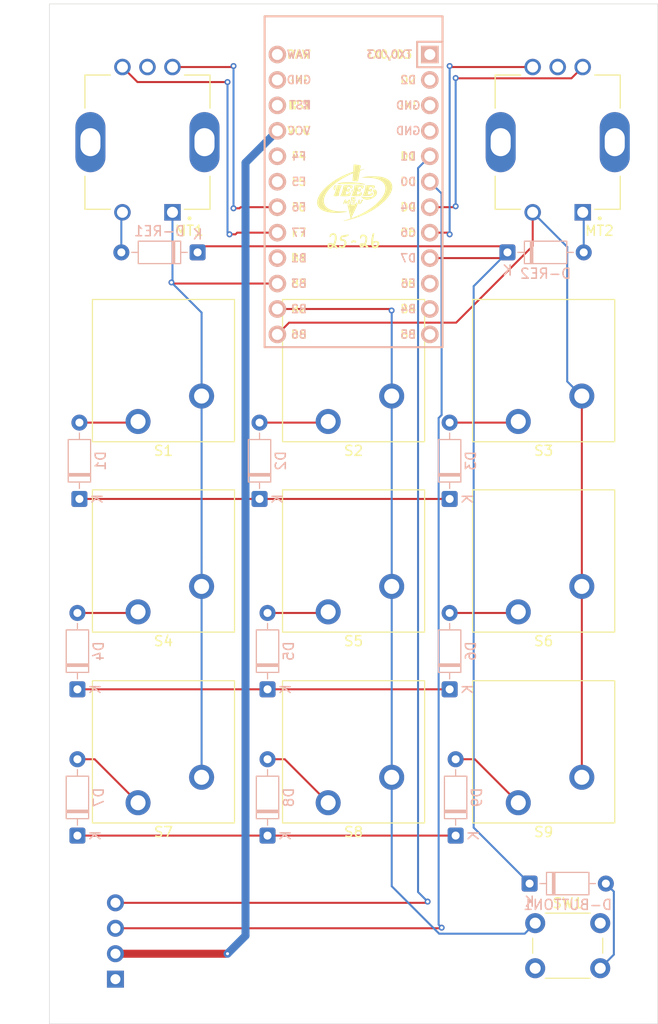
<source format=kicad_pcb>
(kicad_pcb (version 20241229) (generator "pcbnew") (generator_version "9.0")
  (layers (0 "F.Cu" signal) (2 "B.Cu" signal) (13 "F.Paste" user) (15 "B.Paste" user) (5 "F.SilkS" user "F.Silkscreen") (7 "B.SilkS" user "B.Silkscreen") (1 "F.Mask" user) (3 "B.Mask" user) (25 "Edge.Cuts" user))
  (net 0 "")
  (net 1 "/row0")
  (net 2 "/Button2")
  (net 3 "/RE1-2")
  (net 4 "/row1")
  (net 5 "Net-(D1-A)")
  (net 6 "Net-(D2-A)")
  (net 7 "Net-(D3-A)")
  (net 8 "Net-(D4-A)")
  (net 9 "/row2")
  (net 10 "Net-(D5-A)")
  (net 11 "Net-(D6-A)")
  (net 12 "/row3")
  (net 13 "Net-(D7-A)")
  (net 14 "Net-(D8-A)")
  (net 15 "Net-(D9-A)")
  (net 16 "GND")
  (net 17 "/RE2-1")
  (net 22 "+5V")
  (net 26 "/col0")
  (net 27 "/col2")
  (net 28 "/col1")
  (net 29 "/SCL")
  (net 30 "/SDA")
  (net 31 "/RE1B")
  (net 32 "/RE1A")
  (net 33 "/RE2A")
  (net 34 "/RE2B")
  (footprint "macropad:MX_PCB_1.00u" (layer "F.Cu") (at 122 93.6 180)
    (property "Reference" "S5")
    (property "Value" "Keyswitch")
  )
  (footprint "macropad:MX_PCB_1.00u" (layer "F.Cu") (at 103 112.65 180)
    (property "Reference" "S7")
    (property "Value" "Keyswitch")
  )
  (footprint "Button_Switch_THT:SW_PUSH_6mm" (layer "F.Cu") (at 140.15 129.75)
    (property "Reference" "SW1")
    (property "Value" "SW_Push_45deg")
  )
  (footprint "macropad:XDCR_PEC11R-4215F-S0024" (layer "F.Cu") (at 101.4 51.8 180)
    (property "Reference" "MT1")
    (property "Value" "Rotary-Enc-Switch")
  )
  (footprint "macropad:MX_PCB_1.00u" (layer "F.Cu") (at 122 74.6 180)
    (property "Reference" "S2")
    (property "Value" "Keyswitch")
  )
  (footprint "macropad:MX_PCB_1.00u" (layer "F.Cu") (at 141 112.65 180)
    (property "Reference" "S9")
    (property "Value" "Keyswitch")
  )
  (footprint "macropad:XDCR_PEC11R-4215F-S0024" (layer "F.Cu") (at 142.4 51.8 180)
    (property "Reference" "MT2")
    (property "Value" "Rotary-Enc-Switch")
  )
  (footprint "macropad:MX_PCB_1.00u" (layer "F.Cu") (at 141 93.6 180)
    (property "Reference" "S6")
    (property "Value" "Keyswitch")
  )
  (footprint "macropad:OLED_128x32" (layer "F.Cu") (at 96.6 125.54)
    (property "Reference" "J1" (hide yes))
    (property "Value" "OLED_128x32")
  )
  (footprint "macropad:MX_PCB_1.00u" (layer "F.Cu") (at 122 112.65 180)
    (property "Reference" "S8")
    (property "Value" "Keyswitch")
  )
  (footprint "macropad:MX_PCB_1.00u" (layer "F.Cu") (at 103 93.6 180)
    (property "Reference" "S4")
    (property "Value" "Keyswitch")
  )
  (footprint "macropad:MX_PCB_1.00u" (layer "F.Cu") (at 141 74.6 180)
    (property "Reference" "S3")
    (property "Value" "Keyswitch")
  )
  (footprint "macropad:MX_PCB_1.00u" (layer "F.Cu") (at 103 74.6 180)
    (property "Reference" "S1")
    (property "Value" "Keyswitch")
  )
  (footprint "Diode_THT:D_DO-35_SOD27_P7.62mm_Horizontal" (layer "B.Cu") (at 106.41 62.8 180)
    (property "Reference" "D-RE1")
    (property "Value" "1N4148")
  )
  (footprint "Diode_THT:D_DO-35_SOD27_P7.62mm_Horizontal" (layer "B.Cu") (at 113.4 106.41 90)
    (property "Reference" "D5")
    (property "Value" "1N4148")
  )
  (footprint "Diode_THT:D_DO-35_SOD27_P7.62mm_Horizontal" (layer "B.Cu") (at 113.4 121.01 90)
    (property "Reference" "D8")
    (property "Value" "1N4148")
  )
  (footprint "Diode_THT:D_DO-35_SOD27_P7.62mm_Horizontal" (layer "B.Cu") (at 132.2 121.01 90)
    (property "Reference" "D9")
    (property "Value" "1N4148")
  )
  (footprint "Diode_THT:D_DO-35_SOD27_P7.62mm_Horizontal" (layer "B.Cu") (at 137.38 62.8)
    (property "Reference" "D-RE2")
    (property "Value" "1N4148")
  )
  (footprint "Diode_THT:D_DO-35_SOD27_P7.62mm_Horizontal" (layer "B.Cu") (at 94.4 106.41 90)
    (property "Reference" "D4")
    (property "Value" "1N4148")
  )
  (footprint "Diode_THT:D_DO-35_SOD27_P7.62mm_Horizontal" (layer "B.Cu") (at 131.6 106.41 90)
    (property "Reference" "D6")
    (property "Value" "1N4148")
  )
  (footprint "Diode_THT:D_DO-35_SOD27_P7.62mm_Horizontal" (layer "B.Cu") (at 139.59 125.8)
    (property "Reference" "D-BUTTON1")
    (property "Value" "1N4148")
  )
  (footprint "Diode_THT:D_DO-35_SOD27_P7.62mm_Horizontal" (layer "B.Cu") (at 112.6 87.41 90)
    (property "Reference" "D2")
    (property "Value" "1N4148")
  )
  (footprint "Diode_THT:D_DO-35_SOD27_P7.62mm_Horizontal" (layer "B.Cu") (at 94.6 87.41 90)
    (property "Reference" "D1")
    (property "Value" "1N4148")
  )
  (footprint "macropad:Arduino_Pro_Micro" (layer "B.Cu") (at 122 57.02 180)
    (property "Reference" "U1" (hide yes))
    (property "Value" "Arduino_Pro_Micro" (hide yes))
  )
  (footprint "Diode_THT:D_DO-35_SOD27_P7.62mm_Horizontal" (layer "B.Cu") (at 131.6 87.41 90)
    (property "Reference" "D3")
    (property "Value" "1N4148")
  )
  (footprint "Diode_THT:D_DO-35_SOD27_P7.62mm_Horizontal" (layer "B.Cu") (at 94.4 121.01 90)
    (property "Reference" "D7")
    (property "Value" "1N4148")
  )
  (gr_poly (pts (xy 122.135795 57.537123) (xy 122.164894 57.53901) (xy 122.191163 57.542678) (xy 122.20296 57.545184) (xy 122.213715 57.548142) (xy 122.223318 57.551553) (xy 122.231658 57.55542) (xy 122.238623 57.559745) (xy 122.244103 57.564529) (xy 122.247985 57.569776) (xy 122.250158 57.575486) (xy 122.250512 57.581662) (xy 122.248935 57.588306) (xy 122.247942 57.590852) (xy 122.246688 57.593329) (xy 122.24518 57.595734) (xy 122.243426 57.598065) (xy 122.239211 57.6025) (xy 122.234102 57.606615) (xy 122.22816 57.610395) (xy 122.221445 57.613821) (xy 122.214018 57.616879) (xy 122.20594 57.619549) (xy 122.197271 57.621817) (xy 122.18807 57.623665) (xy 122.1784 57.625077) (xy 122.16832 57.626034) (xy 122.15789 57.626522) (xy 122.147172 57.626523) (xy 122.136225 57.626019) (xy 122.12511 57.624995) (xy 122.091207 57.620727) (xy 122.077799 57.619418) (xy 122.066709 57.618797) (xy 122.062022 57.618777) (xy 122.057902 57.618969) (xy 122.054345 57.619385) (xy 122.051347 57.620038) (xy 122.048903 57.620941) (xy 122.047008 57.622107) (xy 122.04566 57.62355) (xy 122.044853 57.625282) (xy 122.044583 57.627317) (xy 122.044847 57.629666) (xy 122.04564 57.632344) (xy 122.046958 57.635364) (xy 122.048796 57.638737) (xy 122.051151 57.642478) (xy 122.057393 57.651115) (xy 122.06565 57.661377) (xy 122.07589 57.673369) (xy 122.102179 57.702959) (xy 122.112835 57.715123) (xy 122.122452 57.7271) (xy 122.131037 57.738875) (xy 122.138599 57.750437) (xy 122.145147 57.761772) (xy 122.150689 57.772868) (xy 122.155234 57.783711) (xy 122.158789 57.794288) (xy 122.161363 57.804586) (xy 122.162965 57.814592) (xy 122.163603 57.824293) (xy 122.163286 57.833677) (xy 122.162021 57.84273) (xy 122.159817 57.851439) (xy 122.156683 57.859791) (xy 122.152627 57.867773) (xy 122.147657 57.875372) (xy 122.141782 57.882575) (xy 122.13501 57.88937) (xy 122.127349 57.895742) (xy 122.118809 57.901679) (xy 122.109397 57.907168) (xy 122.099121 57.912197) (xy 122.087991 57.916751) (xy 122.076014 57.920818) (xy 122.0632 57.924385) (xy 122.049555 57.92744) (xy 122.03509 57.929968) (xy 122.019811 57.931956) (xy 122.003728 57.933393) (xy 121.986849 57.934265) (xy 121.969182 57.934558) (xy 121.94846 57.934315) (xy 121.938674 57.934008) (xy 121.929269 57.933577) (xy 121.920239 57.93302) (xy 121.911583 57.932336) (xy 121.903296 57.931524) (xy 121.895375 57.930581) (xy 121.887816 57.929508) (xy 121.880617 57.928302) (xy 121.873775 57.926963) (xy 121.867285 57.925489) (xy 121.861144 57.923879) (xy 121.855349 57.922132) (xy 121.849897 57.920246) (xy 121.844784 57.91822) (xy 121.840007 57.916053) (xy 121.835562 57.913744) (xy 121.831447 57.911292) (xy 121.827658 57.908694) (xy 121.824191 57.90595) (xy 121.821043 57.903059) (xy 121.818211 57.90002) (xy 121.815691 57.89683) (xy 121.81348 57.89349) (xy 121.811575 57.889996) (xy 121.809972 57.88635) (xy 121.808668 57.882548) (xy 121.80766 57.87859) (xy 121.806944 57.874475) (xy 121.806517 57.8702) (xy 121.806375 57.865766) (xy 121.806435 57.862139) (xy 121.806613 57.85857) (xy 121.806906 57.855062) (xy 121.807311 57.851618) (xy 121.807826 57.848244) (xy 121.808446 57.844942) (xy 121.80917 57.841717) (xy 121.809994 57.838572) (xy 121.810915 57.835511) (xy 121.811931 57.832538) (xy 121.813039 57.829656) (xy 121.814235 57.826869) (xy 121.815517 57.824182) (xy 121.816881 57.821598) (xy 121.818326 57.81912) (xy 121.819847 57.816752) (xy 121.821442 57.814499) (xy 121.823108 57.812364) (xy 121.824842 57.81035) (xy 121.826641 57.808462) (xy 121.828502 57.806704) (xy 121.830422 57.805078) (xy 121.832399 57.803589) (xy 121.834429 57.802241) (xy 121.83651 57.801038) (xy 121.838637 57.799983) (xy 121.84081 57.799079) (xy 121.843024 57.798332) (xy 121.845276 57.797744) (xy 121.847564 57.797319) (xy 121.849885 57.797061) (xy 121.852236 57.796975) (xy 121.854587 57.797035) (xy 121.856908 57.797213) (xy 121.859196 57.797506) (xy 121.861449 57.797911) (xy 121.863663 57.798425) (xy 121.865835 57.799045) (xy 121.867963 57.799769) (xy 121.870043 57.800593) (xy 121.872073 57.801515) (xy 121.87405 57.802531) (xy 121.87597 57.803638) (xy 121.877832 57.804835) (xy 121.879631 57.806116) (xy 121.881365 57.807481) (xy 121.883031 57.808925) (xy 121.884626 57.810446) (xy 121.886147 57.812041) (xy 121.887591 57.813707) (xy 121.888956 57.815441) (xy 121.890237 57.81724) (xy 121.891434 57.819102) (xy 121.892541 57.821022) (xy 121.893557 57.822999) (xy 121.894479 57.825029) (xy 121.895303 57.827109) (xy 121.896027 57.829237) (xy 121.896647 57.831409) (xy 121.897161 57.833623) (xy 121.897566 57.835876) (xy 121.897859 57.838164) (xy 121.898037 57.840485) (xy 121.898097 57.842836) (xy 121.898197 57.845187) (xy 121.898494 57.847508) (xy 121.898982 57.849796) (xy 121.899656 57.852048) (xy 121.900512 57.854262) (xy 121.901544 57.856435) (xy 121.902747 57.858562) (xy 121.904117 57.860643) (xy 121.905647 57.862673) (xy 121.907335 57.86465) (xy 121.911157 57.868431) (xy 121.915544 57.871964) (xy 121.920455 57.875225) (xy 121.925849 57.878191) (xy 121.931687 57.880837) (xy 121.937928 57.883141) (xy 121.944532 57.885078) (xy 121.951458 57.886626) (xy 121.958666 57.887761) (xy 121.966117 57.888459) (xy 121.973768 57.888697) (xy 121.984997 57.888468) (xy 121.994594 57.887725) (xy 121.998774 57.887134) (xy 122.002538 57.886384) (xy 122.005884 57.885463) (xy 122.008809 57.884361) (xy 122.011311 57.883068) (xy 122.013387 57.881573) (xy 122.015035 57.879865) (xy 122.016253 57.877935) (xy 122.017036 57.87577) (xy 122.017385 57.873362) (xy 122.017294 57.8707) (xy 122.016763 57.867773) (xy 122.015789 57.86457) (xy 122.014368 57.861081) (xy 122.012499 57.857296) (xy 122.01018 57.853204) (xy 122.004177 57.844057) (xy 121.996341 57.833556) (xy 121.98665 57.821618) (xy 121.975085 57.808158) (xy 121.961626 57.793092) (xy 121.946252 57.776337) (xy 121.931199 57.759768) (xy 121.917839 57.744387) (xy 121.906146 57.730094) (xy 121.900915 57.723325) (xy 121.896091 57.71679) (xy 121.89167 57.710476) (xy 121.887649 57.704371) (xy 121.884024 57.698463) (xy 121.880792 57.692739) (xy 121.87795 57.687187) (xy 121.875494 57.681792) (xy 121.873421 57.676544) (xy 121.871727 57.67143) (xy 121.87041 57.666436) (xy 121.869465 57.661551) (xy 121.868891 57.656762) (xy 121.868682 57.652055) (xy 121.868836 57.64742) (xy 121.869349 57.642842) (xy 121.870219 57.638309) (xy 121.871441 57.633809) (xy 121.873012 57.62933) (xy 121.87493 57.624858) (xy 121.87719 57.620381) (xy 121.879789 57.615886) (xy 121.882724 57.611361) (xy 121.885992 57.606793) (xy 121.889589 57.60217) (xy 121.893512 57.597479) (xy 121.900057 57.590586) (xy 121.908008 57.584099) (xy 121.917256 57.57802) (xy 121.927688 57.572349) (xy 121.939193 57.56709) (xy 121.95166 57.562245) (xy 121.979035 57.553803) (xy 122.008923 57.547041) (xy 122.040433 57.541975) (xy 122.072675 57.538622) (xy 122.104759 57.536999)) (fill yes) (layer "F.SilkS"))
  (gr_poly (pts (xy 122.977758 61.016467) (xy 122.994686 61.016908) (xy 123.011155 61.017768) (xy 123.026935 61.019053) (xy 123.041797 61.020764) (xy 123.05551 61.022906) (xy 123.067845 61.025482) (xy 123.078573 61.028496) (xy 123.10131 61.03616) (xy 123.123342 61.044726) (xy 123.144626 61.054158) (xy 123.165117 61.064419) (xy 123.184772 61.075476) (xy 123.203548 61.087291) (xy 123.221401 61.09983) (xy 123.238287 61.113056) (xy 123.254162 61.126935) (xy 123.268983 61.14143) (xy 123.282707 61.156506) (xy 123.295289 61.172128) (xy 123.306686 61.18826) (xy 123.316855 61.204866) (xy 123.325751 61.22191) (xy 123.329708 61.230586) (xy 123.333331 61.239357) (xy 123.342822 61.26387) (xy 123.350319 61.28481) (xy 123.353409 61.294362) (xy 123.356108 61.303526) (xy 123.35845 61.312473) (xy 123.360473 61.32137) (xy 123.36221 61.330387) (xy 123.363698 61.339692) (xy 123.364973 61.349453) (xy 123.36607 61.359841) (xy 123.367872 61.383169) (xy 123.369389 61.411025) (xy 123.370053 61.42716) (xy 123.370294 61.44402) (xy 123.370128 61.461465) (xy 123.369573 61.479357) (xy 123.367364 61.515925) (xy 123.363804 61.552612) (xy 123.359032 61.588308) (xy 123.353185 61.621899) (xy 123.349902 61.637559) (xy 123.346401 61.652276) (xy 123.342701 61.665911) (xy 123.338818 61.678326) (xy 123.33699 61.683505) (xy 123.33507 61.689484) (xy 123.333114 61.696032) (xy 123.331176 61.70292) (xy 123.329311 61.709918) (xy 123.327575 61.716797) (xy 123.326022 61.723327) (xy 123.324709 61.729278) (xy 123.319863 61.748469) (xy 123.314016 61.768165) (xy 123.306975 61.788872) (xy 123.298547 61.811094) (xy 123.288539 61.835338) (xy 123.276758 61.862107) (xy 123.263011 61.891908) (xy 123.247105 61.925246) (xy 123.240548 61.938794) (xy 123.234478 61.951616) (xy 123.229013 61.963427) (xy 123.224275 61.973944) (xy 123.220382 61.98288) (xy 123.217453 61.989952) (xy 123.215608 61.994874) (xy 123.215129 61.99644) (xy 123.214966 61.997362) (xy 123.215021 61.99769) (xy 123.215183 61.998085) (xy 123.215819 61.999066) (xy 123.216852 62.000288) (xy 123.218261 62.001734) (xy 123.222118 62.00523) (xy 123.227214 62.009414) (xy 123.233377 62.014149) (xy 123.24043 62.019298) (xy 123.2482 62.024722) (xy 123.256512 62.030285) (xy 123.264885 62.036024) (xy 123.273377 62.041957) (xy 123.281741 62.047908) (xy 123.289728 62.053703) (xy 123.297091 62.059167) (xy 123.303581 62.064126) (xy 123.30895 62.068405) (xy 123.31295 62.07183) (xy 123.322614 62.080354) (xy 123.337349 62.092994) (xy 123.355169 62.107986) (xy 123.374092 62.123565) (xy 123.384337 62.132387) (xy 123.393916 62.140938) (xy 123.402842 62.149237) (xy 123.41113 62.157309) (xy 123.418794 62.165173) (xy 123.425846 62.172853) (xy 123.432302 62.180369) (xy 123.438174 62.187745) (xy 123.443477 62.195001) (xy 123.448223 62.202159) (xy 123.452428 62.209242) (xy 123.456105 62.21627) (xy 123.459267 62.223267) (xy 123.461929 62.230253) (xy 123.464104 62.237251) (xy 123.465805 62.244282) (xy 123.467623 62.252581) (xy 123.468351 62.256566) (xy 123.468956 62.260446) (xy 123.469439 62.264224) (xy 123.469798 62.267902) (xy 123.470032 62.271485) (xy 123.470141 62.274975) (xy 123.470124 62.278376) (xy 123.469979 62.28169) (xy 123.469707 62.284921) (xy 123.469305 62.288071) (xy 123.468774 62.291145) (xy 123.468112 62.294145) (xy 123.467319 62.297075) (xy 123.466393 62.299937) (xy 123.465335 62.302734) (xy 123.464142 62.305471) (xy 123.462814 62.308149) (xy 123.46135 62.310773) (xy 123.45975 62.313345) (xy 123.458012 62.315869) (xy 123.456136 62.318347) (xy 123.454121 62.320783) (xy 123.451966 62.32318) (xy 123.449669 62.325541) (xy 123.447231 62.327869) (xy 123.44465 62.330168) (xy 123.441926 62.33244) (xy 123.439057 62.334689) (xy 123.436043 62.336918) (xy 123.432883 62.33913) (xy 123.402312 62.358727) (xy 123.36155 62.344617) (xy 123.35649 62.342708) (xy 123.351308 62.340511) (xy 123.346011 62.338034) (xy 123.340606 62.335284) (xy 123.3351 62.332268) (xy 123.3295 62.328992) (xy 123.323813 62.325463) (xy 123.318046 62.321689) (xy 123.312204 62.317676) (xy 123.306297 62.313431) (xy 123.300329 62.308961) (xy 123.294309 62.304272) (xy 123.288243 62.299373) (xy 123.282137 62.294269) (xy 123.269837 62.283475) (xy 123.247261 62.263447) (xy 123.221801 62.241857) (xy 123.195128 62.220009) (xy 123.168914 62.199209) (xy 123.144831 62.18076) (xy 123.124552 62.165968) (xy 123.116361 62.16035) (xy 123.109747 62.156136) (xy 123.10492 62.153488) (xy 123.103242 62.152802) (xy 123.102089 62.152569) (xy 123.101267 62.152785) (xy 123.099995 62.15342) (xy 123.0983 62.154449) (xy 123.09621 62.155851) (xy 123.090955 62.159679) (xy 123.084452 62.164719) (xy 123.076919 62.170788) (xy 123.068578 62.177702) (xy 123.059649 62.185277) (xy 123.050353 62.19333) (xy 123.02845 62.212019) (xy 123.005752 62.228972) (xy 122.982402 62.244161) (xy 122.958542 62.257559) (xy 122.934315 62.269137) (xy 122.909863 62.27887) (xy 122.885328 62.286729) (xy 122.860852 62.292686) (xy 122.836579 62.296714) (xy 122.81265 62.298785) (xy 122.789208 62.298873) (xy 122.777714 62.298163) (xy 122.766396 62.296948) (xy 122.75527 62.295223) (xy 122.744355 62.292984) (xy 122.733668 62.290229) (xy 122.723227 62.286954) (xy 122.713051 62.283155) (xy 122.703157 62.278829) (xy 122.693562 62.273972) (xy 122.684285 62.268582) (xy 122.674072 62.261701) (xy 122.664051 62.253769) (xy 122.654288 62.244894) (xy 122.644846 62.235181) (xy 122.63579 62.224739) (xy 122.627185 62.213672) (xy 122.619093 62.202089) (xy 122.611581 62.190096) (xy 122.604711 62.1778) (xy 122.598549 62.165308) (xy 122.593158 62.152726) (xy 122.588604 62.140161) (xy 122.584949 62.127721) (xy 122.582259 62.115511) (xy 122.580598 62.103638) (xy 122.58003 62.09221) (xy 122.580329 62.084108) (xy 122.580796 62.079669) (xy 122.752482 62.079669) (xy 122.752568 62.081305) (xy 122.752822 62.082977) (xy 122.753236 62.084679) (xy 122.753805 62.086405) (xy 122.75452 62.088149) (xy 122.755375 62.089906) (xy 122.756364 62.09167) (xy 122.757479 62.093435) (xy 122.76006 62.096946) (xy 122.763064 62.100392) (xy 122.766435 62.103728) (xy 122.770119 62.106908) (xy 122.77406 62.109886) (xy 122.778203 62.112616) (xy 122.782492 62.115051) (xy 122.786874 62.117147) (xy 122.791293 62.118858) (xy 122.793498 62.119554) (xy 122.795693 62.120136) (xy 122.797869 62.120599) (xy 122.800019 62.120937) (xy 122.802138 62.121144) (xy 122.804218 62.121214) (xy 122.807992 62.121049) (xy 122.81209 62.120569) (xy 122.816479 62.119792) (xy 122.821124 62.118738) (xy 122.831047 62.115876) (xy 122.841586 62.112138) (xy 122.85247 62.107679) (xy 122.863426 62.102653) (xy 122.874182 62.097217) (xy 122.884466 62.091525) (xy 122.894006 62.085731) (xy 122.902531 62.079992) (xy 122.909766 62.074461) (xy 122.912816 62.071823) (xy 122.915441 62.069294) (xy 122.917609 62.066896) (xy 122.919284 62.064647) (xy 122.920433 62.062566) (xy 122.921022 62.060673) (xy 122.921016 62.058988) (xy 122.920383 62.057529) (xy 122.919087 62.056316) (xy 122.917095 62.055368) (xy 122.909587 62.053249) (xy 122.897596 62.049587) (xy 122.882813 62.044896) (xy 122.866927 62.039691) (xy 122.858919 62.037126) (xy 122.850919 62.034755) (xy 122.843158 62.032622) (xy 122.835866 62.030774) (xy 122.829272 62.029257) (xy 122.823606 62.028117) (xy 122.821193 62.027702) (xy 122.819097 62.027399) (xy 122.817349 62.027212) (xy 122.815976 62.027149) (xy 122.813449 62.027309) (xy 122.810871 62.027635) (xy 122.80825 62.028123) (xy 122.805595 62.028763) (xy 122.802916 62.029549) (xy 122.800219 62.030473) (xy 122.797515 62.031529) (xy 122.794811 62.03271) (xy 122.792116 62.034007) (xy 122.789439 62.035414) (xy 122.784174 62.03853) (xy 122.779082 62.042) (xy 122.774234 62.045766) (xy 122.769699 62.049771) (xy 122.765544 62.053957) (xy 122.763632 62.0561) (xy 122.76184 62.058267) (xy 122.760178 62.060451) (xy 122.758655 62.062644) (xy 122.757278 62.064839) (xy 122.756057 62.06703) (xy 122.755001 62.069208) (xy 122.754117 62.071367) (xy 122.753415 62.0735) (xy 122.752902 62.0756) (xy 122.752588 62.077658) (xy 122.752482 62.079669) (xy 122.580796 62.079669) (xy 122.581212 62.075709) (xy 122.582655 62.067067) (xy 122.584635 62.058234) (xy 122.58713 62.049264) (xy 122.590116 62.040208) (xy 122.593571 62.031121) (xy 122.597471 62.022054) (xy 122.601794 62.01306) (xy 122.606516 62.004193) (xy 122.611615 61.995505) (xy 122.617068 61.987049) (xy 122.622851 61.978878) (xy 122.628942 61.971044) (xy 122.635318 61.963601) (xy 122.641956 61.956601) (xy 122.654548 61.945141) (xy 122.668431 61.934591) (xy 122.683484 61.924978) (xy 122.699583 61.916329) (xy 122.716605 61.908673) (xy 122.734427 61.902036) (xy 122.752926 61.896446) (xy 122.771981 61.891931) (xy 122.791467 61.888518) (xy 122.811262 61.886236) (xy 122.831242 61.88511) (xy 122.851287 61.88517) (xy 122.871271 61.886442) (xy 122.891073 61.888955) (xy 122.910569 61.892735) (xy 122.929637 61.89781) (xy 122.937758 61.900116) (xy 122.946098 61.902293) (xy 122.954439 61.904286) (xy 122.96256 61.906041) (xy 122.970239 61.907501) (xy 122.977257 61.908613) (xy 122.980449 61.90902) (xy 122.983394 61.90932) (xy 122.986062 61.909505) (xy 122.988428 61.909568) (xy 122.990501 61.909613) (xy 122.992598 61.909746) (xy 122.994704 61.909961) (xy 122.996805 61.910254) (xy 122.998888 61.910621) (xy 123.000939 61.911056) (xy 123.002944 61.911556) (xy 123.004889 61.912116) (xy 123.00676 61.91273) (xy 123.008545 61.913396) (xy 123.010228 61.914107) (xy 123.011797 61.914859) (xy 123.013237 61.915648) (xy 123.014534 61.91647) (xy 123.015675 61.917319) (xy 123.016647 61.918191) (xy 123.017794 61.919206) (xy 123.019027 61.920052) (xy 123.02034 61.92073) (xy 123.021727 61.921246) (xy 123.023181 61.921604) (xy 123.024697 61.921808) (xy 123.026269 61.921861) (xy 123.02789 61.921767) (xy 123.029555 61.921531) (xy 123.031258 61.921157) (xy 123.032992 61.920648) (xy 123.034752 61.920009) (xy 123.036532 61.919244) (xy 123.038324 61.918357) (xy 123.040125 61.917351) (xy 123.041927 61.916231) (xy 123.043724 61.915001) (xy 123.04551 61.913664) (xy 123.04728 61.912226) (xy 123.049027 61.910689) (xy 123.050746 61.909058) (xy 123.05243 61.907337) (xy 123.054073 61.905529) (xy 123.055669 61.90364) (xy 123.057212 61.901673) (xy 123.058697 61.899631) (xy 123.060116 61.89752) (xy 123.061465 61.895342) (xy 123.062737 61.893103) (xy 123.063926 61.890805) (xy 123.065026 61.888453) (xy 123.06603 61.886052) (xy 123.067635 61.881811) (xy 123.06946 61.877405) (xy 123.071432 61.872962) (xy 123.073477 61.868611) (xy 123.075523 61.86448) (xy 123.077495 61.860699) (xy 123.07932 61.857395) (xy 123.080924 61.854697) (xy 123.085778 61.846006) (xy 123.090907 61.835872) (xy 123.101844 61.811682) (xy 123.113443 61.782936) (xy 123.125409 61.750442) (xy 123.137449 61.715009) (xy 123.149268 61.677444) (xy 123.160573 61.638557) (xy 123.17107 61.599155) (xy 123.174359 61.584548) (xy 123.177174 61.567988) (xy 123.179518 61.5498) (xy 123.181395 61.530309) (xy 123.182808 61.509839) (xy 123.18376 61.488716) (xy 123.184256 61.467265) (xy 123.184298 61.44581) (xy 123.183889 61.424676) (xy 123.183035 61.40419) (xy 123.181736 61.384674) (xy 123.179999 61.366455) (xy 123.177824 61.349857) (xy 123.175217 61.335206) (xy 123.172181 61.322825) (xy 123.168718 61.313041) (xy 123.163289 61.301972) (xy 123.157285 61.291395) (xy 123.150702 61.281307) (xy 123.143536 61.271704) (xy 123.135782 61.262584) (xy 123.127436 61.253943) (xy 123.118493 61.245777) (xy 123.108948 61.238084) (xy 123.098796 61.230858) (xy 123.088034 61.224098) (xy 123.076657 61.217799) (xy 123.064659 61.211959) (xy 123.052037 61.206573) (xy 123.038785 61.201638) (xy 123.0249 61.197151) (xy 123.010376 61.193109) (xy 122.987913 61.187966) (xy 122.977954 61.185949) (xy 122.968684 61.184303) (xy 122.959983 61.183028) (xy 122.951733 61.182127) (xy 122.943813 61.1816) (xy 122.936104 61.181449) (xy 122.928487 61.181674) (xy 122.920843 61.182277) (xy 122.913052 61.183259) (xy 122.904994 61.184621) (xy 122.896551 61.186364) (xy 122.887602 61.18849) (xy 122.878029 61.190999) (xy 122.867711 61.193893) (xy 122.858699 61.196823) (xy 122.850181 61.200031) (xy 122.842154 61.203516) (xy 122.834617 61.20728) (xy 122.827566 61.211324) (xy 122.821 61.21565) (xy 122.814916 61.220258) (xy 122.812055 61.222668) (xy 122.809313 61.22515) (xy 122.80669 61.227702) (xy 122.804186 61.230326) (xy 122.801802 61.233022) (xy 122.799536 61.235789) (xy 122.797388 61.238627) (xy 122.795358 61.241538) (xy 122.793446 61.244521) (xy 122.791651 61.247576) (xy 122.789973 61.250703) (xy 122.788413 61.253903) (xy 122.786968 61.257175) (xy 122.78564 61.260521) (xy 122.784428 61.263939) (xy 122.783332 61.26743) (xy 122.781485 61.274632) (xy 122.777302 61.292444) (xy 122.773259 61.308882) (xy 122.769334 61.324004) (xy 122.765501 61.337868) (xy 122.761738 61.350534) (xy 122.758019 61.36206) (xy 122.754321 61.372503) (xy 122.75062 61.381924) (xy 122.746891 61.390381) (xy 122.745009 61.394265) (xy 122.743111 61.397931) (xy 122.741193 61.401385) (xy 122.739254 61.404634) (xy 122.73729 61.407686) (xy 122.735298 61.410548) (xy 122.733275 61.413227) (xy 122.731218 61.415732) (xy 122.729123 61.418068) (xy 122.726989 61.420244) (xy 122.724812 61.422266) (xy 122.722589 61.424143) (xy 122.720316 61.42588) (xy 122.717992 61.427487) (xy 122.714647 61.429691) (xy 122.711629 61.431595) (xy 122.708877 61.433193) (xy 122.706331 61.43448) (xy 122.705118 61.435006) (xy 122.703933 61.435451) (xy 122.70277 61.435816) (xy 122.701622 61.436099) (xy 122.700481 61.4363) (xy 122.699339 61.436418) (xy 122.698188 61.436453) (xy 122.697023 61.436403) (xy 122.695834 61.436269) (xy 122.694615 61.436049) (xy 122.693359 61.435742) (xy 122.692056 61.435349) (xy 122.690701 61.434867) (xy 122.689286 61.434297) (xy 122.686245 61.432888) (xy 122.682873 61.431117) (xy 122.67911 61.428976) (xy 122.674897 61.426462) (xy 122.670175 61.423567) (xy 122.661569 61.417949) (xy 122.658038 61.415434) (xy 122.654975 61.41301) (xy 122.65235 61.410594) (xy 122.650127 61.408107) (xy 122.649156 61.406812) (xy 122.648274 61.405469) (xy 122.647475 61.404068) (xy 122.646757 61.402599) (xy 122.646115 61.401052) (xy 122.645544 61.399416) (xy 122.6446 61.395841) (xy 122.643893 61.391793) (xy 122.643389 61.387191) (xy 122.643055 61.381955) (xy 122.642858 61.376005) (xy 122.64274 61.361642) (xy 122.643008 61.351324) (xy 122.643787 61.33962) (xy 122.646708 61.312895) (xy 122.651172 61.283156) (xy 122.656849 61.252095) (xy 122.663408 61.221402) (xy 122.670518 61.192766) (xy 122.674177 61.179748) (xy 122.677849 61.167878) (xy 122.681493 61.157368) (xy 122.685069 61.148428) (xy 122.689327 61.139521) (xy 122.694443 61.130741) (xy 122.700393 61.122105) (xy 122.707152 61.113632) (xy 122.714697 61.105337) (xy 122.723002 61.097239) (xy 122.732046 61.089355) (xy 122.741802 61.081701) (xy 122.752247 61.074295) (xy 122.763357 61.067155) (xy 122.775107 61.060297) (xy 122.787474 61.053739) (xy 122.800434 61.047498) (xy 122.813962 61.04159) (xy 122.828035 61.036035) (xy 122.842627 61.030847) (xy 122.853355 61.027661) (xy 122.86569 61.024863) (xy 122.879403 61.022458) (xy 122.894265 61.020449) (xy 122.910045 61.01884) (xy 122.926514 61.017633) (xy 122.943442 61.016834) (xy 122.9606 61.016444)) (fill yes) (layer "F.SilkS"))
  (gr_poly (pts (xy 123.996733 60.86756) (xy 123.998598 60.867752) (xy 124.000558 60.868071) (xy 124.002602 60.868513) (xy 124.00691 60.869749) (xy 124.011453 60.871422) (xy 124.016159 60.873493) (xy 124.02096 60.875924) (xy 124.025784 60.878678) (xy 124.030563 60.881717) (xy 124.035226 60.885003) (xy 124.039703 60.888497) (xy 124.043924 60.892163) (xy 124.047818 60.895962) (xy 124.051317 60.899856) (xy 124.052896 60.901828) (xy 124.054349 60.903808) (xy 124.055669 60.905794) (xy 124.056845 60.907779) (xy 124.05958 60.912476) (xy 124.061896 60.916988) (xy 124.063778 60.921498) (xy 124.065211 60.926188) (xy 124.06618 60.931241) (xy 124.06667 60.936839) (xy 124.066666 60.943166) (xy 124.066154 60.950403) (xy 124.065118 60.958732) (xy 124.063543 60.968338) (xy 124.058719 60.992107) (xy 124.051562 61.023169) (xy 124.041951 61.062986) (xy 124.032425 61.103818) (xy 124.023024 61.148707) (xy 124.005024 61.247123) (xy 123.988806 61.35116) (xy 123.975225 61.453746) (xy 123.965134 61.547808) (xy 123.959388 61.626272) (xy 123.958412 61.657444) (xy 123.958842 61.682065) (xy 123.960785 61.699249) (xy 123.962358 61.704776) (xy 123.964349 61.708113) (xy 123.964626 61.708308) (xy 123.965015 61.708454) (xy 123.966115 61.708601) (xy 123.967624 61.708563) (xy 123.969517 61.708346) (xy 123.971768 61.707959) (xy 123.974352 61.70741) (xy 123.980418 61.705859) (xy 123.987512 61.703757) (xy 123.995434 61.701168) (xy 124.00398 61.698157) (xy 124.012948 61.694787) (xy 124.042974 61.682999) (xy 124.056869 61.677929) (xy 124.070171 61.673378) (xy 124.082995 61.669323) (xy 124.095457 61.665741) (xy 124.107671 61.662609) (xy 124.119751 61.659905) (xy 124.131813 61.657605) (xy 124.143971 61.655686) (xy 124.156341 61.654125) (xy 124.169037 61.652899) (xy 124.182174 61.651986) (xy 124.195866 61.651362) (xy 124.210229 61.651005) (xy 124.225378 61.65089) (xy 124.244572 61.651115) (xy 124.26282 61.651808) (xy 124.280205 61.652993) (xy 124.296808 61.6547) (xy 124.312714 61.656952) (xy 124.328004 61.659778) (xy 124.342761 61.663203) (xy 124.357068 61.667254) (xy 124.371008 61.671957) (xy 124.384663 61.677338) (xy 124.398116 61.683425) (xy 124.411449 61.690243) (xy 124.424746 61.697819) (xy 124.438089 61.706179) (xy 124.45156 61.71535) (xy 124.465243 61.725358) (xy 124.47348 61.731566) (xy 124.48117 61.737582) (xy 124.488352 61.74345) (xy 124.495066 61.749217) (xy 124.501354 61.754929) (xy 124.507255 61.760632) (xy 124.512809 61.766372) (xy 124.518056 61.772195) (xy 124.523037 61.778146) (xy 124.527792 61.784271) (xy 124.53236 61.790617) (xy 124.536783 61.79723) (xy 124.5411 61.804154) (xy 124.545352 61.811437) (xy 124.549579 61.819124) (xy 124.55382 61.827262) (xy 124.559613 61.839188) (xy 124.562032 61.844764) (xy 124.564157 61.850214) (xy 124.566007 61.855637) (xy 124.567599 61.86113) (xy 124.568952 61.866794) (xy 124.570085 61.872726) (xy 124.571016 61.879026) (xy 124.571763 61.885792) (xy 124.572345 61.893123) (xy 124.57278 61.901117) (xy 124.573282 61.919492) (xy 124.573417 61.941707) (xy 124.573266 61.956748) (xy 124.572801 61.971062) (xy 124.572001 61.984728) (xy 124.570845 61.997827) (xy 124.569312 62.010439) (xy 124.567381 62.022645) (xy 124.565033 62.034524) (xy 124.562247 62.046158) (xy 124.559001 62.057626) (xy 124.555275 62.06901) (xy 124.551048 62.080388) (xy 124.5463 62.091843) (xy 124.54101 62.103454) (xy 124.535157 62.115301) (xy 124.528721 62.127465) (xy 124.521682 62.140027) (xy 124.506726 62.164829) (xy 124.491253 62.188385) (xy 124.475258 62.210696) (xy 124.458739 62.231764) (xy 124.441692 62.251593) (xy 124.424112 62.270183) (xy 124.405998 62.287538) (xy 124.387345 62.30366) (xy 124.368151 62.318551) (xy 124.348411 62.332213) (xy 124.328122 62.344649) (xy 124.30728 62.355861) (xy 124.285883 62.365851) (xy 124.263927 62.374622) (xy 124.241408 62.382175) (xy 124.218323 62.388514) (xy 124.193285 62.39443) (xy 124.182267 62.396754) (xy 124.17205 62.398655) (xy 124.162486 62.400134) (xy 124.153424 62.401191) (xy 124.144716 62.401825) (xy 124.136212 62.402036) (xy 124.127764 62.401825) (xy 124.119221 62.401191) (xy 124.110435 62.400134) (xy 124.101257 62.398655) (xy 124.091536 62.396754) (xy 124.081124 62.39443) (xy 124.057629 62.388514) (xy 124.043535 62.384607) (xy 124.030566 62.380775) (xy 124.018595 62.376945) (xy 124.007498 62.373045) (xy 123.99715 62.369002) (xy 123.987425 62.364745) (xy 123.978199 62.360201) (xy 123.969345 62.355297) (xy 123.96074 62.349962) (xy 123.952258 62.344123) (xy 123.943773 62.337707) (xy 123.935161 62.330642) (xy 123.926297 62.322857) (xy 123.917054 62.314277) (xy 123.907309 62.304832) (xy 123.896935 62.294449) (xy 123.882001 62.278425) (xy 123.867776 62.26124) (xy 123.854272 62.242928) (xy 123.841501 62.223521) (xy 123.829474 62.203053) (xy 123.818202 62.181558) (xy 123.807697 62.159068) (xy 123.797971 62.135617) (xy 123.789035 62.111239) (xy 123.780901 62.085965) (xy 123.773579 62.059831) (xy 123.767082 62.032869) (xy 123.761421 62.005112) (xy 123.756607 61.976594) (xy 123.753506 61.953664) (xy 123.960989 61.953664) (xy 123.961066 61.958328) (xy 123.96146 61.963217) (xy 123.96215 61.968359) (xy 123.963118 61.97378) (xy 123.964342 61.979506) (xy 123.96748 61.991978) (xy 123.971403 62.005984) (xy 123.976521 62.023147) (xy 123.981889 62.039376) (xy 123.987516 62.05469) (xy 123.993413 62.069111) (xy 123.99959 62.082659) (xy 124.006057 62.095355) (xy 124.012826 62.10722) (xy 124.019905 62.118274) (xy 124.027306 62.128538) (xy 124.031131 62.133381) (xy 124.035039 62.138033) (xy 124.039033 62.142499) (xy 124.043114 62.146779) (xy 124.047283 62.150878) (xy 124.051542 62.154798) (xy 124.055891 62.15854) (xy 124.060332 62.162109) (xy 124.064867 62.165505) (xy 124.069496 62.168733) (xy 124.074221 62.171794) (xy 124.079043 62.174691) (xy 124.083964 62.177427) (xy 124.088984 62.180004) (xy 124.094447 62.182356) (xy 124.09996 62.184414) (xy 124.105522 62.186178) (xy 124.111133 62.187648) (xy 124.116791 62.188826) (xy 124.122496 62.18971) (xy 124.128248 62.190301) (xy 124.134044 62.190599) (xy 124.139886 62.190604) (xy 124.145772 62.190316) (xy 124.151701 62.189736) (xy 124.157672 62.188864) (xy 124.163686 62.187699) (xy 124.169741 62.186243) (xy 124.181971 62.182454) (xy 124.194357 62.177498) (xy 124.206894 62.171377) (xy 124.219575 62.164091) (xy 124.232396 62.155643) (xy 124.245349 62.146032) (xy 124.25843 62.135261) (xy 124.271633 62.123329) (xy 124.284952 62.110239) (xy 124.295814 62.098775) (xy 124.306058 62.087181) (xy 124.315682 62.075483) (xy 124.324683 62.063708) (xy 124.333059 62.051881) (xy 124.340807 62.04003) (xy 124.347925 62.02818) (xy 124.354411 62.016358) (xy 124.360261 62.00459) (xy 124.365474 61.992903) (xy 124.370047 61.981321) (xy 124.373978 61.969873) (xy 124.377264 61.958583) (xy 124.379903 61.947479) (xy 124.381893 61.936586) (xy 124.38323 61.925931) (xy 124.383913 61.915541) (xy 124.383939 61.90544) (xy 124.383305 61.895657) (xy 124.38201 61.886216) (xy 124.38005 61.877144) (xy 124.377424 61.868468) (xy 124.374129 61.860213) (xy 124.370161 61.852407) (xy 124.36552 61.845074) (xy 124.360203 61.838242) (xy 124.354207 61.831937) (xy 124.347529 61.826185) (xy 124.340167 61.821012) (xy 124.332119 61.816445) (xy 124.323383 61.81251) (xy 124.313956 61.809232) (xy 124.302086 61.806073) (xy 124.289989 61.80365) (xy 124.277658 61.801967) (xy 124.265086 61.801026) (xy 124.252266 61.800829) (xy 124.23919 61.801378) (xy 124.225854 61.802676) (xy 124.212248 61.804725) (xy 124.198367 61.807527) (xy 124.184203 61.811085) (xy 124.16975 61.815401) (xy 124.155001 61.820476) (xy 124.139948 61.826314) (xy 124.124586 61.832917) (xy 124.108906 61.840287) (xy 124.092903 61.848426) (xy 124.068166 61.861468) (xy 124.046465 61.873104) (xy 124.027639 61.883544) (xy 124.011528 61.892997) (xy 124.00444 61.897419) (xy 123.99797 61.901673) (xy 123.992098 61.905786) (xy 123.986805 61.909784) (xy 123.98207 61.913693) (xy 123.977872 61.917539) (xy 123.974193 61.921348) (xy 123.971011 61.925148) (xy 123.968307 61.928963) (xy 123.966061 61.932821) (xy 123.964252 61.936747) (xy 123.96286 61.940768) (xy 123.961866 61.944911) (xy 123.961249 61.949201) (xy 123.960989 61.953664) (xy 123.753506 61.953664) (xy 123.752652 61.947348) (xy 123.749567 61.917407) (xy 123.749022 61.887226) (xy 123.750645 61.839546) (xy 123.754032 61.779576) (xy 123.758778 61.712522) (xy 123.764479 61.643595) (xy 123.770732 61.578002) (xy 123.777131 61.520953) (xy 123.783274 61.477655) (xy 123.785579 61.463753) (xy 123.787756 61.449925) (xy 123.78975 61.436538) (xy 123.791504 61.423959) (xy 123.792965 61.412557) (xy 123.794076 61.402697) (xy 123.794784 61.394748) (xy 123.795032 61.389077) (xy 123.795457 61.380364) (xy 123.79682 61.369052) (xy 123.799248 61.35445) (xy 123.802871 61.335872) (xy 123.814212 61.284026) (xy 123.831874 61.208003) (xy 123.834438 61.196015) (xy 123.83681 61.183237) (xy 123.838943 61.170055) (xy 123.84079 61.156855) (xy 123.842308 61.144022) (xy 123.843448 61.131943) (xy 123.844166 61.121002) (xy 123.844416 61.111586) (xy 123.844347 61.105297) (xy 123.844456 61.099305) (xy 123.844771 61.093518) (xy 123.845322 61.08785) (xy 123.84614 61.082208) (xy 123.847254 61.076505) (xy 123.848695 61.07065) (xy 123.850491 61.064554) (xy 123.852673 61.058127) (xy 123.855271 61.05128) (xy 123.858314 61.043923) (xy 123.861833 61.035967) (xy 123.870415 61.017898) (xy 123.881258 60.996357) (xy 123.889891 60.979508) (xy 123.897892 60.964189) (xy 123.905307 60.950333) (xy 123.912184 60.937873) (xy 123.918569 60.92674) (xy 123.92451 60.916866) (xy 123.930054 60.908184) (xy 123.932691 60.904269) (xy 123.935247 60.900627) (xy 123.937727 60.897248) (xy 123.940137 60.894125) (xy 123.942483 60.89125) (xy 123.944771 60.888613) (xy 123.947007 60.886206) (xy 123.949196 60.884021) (xy 123.951345 60.882049) (xy 123.95346 60.880283) (xy 123.955545 60.878712) (xy 123.957608 60.87733) (xy 123.959654 60.876126) (xy 123.961689 60.875094) (xy 123.963718 60.874224) (xy 123.965749 60.873509) (xy 123.967786 60.872938) (xy 123.969835 60.872505) (xy 123.973383 60.871885) (xy 123.976902 60.871219) (xy 123.980293 60.870535) (xy 123.983455 60.86986) (xy 123.986286 60.869221) (xy 123.988685 60.868647) (xy 123.990551 60.868165) (xy 123.991784 60.867802) (xy 123.993317 60.867581) (xy 123.994969 60.867502)) (fill yes) (layer "F.SilkS"))
  (gr_poly (pts (xy 124.145579 55.208975) (xy 124.374817 55.220454) (xy 124.58581 55.237817) (xy 124.680475 55.248563) (xy 124.765792 55.260609) (xy 124.840166 55.273898) (xy 124.902 55.288372) (xy 125.108284 55.355249) (xy 125.288543 55.433722) (xy 125.443357 55.523065) (xy 125.573306 55.622553) (xy 125.678967 55.731462) (xy 125.76092 55.849066) (xy 125.819745 55.97464) (xy 125.856019 56.107458) (xy 125.870322 56.246797) (xy 125.863234 56.39193) (xy 125.835332 56.542133) (xy 125.787196 56.69668) (xy 125.719405 56.854846) (xy 125.632538 57.015907) (xy 125.527175 57.179136) (xy 125.403893 57.34381) (xy 125.263272 57.509202) (xy 125.105891 57.674588) (xy 124.743166 58.002441) (xy 124.320349 58.321567) (xy 123.842071 58.626165) (xy 123.312966 58.910435) (xy 122.737665 59.168576) (xy 122.434139 59.286035) (xy 122.1208 59.394786) (xy 121.798229 59.494105) (xy 121.467003 59.583265) (xy 121.372394 59.606256) (xy 121.287442 59.625418) (xy 121.212506 59.640845) (xy 121.147946 59.65263) (xy 121.094121 59.660869) (xy 121.051391 59.665654) (xy 121.020115 59.667081) (xy 121.008885 59.666564) (xy 121.000653 59.665242) (xy 120.995464 59.663128) (xy 120.993363 59.660233) (xy 120.994396 59.656568) (xy 120.998606 59.652147) (xy 121.006039 59.646979) (xy 121.016741 59.641078) (xy 121.048126 59.62712) (xy 121.093122 59.610368) (xy 121.152088 59.590915) (xy 121.225384 59.568856) (xy 121.313368 59.544284) (xy 121.370748 59.528494) (xy 121.422647 59.513735) (xy 121.469278 59.49991) (xy 121.510857 59.486921) (xy 121.52982 59.48071) (xy 121.5476 59.474672) (xy 121.564225 59.468793) (xy 121.579721 59.463064) (xy 121.594115 59.45747) (xy 121.607435 59.452) (xy 121.619706 59.446641) (xy 121.630956 59.441383) (xy 121.641212 59.436211) (xy 121.650501 59.431115) (xy 121.658849 59.426081) (xy 121.666284 59.421099) (xy 121.672831 59.416155) (xy 121.678519 59.411238) (xy 121.683374 59.406334) (xy 121.687423 59.401433) (xy 121.690692 59.396522) (xy 121.693209 59.391589) (xy 121.695001 59.386621) (xy 121.696094 59.381607) (xy 121.696515 59.376533) (xy 121.696291 59.371389) (xy 121.695449 59.366162) (xy 121.694016 59.360839) (xy 121.67671 59.290184) (xy 121.645001 59.153317) (xy 121.556432 58.760058) (xy 121.508672 58.546732) (xy 121.464997 58.357054) (xy 121.43035 58.21123) (xy 121.409677 58.129468) (xy 121.405819 58.113949) (xy 121.402887 58.100016) (xy 121.40095 58.087588) (xy 121.400376 58.081913) (xy 121.400075 58.076584) (xy 121.400056 58.071591) (xy 121.400328 58.066924) (xy 121.400898 58.062572) (xy 121.401776 58.058526) (xy 121.40297 58.054776) (xy 121.404488 58.051311) (xy 121.406339 58.048122) (xy 121.40853 58.045198) (xy 121.411071 58.042529) (xy 121.413969 58.040106) (xy 121.417234 58.037917) (xy 121.420873 58.035954) (xy 121.424895 58.034206) (xy 121.429309 58.032662) (xy 121.434122 58.031314) (xy 121.439343 58.03015) (xy 121.444981 58.029161) (xy 121.451043 58.028336) (xy 121.464477 58.02714) (xy 121.479711 58.026482) (xy 121.496812 58.02628) (xy 121.514055 58.025939) (xy 121.529735 58.024838) (xy 121.543957 58.022864) (xy 121.550555 58.021514) (xy 121.556826 58.019903) (xy 121.562786 58.018016) (xy 121.568446 58.015839) (xy 121.573819 58.013359) (xy 121.578919 58.01056) (xy 121.583759 58.007429) (xy 121.588352 58.003951) (xy 121.59271 58.000112) (xy 121.596848 57.995897) (xy 121.600776 57.991293) (xy 121.60451 57.986285) (xy 121.608061 57.980859) (xy 121.611443 57.975) (xy 121.614669 57.968694) (xy 121.617752 57.961928) (xy 121.62354 57.946955) (xy 121.628912 57.929966) (xy 121.633971 57.910848) (xy 121.638822 57.889486) (xy 121.643568 57.865766) (xy 121.64676 57.849226) (xy 121.650295 57.833193) (xy 121.654139 57.817745) (xy 121.658258 57.802958) (xy 121.662619 57.78891) (xy 121.667189 57.775679) (xy 121.671933 57.763341) (xy 121.676818 57.751974) (xy 121.68181 57.741654) (xy 121.684336 57.736912) (xy 121.686877 57.73246) (xy 121.689427 57.728309) (xy 121.691983 57.724469) (xy 121.694541 57.720948) (xy 121.697097 57.717757) (xy 121.699646 57.714905) (xy 121.702183 57.712402) (xy 121.704706 57.710258) (xy 121.70721 57.708482) (xy 121.709689 57.707083) (xy 121.712142 57.706073) (xy 121.714562 57.705459) (xy 121.716946 57.705252) (xy 121.719089 57.704979) (xy 121.721214 57.704169) (xy 121.72332 57.702836) (xy 121.725402 57.700993) (xy 121.729482 57.695836) (xy 121.733427 57.688807) (xy 121.737212 57.680018) (xy 121.740808 57.66958) (xy 121.744189 57.657604) (xy 121.747329 57.6442) (xy 121.7502 57.629479) (xy 121.752775 57.613553) (xy 121.755028 57.596531) (xy 121.756931 57.578525) (xy 121.758458 57.559646) (xy 121.759582 57.540005) (xy 121.760277 57.519711) (xy 121.760514 57.498877) (xy 121.760514 57.292503) (xy 121.985234 57.292503) (xy 122.02098 57.292626) (xy 122.052686 57.293058) (xy 122.080556 57.293893) (xy 122.093117 57.294491) (xy 122.104795 57.295226) (xy 122.115617 57.296108) (xy 122.125608 57.297149) (xy 122.134793 57.298362) (xy 122.143199 57.299758) (xy 122.150851 57.301349) (xy 122.157774 57.303146) (xy 122.163995 57.305162) (xy 122.169538 57.307407) (xy 122.174429 57.309895) (xy 122.178695 57.312636) (xy 122.18236 57.315643) (xy 122.18545 57.318926) (xy 122.187991 57.322499) (xy 122.190009 57.326372) (xy 122.191529 57.330558) (xy 122.192576 57.335067) (xy 122.193176 57.339913) (xy 122.193356 57.345106) (xy 122.193139 57.350659) (xy 122.192553 57.356583) (xy 122.191623 57.362889) (xy 122.190374 57.369591) (xy 122.187022 57.384225) (xy 122.183282 57.395835) (xy 122.178916 57.4066) (xy 122.173892 57.416531) (xy 122.168176 57.425643) (xy 122.161735 57.433948) (xy 122.158232 57.437803) (xy 122.154535 57.441461) (xy 122.150639 57.444925) (xy 122.146541 57.448195) (xy 122.142237 57.451274) (xy 122.137722 57.454163) (xy 122.128042 57.459378) (xy 122.117469 57.463854) (xy 122.105969 57.467605) (xy 122.093509 57.470644) (xy 122.080054 57.472984) (xy 122.065571 57.474639) (xy 122.050027 57.475622) (xy 122.033388 57.475947) (xy 122.007981 57.476392) (xy 121.984911 57.477895) (xy 121.963938 57.480708) (xy 121.944819 57.485083) (xy 121.935879 57.487935) (xy 121.927312 57.491272) (xy 121.919087 57.495126) (xy 121.911175 57.499527) (xy 121.903545 57.504508) (xy 121.896167 57.510099) (xy 121.889011 57.516333) (xy 121.882046 57.523241) (xy 121.875243 57.530855) (xy 121.86857 57.539205) (xy 121.855497 57.558242) (xy 121.842585 57.580604) (xy 121.829593 57.606544) (xy 121.816278 57.636313) (xy 121.802398 57.670163) (xy 121.787713 57.708346) (xy 121.771979 57.751114) (xy 121.756421 57.796149) (xy 121.743392 57.836015) (xy 121.733057 57.871024) (xy 121.725581 57.901488) (xy 121.722966 57.915113) (xy 121.721127 57.92772) (xy 121.720086 57.939346) (xy 121.719862 57.950032) (xy 121.720476 57.959815) (xy 121.721948 57.968736) (xy 121.7243 57.976833) (xy 121.727552 57.984145) (xy 121.731723 57.990712) (xy 121.736836 57.996572) (xy 121.742911 58.001764) (xy 121.749967 58.006328) (xy 121.758026 58.010302) (xy 121.767108 58.013726) (xy 121.777234 58.016638) (xy 121.788425 58.019079) (xy 121.8007 58.021085) (xy 121.814081 58.022698) (xy 121.844242 58.024896) (xy 121.879072 58.025986) (xy 121.918735 58.02628) (xy 121.936675 58.02604) (xy 121.954366 58.025328) (xy 121.971786 58.024155) (xy 121.988915 58.022532) (xy 122.005731 58.02047) (xy 122.022215 58.017982) (xy 122.038343 58.015078) (xy 122.054097 58.011769) (xy 122.069454 58.008068) (xy 122.084394 58.003985) (xy 122.098895 57.999532) (xy 122.112937 57.994719) (xy 122.126499 57.989559) (xy 122.139559 57.984063) (xy 122.152097 57.978242) (xy 122.164092 57.972107) (xy 122.175522 57.965669) (xy 122.186368 57.958941) (xy 122.196606 57.951933) (xy 122.206218 57.944657) (xy 122.215181 57.937124) (xy 122.223475 57.929345) (xy 122.231079 57.921332) (xy 122.237971 57.913096) (xy 122.244132 57.904649) (xy 122.249539 57.896001) (xy 122.254171 57.887164) (xy 122.258009 57.878149) (xy 122.26103 57.868969) (xy 122.263214 57.859633) (xy 122.26454 57.850154) (xy 122.264986 57.840542) (xy 122.265185 57.833359) (xy 122.265771 57.826852) (xy 122.266727 57.821012) (xy 122.268036 57.815829) (xy 122.269684 57.811295) (xy 122.271652 57.8074) (xy 122.273926 57.804134) (xy 122.276487 57.801489) (xy 122.279321 57.799455) (xy 122.282411 57.798024) (xy 122.28574 57.797185) (xy 122.289292 57.79693) (xy 122.29305 57.797249) (xy 122.296999 57.798133) (xy 122.301121 57.799574) (xy 122.305401 57.801561) (xy 122.309822 57.804085) (xy 122.314368 57.807138) (xy 122.319022 57.810709) (xy 122.323768 57.814791) (xy 122.32859 57.819372) (xy 122.333471 57.824445) (xy 122.338394 57.83) (xy 122.343344 57.836028) (xy 122.353258 57.849465) (xy 122.363082 57.864683) (xy 122.372683 57.881606) (xy 122.381932 57.900162) (xy 122.388211 57.917057) (xy 122.392282 57.935467) (xy 122.393929 57.955993) (xy 122.392932 57.979237) (xy 122.389073 58.005799) (xy 122.382134 58.036281) (xy 122.371896 58.071284) (xy 122.358142 58.11141) (xy 122.319209 58.209434) (xy 122.263589 58.335162) (xy 122.189535 58.493405) (xy 122.0953 58.688974) (xy 122.028658 58.82662) (xy 121.967176 58.955613) (xy 121.912142 59.073105) (xy 121.864848 59.176248) (xy 121.826583 59.262192) (xy 121.798636 59.328091) (xy 121.788936 59.352633) (xy 121.782299 59.371095) (xy 121.778886 59.383121) (xy 121.778439 59.386609) (xy 121.778859 59.388355) (xy 121.782024 59.389253) (xy 121.78881 59.388552) (xy 121.812466 59.382622) (xy 121.848268 59.371103) (xy 121.894658 59.354532) (xy 121.950076 59.333447) (xy 122.012965 59.308385) (xy 122.081766 59.279883) (xy 122.15492 59.248479) (xy 122.467703 59.108347) (xy 122.764448 58.963107) (xy 123.044971 58.813389) (xy 123.309088 58.659822) (xy 123.556615 58.503035) (xy 123.787368 58.343658) (xy 124.001164 58.182321) (xy 124.197817 58.019652) (xy 124.377145 57.856281) (xy 124.538964 57.692837) (xy 124.683089 57.52995) (xy 124.809337 57.368249) (xy 124.917524 57.208364) (xy 125.007466 57.050924) (xy 125.078979 56.896558) (xy 125.131879 56.745895) (xy 125.165982 56.599566) (xy 125.181105 56.458199) (xy 125.177063 56.322424) (xy 125.153672 56.19287) (xy 125.110749 56.070167) (xy 125.04811 55.954944) (xy 124.96557 55.84783) (xy 124.862947 55.749455) (xy 124.740055 55.660448) (xy 124.596712 55.581439) (xy 124.432732 55.513057) (xy 124.247933 55.455931) (xy 124.04213 55.41069) (xy 123.81514 55.377965) (xy 123.566778 55.358384) (xy 123.296861 55.352578) (xy 123.092309 55.351588) (xy 123.012033 55.34968) (xy 122.946418 55.346809) (xy 122.895462 55.342957) (xy 122.859161 55.338107) (xy 122.837512 55.332243) (xy 122.832181 55.328925) (xy 122.830511 55.325347) (xy 122.832503 55.321508) (xy 122.838156 55.317404) (xy 122.860442 55.308396) (xy 122.897367 55.298306) (xy 122.948926 55.287118) (xy 123.015117 55.274815) (xy 123.095937 55.261379) (xy 123.301448 55.231046) (xy 123.383839 55.221738) (xy 123.476029 55.214416) (xy 123.683421 55.205499) (xy 123.910859 55.203838)) (fill yes) (layer "F.SilkS"))
  (gr_poly (pts (xy 121.196301 57.521562) (xy 121.204575 57.524187) (xy 121.212663 57.528221) (xy 121.220546 57.533671) (xy 121.228203 57.540547) (xy 121.235614 57.548856) (xy 121.242761 57.558609) (xy 121.249623 57.569814) (xy 121.256181 57.58248) (xy 121.262414 57.596615) (xy 121.268304 57.612229) (xy 121.27383 57.629329) (xy 121.278972 57.647926) (xy 121.308782 57.774044) (xy 121.409677 57.647926) (xy 121.42039 57.635319) (xy 121.431426 57.6233) (xy 121.442733 57.611884) (xy 121.454257 57.60108) (xy 121.465946 57.590901) (xy 121.477746 57.581358) (xy 121.489606 57.572464) (xy 121.501471 57.56423) (xy 121.513289 57.556667) (xy 121.525007 57.549788) (xy 121.536572 57.543605) (xy 121.547932 57.538128) (xy 121.559033 57.53337) (xy 121.569822 57.529343) (xy 121.580247 57.526058) (xy 121.590255 57.523528) (xy 121.599792 57.521763) (xy 121.608807 57.520776) (xy 121.617245 57.520578) (xy 121.625054 57.521181) (xy 121.632181 57.522597) (xy 121.638574 57.524838) (xy 121.644179 57.527915) (xy 121.648943 57.53184) (xy 121.652814 57.536625) (xy 121.655738 57.542282) (xy 121.657663 57.548822) (xy 121.658536 57.556257) (xy 121.658304 57.5646) (xy 121.656914 57.573861) (xy 121.654312 57.584052) (xy 121.650448 57.595186) (xy 121.644034 57.612025) (xy 121.636976 57.632734) (xy 121.629487 57.656453) (xy 121.621784 57.682322) (xy 121.614081 57.70948) (xy 121.606593 57.737068) (xy 121.593121 57.790095) (xy 121.586777 57.813369) (xy 121.57977 57.835047) (xy 121.572086 57.855147) (xy 121.567984 57.86461) (xy 121.563706 57.873684) (xy 121.55925 57.882373) (xy 121.554613 57.890677) (xy 121.549795 57.898599) (xy 121.544792 57.906141) (xy 121.539603 57.913305) (xy 121.534226 57.920093) (xy 121.528657 57.926508) (xy 121.522896 57.932551) (xy 121.516941 57.938225) (xy 121.510788 57.943531) (xy 121.504436 57.948472) (xy 121.497883 57.95305) (xy 121.491127 57.957267) (xy 121.484166 57.961124) (xy 121.476997 57.964625) (xy 121.469619 57.967771) (xy 121.462029 57.970565) (xy 121.454225 57.973007) (xy 121.446205 57.975102) (xy 121.437968 57.976849) (xy 121.429511 57.978253) (xy 121.420831 57.979314) (xy 121.411927 57.980036) (xy 121.402797 57.980419) (xy 121.395111 57.980145) (xy 121.388385 57.979304) (xy 121.38538 57.978661) (xy 121.382613 57.977864) (xy 121.380083 57.976911) (xy 121.377789 57.975797) (xy 121.375729 57.974518) (xy 121.373905 57.973071) (xy 121.372313 57.971452) (xy 121.370954 57.969657) (xy 121.369827 57.967682) (xy 121.368931 57.965524) (xy 121.368265 57.963178) (xy 121.367828 57.960641) (xy 121.36762 57.95791) (xy 121.367639 57.95498) (xy 121.367885 57.951847) (xy 121.368357 57.948509) (xy 121.369974 57.941198) (xy 121.372486 57.933017) (xy 121.375884 57.923936) (xy 121.380162 57.913925) (xy 121.385314 57.902953) (xy 121.391332 57.89099) (xy 121.405826 57.863826) (xy 121.417532 57.839965) (xy 121.42651 57.819429) (xy 121.429996 57.810415) (xy 121.432822 57.802241) (xy 121.434996 57.794911) (xy 121.436527 57.788427) (xy 121.437421 57.782791) (xy 121.437686 57.778008) (xy 121.437329 57.774079) (xy 121.436359 57.771008) (xy 121.434782 57.768798) (xy 121.432607 57.767452) (xy 121.42984 57.766972) (xy 121.42649 57.767361) (xy 121.422564 57.768624) (xy 121.418069 57.770761) (xy 121.413014 57.773777) (xy 121.407405 57.777675) (xy 121.40125 57.782456) (xy 121.394557 57.788125) (xy 121.379586 57.802136) (xy 121.362552 57.819731) (xy 121.343517 57.840933) (xy 121.32254 57.865766) (xy 121.285301 57.910226) (xy 121.270055 57.927825) (xy 121.256794 57.942405) (xy 121.250846 57.948578) (xy 121.24532 57.954015) (xy 121.240192 57.958722) (xy 121.235436 57.962706) (xy 121.231027 57.965973) (xy 121.226941 57.968529) (xy 121.223154 57.97038) (xy 121.219639 57.971534) (xy 121.216374 57.971995) (xy 121.213332 57.97177) (xy 121.210489 57.970867) (xy 121.20782 57.96929) (xy 121.205301 57.967046) (xy 121.202907 57.964142) (xy 121.200612 57.960584) (xy 121.198393 57.956378) (xy 121.196224 57.95153) (xy 121.194081 57.946047) (xy 121.189772 57.933201) (xy 121.185268 57.917889) (xy 121.180371 57.900162) (xy 121.177036 57.88848) (xy 121.173493 57.877512) (xy 121.169762 57.867259) (xy 121.165865 57.857723) (xy 121.161822 57.848906) (xy 121.157653 57.840809) (xy 121.153379 57.833435) (xy 121.149021 57.826784) (xy 121.144599 57.820859) (xy 121.140134 57.815662) (xy 121.135646 57.811193) (xy 121.131156 57.807455) (xy 121.126684 57.804449) (xy 121.122252 57.802177) (xy 121.117879 57.80064) (xy 121.113586 57.799841) (xy 121.109394 57.799781) (xy 121.105323 57.800461) (xy 121.101395 57.801884) (xy 121.097629 57.804051) (xy 121.094046 57.806963) (xy 121.090666 57.810623) (xy 121.087511 57.815032) (xy 121.0846 57.820192) (xy 121.081955 57.826104) (xy 121.079596 57.83277) (xy 121.077543 57.840192) (xy 121.075818 57.848371) (xy 121.07444 57.85731) (xy 121.07343 57.867009) (xy 121.072809 57.877471) (xy 121.072598 57.888697) (xy 121.072518 57.893398) (xy 121.07228 57.89804) (xy 121.071889 57.902617) (xy 121.071348 57.907122) (xy 121.070661 57.91155) (xy 121.069831 57.915894) (xy 121.068863 57.92015) (xy 121.067761 57.924311) (xy 121.066527 57.928371) (xy 121.065166 57.932324) (xy 121.063681 57.936165) (xy 121.062077 57.939887) (xy 121.060357 57.943485) (xy 121.058525 57.946953) (xy 121.056585 57.950285) (xy 121.05454 57.953475) (xy 121.052394 57.956518) (xy 121.050151 57.959406) (xy 121.047815 57.962135) (xy 121.04539 57.964699) (xy 121.042879 57.967091) (xy 121.040286 57.969306) (xy 121.037615 57.971338) (xy 121.03487 57.973181) (xy 121.032054 57.97483) (xy 121.029171 57.976277) (xy 121.026226 57.977518) (xy 121.023221 57.978547) (xy 121.020161 57.979357) (xy 121.017049 57.979943) (xy 121.013889 57.980299) (xy 121.010685 57.980419) (xy 121.002248 57.979884) (xy 120.995001 57.978184) (xy 120.988949 57.975174) (xy 120.986374 57.973132) (xy 120.9841 57.970709) (xy 120.982128 57.967886) (xy 120.98046 57.964646) (xy 120.978036 57.956839) (xy 120.976834 57.947145) (xy 120.976862 57.935418) (xy 120.978126 57.921515) (xy 120.980633 57.90529) (xy 120.98439 57.8866) (xy 120.989402 57.865301) (xy 120.995678 57.841247) (xy 121.003223 57.814294) (xy 121.02215 57.751114) (xy 121.03 57.727435) (xy 121.038059 57.704987) (xy 121.046306 57.683779) (xy 121.054723 57.663821) (xy 121.063289 57.64512) (xy 121.071985 57.627687) (xy 121.080791 57.611529) (xy 121.089688 57.596655) (xy 121.098654 57.583074) (xy 121.107672 57.570796) (xy 121.116721 57.559828) (xy 121.125781 57.55018) (xy 121.134833 57.54186) (xy 121.143856 57.534878) (xy 121.152832 57.529242) (xy 121.16174 57.524961) (xy 121.170561 57.522043) (xy 121.179274 57.520499) (xy 121.187861 57.520335)) (fill yes) (layer "F.SilkS"))
  (gr_poly (pts (xy 121.516057 56.100187) (xy 121.583622 56.100485) (xy 121.642742 56.101126) (xy 121.693979 56.102228) (xy 121.716817 56.102987) (xy 121.737894 56.103906) (xy 121.757281 56.104999) (xy 121.775047 56.106281) (xy 121.791263 56.107765) (xy 121.805999 56.109468) (xy 121.819326 56.111403) (xy 121.831312 56.113585) (xy 121.842029 56.11603) (xy 121.851546 56.118751) (xy 121.859934 56.121763) (xy 121.867262 56.125082) (xy 121.870551 56.126861) (xy 121.873601 56.128721) (xy 121.876422 56.130666) (xy 121.879021 56.132696) (xy 121.881408 56.134814) (xy 121.883592 56.137021) (xy 121.885581 56.13932) (xy 121.887384 56.141711) (xy 121.88901 56.144197) (xy 121.890468 56.14678) (xy 121.892913 56.152244) (xy 121.894789 56.158117) (xy 121.896167 56.164413) (xy 121.897117 56.171148) (xy 121.897708 56.178336) (xy 121.898012 56.185991) (xy 121.898097 56.194129) (xy 121.897648 56.216307) (xy 121.896328 56.237675) (xy 121.894182 56.258203) (xy 121.891254 56.277861) (xy 121.887587 56.29662) (xy 121.883224 56.314447) (xy 121.878209 56.331314) (xy 121.872587 56.34719) (xy 121.8664 56.362045) (xy 121.859693 56.375849) (xy 121.852509 56.388571) (xy 121.844891 56.400181) (xy 121.836884 56.41065) (xy 121.828531 56.419946) (xy 121.819875 56.428039) (xy 121.810961 56.4349) (xy 121.801832 56.440497) (xy 121.792532 56.444802) (xy 121.783104 56.447783) (xy 121.773592 56.44941) (xy 121.764039 56.449654) (xy 121.75449 56.448483) (xy 121.744988 56.445868) (xy 121.735577 56.441779) (xy 121.7263 56.436184) (xy 121.717201 56.429055) (xy 121.708324 56.42036) (xy 121.699712 56.41007) (xy 121.691409 56.398154) (xy 121.683459 56.384582) (xy 121.675906 56.369324) (xy 121.668792 56.35235) (xy 121.660406 56.332413) (xy 121.651205 56.314289) (xy 121.641259 56.297951) (xy 121.630639 56.28337) (xy 121.619416 56.270519) (xy 121.60766 56.25937) (xy 121.595444 56.249896) (xy 121.582838 56.242068) (xy 121.569913 56.235859) (xy 121.55674 56.231242) (xy 121.543389 56.228188) (xy 121.529932 56.22667) (xy 121.51644 56.226661) (xy 121.502984 56.228131) (xy 121.489634 56.231055) (xy 121.476462 56.235404) (xy 121.463538 56.241149) (xy 121.450934 56.248265) (xy 121.438721 56.256722) (xy 121.426969 56.266494) (xy 121.415749 56.277552) (xy 121.405133 56.289869) (xy 121.39519 56.303417) (xy 121.385994 56.318169) (xy 121.377613 56.334096) (xy 121.37012 56.35117) (xy 121.363584 56.369366) (xy 121.358078 56.388653) (xy 121.353672 56.409006) (xy 121.350437 56.430395) (xy 121.348444 56.452794) (xy 121.347764 56.476175) (xy 121.347843 56.491899) (xy 121.348185 56.50555) (xy 121.348943 56.517152) (xy 121.350272 56.526729) (xy 121.351199 56.530766) (xy 121.352327 56.534304) (xy 121.353674 56.537348) (xy 121.355261 56.539901) (xy 121.357107 56.541965) (xy 121.35923 56.543543) (xy 121.361651 56.544638) (xy 121.364389 56.545253) (xy 121.367462 56.545391) (xy 121.370891 56.545055) (xy 121.374694 56.544248) (xy 121.378891 56.542973) (xy 121.383501 56.541233) (xy 121.388543 56.53903) (xy 121.400003 56.53325) (xy 121.413424 56.525656) (xy 121.428962 56.516272) (xy 121.467003 56.492226) (xy 121.492757 56.475575) (xy 121.515887 56.461776) (xy 121.536458 56.450886) (xy 121.545804 56.446549) (xy 121.554533 56.442961) (xy 121.562655 56.440129) (xy 121.570177 56.43806) (xy 121.577106 56.436761) (xy 121.583452 56.436239) (xy 121.589221 56.436501) (xy 121.594423 56.437555) (xy 121.599064 56.439407) (xy 121.603153 56.442065) (xy 121.606698 56.445536) (xy 121.609707 56.449827) (xy 121.612188 56.454946) (xy 121.614148 56.460898) (xy 121.615597 56.467692) (xy 121.61654 56.475334) (xy 121.616988 56.483832) (xy 121.616947 56.493193) (xy 121.616426 56.503424) (xy 121.615433 56.514532) (xy 121.612061 56.539408) (xy 121.606896 56.567878) (xy 121.6 56.6) (xy 121.592442 56.632627) (xy 121.588468 56.64762) (xy 121.584356 56.661737) (xy 121.580102 56.674983) (xy 121.5757 56.687361) (xy 121.571144 56.698875) (xy 121.566428 56.709529) (xy 121.561549 56.719326) (xy 121.556499 56.72827) (xy 121.551273 56.736365) (xy 121.545867 56.743615) (xy 121.540274 56.750024) (xy 121.53449 56.755595) (xy 121.528508 56.760332) (xy 121.522323 56.76424) (xy 121.51593 56.76732) (xy 121.509323 56.769579) (xy 121.502497 56.771018) (xy 121.495447 56.771643) (xy 121.488166 56.771456) (xy 121.48065 56.770462) (xy 121.472893 56.768664) (xy 121.464889 56.766067) (xy 121.456633 56.762673) (xy 121.44812 56.758487) (xy 121.439345 56.753513) (xy 121.4303 56.747754) (xy 121.420983 56.741214) (xy 121.411385 56.733896) (xy 121.401504 56.725806) (xy 121.391332 56.716945) (xy 121.376713 56.70368) (xy 121.363703 56.692299) (xy 121.352138 56.68286) (xy 121.341852 56.67542) (xy 121.337138 56.672467) (xy 121.332682 56.670035) (xy 121.328463 56.668131) (xy 121.324462 56.666762) (xy 121.320657 56.665936) (xy 121.317028 56.66566) (xy 121.313554 56.66594) (xy 121.310215 56.666785) (xy 121.306991 56.6682) (xy 121.30386 56.670194) (xy 121.300802 56.672772) (xy 121.297796 56.675943) (xy 121.294822 56.679714) (xy 121.29186 56.684092) (xy 121.288889 56.689083) (xy 121.285887 56.694695) (xy 121.279713 56.707812) (xy 121.273173 56.723498) (xy 121.266101 56.74181) (xy 121.258335 56.762807) (xy 121.249153 56.788023) (xy 121.241365 56.812066) (xy 121.234941 56.834918) (xy 121.229851 56.856562) (xy 121.226064 56.87698) (xy 121.223549 56.896154) (xy 121.222278 56.914067) (xy 121.222219 56.930701) (xy 121.223343 56.946039) (xy 121.225619 56.960062) (xy 121.229016 56.972753) (xy 121.233505 56.984095) (xy 121.239056 56.99407) (xy 121.245638 57.00266) (xy 121.253221 57.009848) (xy 121.261774 57.015616) (xy 121.271269 57.019946) (xy 121.281673 57.022821) (xy 121.292957 57.024223) (xy 121.305092 57.024134) (xy 121.318046 57.022537) (xy 121.331789 57.019415) (xy 121.346291 57.014749) (xy 121.361522 57.008522) (xy 121.377452 57.000716) (xy 121.394051 56.991314) (xy 121.411287 56.980298) (xy 121.429132 56.96765) (xy 121.447554 56.953353) (xy 121.466524 56.937389) (xy 121.486011 56.919741) (xy 121.505985 56.90039) (xy 121.519345 56.887383) (xy 121.532332 56.875445) (xy 121.544935 56.86457) (xy 121.557144 56.854753) (xy 121.568948 56.845987) (xy 121.580337 56.838266) (xy 121.591301 56.831585) (xy 121.601828 56.825937) (xy 121.611908 56.821318) (xy 121.621531 56.81772) (xy 121.630686 56.815139) (xy 121.639363 56.813567) (xy 121.647551 56.813001) (xy 121.65524 56.813432) (xy 121.66242 56.814856) (xy 121.669079 56.817267) (xy 121.675207 56.820658) (xy 121.680794 56.825025) (xy 121.68583 56.830361) (xy 121.690303 56.836659) (xy 121.694204 56.843915) (xy 121.697521 56.852123) (xy 121.700244 56.861276) (xy 121.702364 56.871369) (xy 121.703869 56.882395) (xy 121.704748 56.89435) (xy 121.704992 56.907226) (xy 121.70459 56.921019) (xy 121.703531 56.935722) (xy 121.701805 56.951329) (xy 121.699401 56.967835) (xy 121.696309 56.985233) (xy 121.688809 57.020127) (xy 121.680486 57.05102) (xy 121.670678 57.078157) (xy 121.658724 57.101785) (xy 121.643962 57.122147) (xy 121.635321 57.131181) (xy 121.62573 57.13949) (xy 121.615106 57.147106) (xy 121.603366 57.154058) (xy 121.57621 57.166098) (xy 121.543598 57.175853) (xy 121.50487 57.183569) (xy 121.459363 57.189491) (xy 121.406416 57.193865) (xy 121.345368 57.196936) (xy 121.275555 57.198949) (xy 121.106993 57.20078) (xy 121.025529 57.200622) (xy 120.953695 57.20005) (xy 120.89107 57.198921) (xy 120.863081 57.198102) (xy 120.837237 57.19709) (xy 120.813485 57.195866) (xy 120.791774 57.194412) (xy 120.77205 57.192711) (xy 120.754261 57.190744) (xy 120.738355 57.188493) (xy 120.72428 57.18594) (xy 120.711982 57.183067) (xy 120.701409 57.179856) (xy 120.692509 57.176289) (xy 120.68867 57.174367) (xy 120.68523 57.172348) (xy 120.682181 57.170232) (xy 120.679518 57.168015) (xy 120.677233 57.165696) (xy 120.675321 57.163272) (xy 120.673775 57.160741) (xy 120.672587 57.1581) (xy 120.671753 57.155348) (xy 120.671264 57.152482) (xy 120.671115 57.1495) (xy 120.671299 57.1464) (xy 120.671809 57.143179) (xy 120.672638 57.139835) (xy 120.675231 57.13277) (xy 120.679024 57.125186) (xy 120.683966 57.117066) (xy 120.690002 57.10839) (xy 120.697082 57.099143) (xy 120.705152 57.089304) (xy 120.724053 57.067783) (xy 120.738652 57.046561) (xy 120.755498 57.013985) (xy 120.774151 56.971548) (xy 120.794171 56.92074) (xy 120.836552 56.799979) (xy 120.879121 56.663632) (xy 120.918358 56.52363) (xy 120.950743 56.391905) (xy 120.963266 56.332874) (xy 120.972755 56.280387) (xy 120.978772 56.235934) (xy 120.980875 56.201008) (xy 120.981188 56.184004) (xy 120.982523 56.169021) (xy 120.98547 56.155934) (xy 120.99062 56.144613) (xy 120.998566 56.134931) (xy 121.009896 56.126761) (xy 121.025204 56.119975) (xy 121.045081 56.114445) (xy 121.070116 56.110044) (xy 121.100902 56.106643) (xy 121.13803 56.104116) (xy 121.182091 56.102335) (xy 121.293376 56.100499) (xy 121.439486 56.100114)) (fill yes) (layer "F.SilkS"))
  (gr_poly (pts (xy 122.626345 56.100217) (xy 122.703896 56.100727) (xy 122.771135 56.101943) (xy 122.828684 56.104162) (xy 122.854018 56.105742) (xy 122.877163 56.107685) (xy 122.898196 56.110029) (xy 122.917195 56.11281) (xy 122.934237 56.116067) (xy 122.9494 56.119837) (xy 122.962762 56.124156) (xy 122.974401 56.129063) (xy 122.984393 56.134595) (xy 122.992817 56.140789) (xy 122.999751 56.147682) (xy 123.005272 56.155313) (xy 123.009457 56.163717) (xy 123.012385 56.172933) (xy 123.014134 56.182998) (xy 123.01478 56.19395) (xy 123.014401 56.205825) (xy 123.013076 56.218661) (xy 123.010882 56.232496) (xy 123.007896 56.247366) (xy 122.999861 56.280364) (xy 122.989592 56.317954) (xy 122.984899 56.334244) (xy 122.979864 56.349579) (xy 122.974507 56.363954) (xy 122.968847 56.377367) (xy 122.962905 56.389817) (xy 122.956701 56.4013) (xy 122.950255 56.411814) (xy 122.943587 56.421356) (xy 122.936718 56.429925) (xy 122.929668 56.437516) (xy 122.922456 56.444129) (xy 122.915104 56.44976) (xy 122.90763 56.454406) (xy 122.900055 56.458066) (xy 122.8924 56.460737) (xy 122.884685 56.462416) (xy 122.876929 56.463101) (xy 122.869153 56.462789) (xy 122.861377 56.461478) (xy 122.853621 56.459165) (xy 122.845905 56.455847) (xy 122.83825 56.451523) (xy 122.830676 56.44619) (xy 122.823202 56.439844) (xy 122.815849 56.432484) (xy 122.808638 56.424107) (xy 122.801587 56.414711) (xy 122.794718 56.404293) (xy 122.78805 56.39285) (xy 122.781605 56.38038) (xy 122.775401 56.366881) (xy 122.769458 56.35235) (xy 122.762863 56.336569) (xy 122.75558 56.321898) (xy 122.747661 56.308335) (xy 122.739156 56.295874) (xy 122.730117 56.284512) (xy 122.720596 56.274244) (xy 122.710642 56.265065) (xy 122.700309 56.256973) (xy 122.689646 56.249962) (xy 122.678705 56.244029) (xy 122.667537 56.239168) (xy 122.656194 56.235377) (xy 122.644727 56.23265) (xy 122.633186 56.230985) (xy 122.621624 56.230375) (xy 122.610091 56.230818) (xy 122.598639 56.232308) (xy 122.587319 56.234843) (xy 122.576181 56.238417) (xy 122.565278 56.243026) (xy 122.554661 56.248667) (xy 122.54438 56.255335) (xy 122.534487 56.263025) (xy 122.525033 56.271734) (xy 122.51607 56.281458) (xy 122.507648 56.292192) (xy 122.49982 56.303931) (xy 122.492635 56.316673) (xy 122.486145 56.330412) (xy 122.480402 56.345145) (xy 122.475457 56.360866) (xy 122.471361 56.377573) (xy 122.464939 56.409469) (xy 122.462395 56.424187) (xy 122.460295 56.438084) (xy 122.45864 56.451159) (xy 122.45743 56.463413) (xy 122.456666 56.474845) (xy 122.456349 56.485454) (xy 122.456478 56.495241) (xy 122.457055 56.504204) (xy 122.458079 56.512343) (xy 122.459551 56.519658) (xy 122.461472 56.526148) (xy 122.463841 56.531813) (xy 122.46666 56.536653) (xy 122.469928 56.540667) (xy 122.473647 56.543855) (xy 122.477815 56.546215) (xy 122.482435 56.547749) (xy 122.487507 56.548455) (xy 122.49303 56.548333) (xy 122.499005 56.547383) (xy 122.505433 56.545604) (xy 122.512314 56.542996) (xy 122.519648 56.539558) (xy 122.527436 56.53529) (xy 122.535679 56.530191) (xy 122.544376 56.524262) (xy 122.553528 56.517501) (xy 122.563136 56.509908) (xy 122.5732 56.501484) (xy 122.583721 56.492226) (xy 122.606954 56.472357) (xy 122.617926 56.463955) (xy 122.628458 56.456563) (xy 122.638541 56.450174) (xy 122.648168 56.444779) (xy 122.65733 56.440371) (xy 122.66602 56.436942) (xy 122.67423 56.434484) (xy 122.681951 56.432988) (xy 122.689176 56.432447) (xy 122.695897 56.432853) (xy 122.702106 56.434198) (xy 122.707794 56.436473) (xy 122.712954 56.439672) (xy 122.717578 56.443785) (xy 122.721658 56.448806) (xy 122.725186 56.454725) (xy 122.728153 56.461535) (xy 122.730553 56.469228) (xy 122.732376 56.477797) (xy 122.733616 56.487232) (xy 122.734263 56.497526) (xy 122.73431 56.508672) (xy 122.73375 56.52066) (xy 122.732573 56.533484) (xy 122.72834 56.561604) (xy 122.721548 56.59297) (xy 122.712132 56.627516) (xy 122.707127 56.643223) (xy 122.702002 56.658096) (xy 122.696755 56.672137) (xy 122.691387 56.685344) (xy 122.685899 56.697719) (xy 122.680289 56.70926) (xy 122.674559 56.719968) (xy 122.668708 56.729844) (xy 122.662735 56.738886) (xy 122.656642 56.747096) (xy 122.650428 56.754472) (xy 122.644093 56.761015) (xy 122.637637 56.766725) (xy 122.63106 56.771603) (xy 122.624362 56.775647) (xy 122.617544 56.778858) (xy 122.610604 56.781236) (xy 122.603543 56.782781) (xy 122.596362 56.783493) (xy 122.58906 56.783372) (xy 122.581636 56.782418) (xy 122.574092 56.780631) (xy 122.566427 56.778011) (xy 122.558641 56.774558) (xy 122.550734 56.770272) (xy 122.542706 56.765153) (xy 122.534557 56.759201) (xy 122.526287 56.752416) (xy 122.517896 56.744798) (xy 122.509385 56.736347) (xy 122.500752 56.727062) (xy 122.491998 56.716945) (xy 122.478961 56.702144) (xy 122.466489 56.690436) (xy 122.460455 56.685752) (xy 122.454553 56.681853) (xy 122.448779 56.678742) (xy 122.443128 56.676423) (xy 122.437599 56.6749) (xy 122.432187 56.674178) (xy 122.426889 56.674258) (xy 122.421703 56.675147) (xy 122.416623 56.676846) (xy 122.411648 56.67936) (xy 122.406774 56.682694) (xy 122.401997 56.686849) (xy 122.397314 56.691831) (xy 122.392721 56.697643) (xy 122.388217 56.704289) (xy 122.383796 56.711773) (xy 122.375192 56.729268) (xy 122.366884 56.750159) (xy 122.358845 56.774476) (xy 122.351048 56.80225) (xy 122.343465 56.83351) (xy 122.336071 56.868287) (xy 122.332826 56.88584) (xy 122.330801 56.90238) (xy 122.329953 56.917901) (xy 122.33024 56.932399) (xy 122.331619 56.945866) (xy 122.334046 56.958299) (xy 122.337479 56.969691) (xy 122.341876 56.980038) (xy 122.347192 56.989333) (xy 122.353387 56.997571) (xy 122.360416 57.004747) (xy 122.368237 57.010855) (xy 122.376807 57.01589) (xy 122.386083 57.019847) (xy 122.396023 57.022719) (xy 122.406583 57.024502) (xy 122.417721 57.025189) (xy 122.429393 57.024776) (xy 122.441558 57.023258) (xy 122.454172 57.020628) (xy 122.467193 57.016881) (xy 122.480577 57.012011) (xy 122.494282 57.006014) (xy 122.508265 56.998884) (xy 122.522483 56.990615) (xy 122.536894 56.981202) (xy 122.551454 56.970639) (xy 122.56612 56.958921) (xy 122.580851 56.946043) (xy 122.595602 56.931998) (xy 122.610331 56.916783) (xy 122.624996 56.90039) (xy 122.633847 56.890516) (xy 122.642754 56.881104) (xy 122.651695 56.872163) (xy 122.660646 56.863696) (xy 122.669584 56.855712) (xy 122.678484 56.848217) (xy 122.687325 56.841215) (xy 122.696081 56.834715) (xy 122.70473 56.828722) (xy 122.713247 56.823243) (xy 122.721611 56.818283) (xy 122.729796 56.813849) (xy 122.73778 56.809948) (xy 122.745538 56.806585) (xy 122.753048 56.803768) (xy 122.760286 56.801502) (xy 122.767229 56.799793) (xy 122.773852 56.798648) (xy 122.780133 56.798074) (xy 122.786047 56.798076) (xy 122.791572 56.79866) (xy 122.796684 56.799834) (xy 122.801359 56.801603) (xy 122.805574 56.803974) (xy 122.809305 56.806953) (xy 122.81253 56.810546) (xy 122.815223 56.81476) (xy 122.817362 56.8196) (xy 122.818923 56.825074) (xy 122.819884 56.831187) (xy 122.820219 56.837946) (xy 122.819906 56.845357) (xy 122.819051 56.853875) (xy 122.818222 56.865349) (xy 122.816753 56.89523) (xy 122.815714 56.931131) (xy 122.81532 56.969182) (xy 122.813872 57.002793) (xy 122.809323 57.033199) (xy 122.801368 57.060529) (xy 122.796018 57.07308) (xy 122.789702 57.084909) (xy 122.782382 57.096034) (xy 122.774019 57.106468) (xy 122.764575 57.11623) (xy 122.754012 57.125333) (xy 122.742292 57.133796) (xy 122.729377 57.141632) (xy 122.699807 57.155492) (xy 122.664998 57.167042) (xy 122.624643 57.176408) (xy 122.578436 57.183718) (xy 122.526073 57.1891) (xy 122.467246 57.192682) (xy 122.401652 57.194591) (xy 122.328983 57.194954) (xy 122.248935 57.193901) (xy 122.163782 57.192132) (xy 122.088592 57.190179) (xy 122.0229 57.18791) (xy 121.993472 57.186616) (xy 121.966245 57.185194) (xy 121.94116 57.183628) (xy 121.918161 57.181901) (xy 121.897189 57.179997) (xy 121.878186 57.177899) (xy 121.861094 57.175591) (xy 121.845856 57.173057) (xy 121.832413 57.17028) (xy 121.820707 57.167244) (xy 121.810681 57.163933) (xy 121.802276 57.16033) (xy 121.798664 57.158414) (xy 121.795436 57.156418) (xy 121.792583 57.154342) (xy 121.7901 57.152182) (xy 121.787979 57.149938) (xy 121.786213 57.147606) (xy 121.784794 57.145184) (xy 121.783715 57.142672) (xy 121.782969 57.140065) (xy 121.782549 57.137364) (xy 121.782447 57.134565) (xy 121.782657 57.131666) (xy 121.78317 57.128666) (xy 121.783981 57.125562) (xy 121.786462 57.119034) (xy 121.790044 57.112068) (xy 121.794668 57.104646) (xy 121.800277 57.096752) (xy 121.806811 57.08837) (xy 121.814214 57.079484) (xy 121.822427 57.070076) (xy 121.838563 57.047699) (xy 121.856603 57.014998) (xy 121.876142 56.973307) (xy 121.896772 56.923965) (xy 121.939681 56.807673) (xy 121.982081 56.676817) (xy 122.020718 56.542091) (xy 122.052341 56.41419) (xy 122.064507 56.356142) (xy 122.0737 56.30381) (xy 122.079513 56.258532) (xy 122.081542 56.221645) (xy 122.081542 56.100114) (xy 122.53786 56.100114)) (fill yes) (layer "F.SilkS"))
  (gr_poly (pts (xy 124.126162 56.523432) (xy 124.135023 56.524127) (xy 124.143539 56.525325) (xy 124.151745 56.527038) (xy 124.159675 56.529281) (xy 124.167363 56.532068) (xy 124.174842 56.535412) (xy 124.182147 56.539328) (xy 124.189312 56.54383) (xy 124.196371 56.54893) (xy 124.203357 56.554643) (xy 124.210306 56.560984) (xy 124.21725 56.567965) (xy 124.224223 56.5756) (xy 124.231261 56.583904) (xy 124.238397 56.59289) (xy 124.253097 56.612965) (xy 124.268597 56.635935) (xy 124.285169 56.661912) (xy 124.309774 56.709196) (xy 124.326233 56.757174) (xy 124.334933 56.805624) (xy 124.336261 56.854327) (xy 124.330601 56.903062) (xy 124.318342 56.951608) (xy 124.299868 56.999745) (xy 124.275566 57.047253) (xy 124.245823 57.093911) (xy 124.211025 57.139498) (xy 124.171558 57.183795) (xy 124.127808 57.226581) (xy 124.080161 57.267636) (xy 124.029005 57.306738) (xy 123.974724 57.343668) (xy 123.917706 57.378205) (xy 123.858337 57.410129) (xy 123.797003 57.439219) (xy 123.73409 57.465255) (xy 123.669985 57.488017) (xy 123.605073 57.507283) (xy 123.539742 57.522834) (xy 123.474377 57.534449) (xy 123.409364 57.541908) (xy 123.345091 57.54499) (xy 123.281943 57.543475) (xy 123.220307 57.537142) (xy 123.160568 57.525771) (xy 123.103113 57.509142) (xy 123.048329 57.487034) (xy 122.996602 57.459227) (xy 122.948317 57.425499) (xy 122.911723 57.395956) (xy 122.879351 57.368437) (xy 122.851231 57.343035) (xy 122.838776 57.331156) (xy 122.827394 57.31984) (xy 122.817091 57.309098) (xy 122.80787 57.298942) (xy 122.799735 57.289383) (xy 122.792689 57.280432) (xy 122.786737 57.272101) (xy 122.781882 57.264402) (xy 122.778128 57.257344) (xy 122.775478 57.25094) (xy 122.773937 57.245202) (xy 122.773508 57.24014) (xy 122.774195 57.235765) (xy 122.776002 57.23209) (xy 122.778933 57.229125) (xy 122.78299 57.226882) (xy 122.788179 57.225372) (xy 122.794503 57.224606) (xy 122.801966 57.224596) (xy 122.810571 57.225354) (xy 122.820322 57.226889) (xy 122.831223 57.229215) (xy 122.843279 57.232341) (xy 122.856491 57.23628) (xy 122.870865 57.241043) (xy 122.886405 57.246641) (xy 122.921939 57.257121) (xy 122.968928 57.266204) (xy 123.025657 57.273889) (xy 123.090415 57.280177) (xy 123.161487 57.285068) (xy 123.237161 57.288561) (xy 123.395463 57.291356) (xy 123.551614 57.288561) (xy 123.624602 57.285068) (xy 123.691912 57.280177) (xy 123.751833 57.273889) (xy 123.80265 57.266204) (xy 123.842652 57.257121) (xy 123.870125 57.246641) (xy 123.883665 57.238335) (xy 123.89675 57.228128) (xy 123.909356 57.216162) (xy 123.921459 57.202581) (xy 123.933035 57.187524) (xy 123.94406 57.171135) (xy 123.954508 57.153555) (xy 123.964356 57.134927) (xy 123.973579 57.115391) (xy 123.982153 57.09509) (xy 123.997256 57.052762) (xy 124.00947 57.009076) (xy 124.018601 56.965169) (xy 124.024453 56.922175) (xy 124.026089 56.901376) (xy 124.026833 56.881231) (xy 124.026659 56.861881) (xy 124.025544 56.84347) (xy 124.023463 56.826139) (xy 124.020392 56.810029) (xy 124.016307 56.795284) (xy 124.011183 56.782044) (xy 124.004996 56.770451) (xy 123.997722 56.760648) (xy 123.989335 56.752776) (xy 123.979813 56.746978) (xy 123.96913 56.743395) (xy 123.957262 56.742169) (xy 123.950286 56.741662) (xy 123.94397 56.740181) (xy 123.938299 56.737788) (xy 123.933261 56.734542) (xy 123.928842 56.730506) (xy 123.925031 56.725739) (xy 123.921813 56.720303) (xy 123.919175 56.714258) (xy 123.917106 56.707666) (xy 123.915591 56.700588) (xy 123.914617 56.693084) (xy 123.914173 56.685214) (xy 123.914243 56.677041) (xy 123.914817 56.668625) (xy 123.91588 56.660027) (xy 123.917419 56.651307) (xy 123.919423 56.642527) (xy 123.921876 56.633747) (xy 123.924767 56.625028) (xy 123.928083 56.616432) (xy 123.93181 56.608018) (xy 123.935936 56.599849) (xy 123.940447 56.591985) (xy 123.94533 56.584486) (xy 123.950573 56.577413) (xy 123.956162 56.570829) (xy 123.962085 56.564792) (xy 123.968328 56.559365) (xy 123.974878 56.554608) (xy 123.981723 56.550582) (xy 123.988849 56.547348) (xy 123.996243 56.544966) (xy 124.02531 56.537488) (xy 124.051639 56.531463) (xy 124.075503 56.527004) (xy 124.086596 56.525396) (xy 124.097174 56.524221) (xy 124.107271 56.523493) (xy 124.116923 56.523225)) (fill yes) (layer "F.SilkS"))
  (gr_poly (pts (xy 121.919527 56.482638) (xy 121.922112 56.483703) (xy 121.924243 56.485562) (xy 121.92592 56.48822) (xy 121.927142 56.491682) (xy 121.927907 56.495952) (xy 121.928067 56.506935) (xy 121.926394 56.521207) (xy 121.922879 56.538804) (xy 121.917517 56.559763) (xy 121.910301 56.584122) (xy 121.901224 56.611917) (xy 121.890279 56.643185) (xy 121.87746 56.677963) (xy 121.856258 56.736727) (xy 121.847663 56.759964) (xy 121.84027 56.77918) (xy 121.833978 56.794433) (xy 121.828688 56.805779) (xy 121.826387 56.810005) (xy 121.824298 56.813275) (xy 121.822409 56.815598) (xy 121.820707 56.81698) (xy 121.81918 56.817428) (xy 121.817815 56.816949) (xy 121.816599 56.815551) (xy 121.815521 56.81324) (xy 121.814566 56.810024) (xy 121.813724 56.80591) (xy 121.812323 56.795017) (xy 121.811218 56.780616) (xy 121.810308 56.762766) (xy 121.808668 56.716945) (xy 121.808933 56.702236) (xy 121.809712 56.687409) (xy 121.810981 56.672562) (xy 121.812717 56.657792) (xy 121.814896 56.643196) (xy 121.817496 56.628873) (xy 121.820491 56.614919) (xy 121.82386 56.601433) (xy 121.827578 56.58851) (xy 121.831621 56.576249) (xy 121.835967 56.564748) (xy 121.840592 56.554102) (xy 121.845472 56.544411) (xy 121.850584 56.535771) (xy 121.855904 56.52828) (xy 121.858634 56.524996) (xy 121.861408 56.522035) (xy 121.875999 56.508041) (xy 121.888809 56.49704) (xy 121.899832 56.489069) (xy 121.909061 56.484164) (xy 121.913001 56.482874) (xy 121.91649 56.482363)) (fill yes) (layer "F.SilkS"))
  (gr_poly (pts (xy 120.592377 56.100352) (xy 120.620328 56.10105) (xy 120.647258 56.102184) (xy 120.673033 56.103732) (xy 120.697517 56.10567) (xy 120.720578 56.107974) (xy 120.74208 56.11062) (xy 120.761889 56.113585) (xy 120.77987 56.116846) (xy 120.79589 56.120379) (xy 120.809814 56.124161) (xy 120.821508 56.128168) (xy 120.826476 56.130248) (xy 120.830837 56.132376) (xy 120.834573 56.134548) (xy 120.837667 56.136762) (xy 120.840103 56.139015) (xy 120.841863 56.141303) (xy 120.842932 56.143624) (xy 120.843292 56.145975) (xy 120.843232 56.148325) (xy 120.843055 56.150646) (xy 120.842763 56.152935) (xy 120.84236 56.155187) (xy 120.84185 56.157401) (xy 120.841236 56.159573) (xy 120.840521 56.161701) (xy 120.839709 56.163782) (xy 120.838803 56.165812) (xy 120.837806 56.167788) (xy 120.836721 56.169709) (xy 120.835553 56.17157) (xy 120.834304 56.173369) (xy 120.832978 56.175103) (xy 120.831578 56.176769) (xy 120.830107 56.178364) (xy 120.828569 56.179885) (xy 120.826967 56.18133) (xy 120.825305 56.182694) (xy 120.823586 56.183976) (xy 120.821813 56.185172) (xy 120.81999 56.18628) (xy 120.818119 56.187296) (xy 120.816205 56.188217) (xy 120.814251 56.189041) (xy 120.81226 56.189765) (xy 120.810235 56.190386) (xy 120.808179 56.1909) (xy 120.806097 56.191305) (xy 120.803992 56.191598) (xy 120.801866 56.191776) (xy 120.799724 56.191836) (xy 120.794191 56.193573) (xy 120.787947 56.198663) (xy 120.773551 56.218184) (xy 120.756978 56.248957) (xy 120.738671 56.289541) (xy 120.719075 56.338497) (xy 120.698632 56.394382) (xy 120.656981 56.521176) (xy 120.617265 56.658396) (xy 120.58303 56.794515) (xy 120.569077 56.858559) (xy 120.557824 56.918004) (xy 120.549716 56.97141) (xy 120.545195 57.017336) (xy 120.543073 57.045216) (xy 120.540797 57.069686) (xy 120.53805 57.090993) (xy 120.534518 57.10938) (xy 120.532358 57.117556) (xy 120.529883 57.125094) (xy 120.527054 57.132025) (xy 120.523832 57.138379) (xy 120.520175 57.144188) (xy 120.516047 57.149481) (xy 120.511406 57.15429) (xy 120.506213 57.158645) (xy 120.500429 57.162577) (xy 120.494014 57.166116) (xy 120.486929 57.169293) (xy 120.479135 57.172139) (xy 120.470592 57.174685) (xy 120.46126 57.17696) (xy 120.440072 57.180823) (xy 120.415257 57.183975) (xy 120.386499 57.186659) (xy 120.315889 57.191608) (xy 120.261758 57.194828) (xy 120.212823 57.196732) (xy 120.190282 57.197181) (xy 120.169013 57.197291) (xy 120.149009 57.197059) (xy 120.130259 57.196481) (xy 120.112756 57.195553) (xy 120.09649 57.194273) (xy 120.081452 57.192636) (xy 120.067635 57.190641) (xy 120.055028 57.188282) (xy 120.043623 57.185557) (xy 120.033411 57.182463) (xy 120.024384 57.178996) (xy 120.016533 57.175153) (xy 120.009849 57.17093) (xy 120.004322 57.166324) (xy 119.999945 57.161332) (xy 119.998184 57.15869) (xy 119.996708 57.155951) (xy 119.995514 57.153113) (xy 119.994602 57.150176) (xy 119.993971 57.14714) (xy 119.993619 57.144005) (xy 119.993751 57.137434) (xy 119.994987 57.130461) (xy 119.99732 57.12308) (xy 120.00074 57.11529) (xy 120.005238 57.107087) (xy 120.010807 57.098467) (xy 120.017436 57.089428) (xy 120.025118 57.079965) (xy 120.033843 57.070076) (xy 120.052805 57.043932) (xy 120.07407 57.005391) (xy 120.097096 56.956242) (xy 120.121338 56.898276) (xy 120.146251 56.833283) (xy 120.171292 56.763053) (xy 120.219581 56.614044) (xy 120.26185 56.465574) (xy 120.279367 56.396016) (xy 120.293747 56.331963) (xy 120.304445 56.275206) (xy 120.310918 56.227535) (xy 120.312621 56.19074) (xy 120.311513 56.176981) (xy 120.30901 56.166612) (xy 120.305973 56.157174) (xy 120.30471 56.148612) (xy 120.305382 56.140891) (xy 120.306494 56.137333) (xy 120.30815 56.133972) (xy 120.31037 56.130802) (xy 120.313175 56.127819) (xy 120.320619 56.122395) (xy 120.330642 56.117663) (xy 120.343406 56.113585) (xy 120.359072 56.110126) (xy 120.377802 56.107248) (xy 120.399756 56.104914) (xy 120.425096 56.103088) (xy 120.453983 56.101731) (xy 120.486579 56.100808) (xy 120.563539 56.100114)) (fill yes) (layer "F.SilkS"))
  (gr_poly (pts (xy 122.119624 54.026761) (xy 122.140387 54.027513) (xy 122.162981 54.028911) (xy 122.213702 54.03364) (xy 122.271866 54.040949) (xy 122.375734 54.054457) (xy 122.476808 54.06646) (xy 122.563693 54.075453) (xy 122.598254 54.07835) (xy 122.624996 54.079931) (xy 122.635013 54.080569) (xy 122.644424 54.082045) (xy 122.65323 54.084355) (xy 122.66143 54.087491) (xy 122.669023 54.091447) (xy 122.67601 54.096216) (xy 122.68239 54.101791) (xy 122.688163 54.108165) (xy 122.693327 54.115332) (xy 122.697883 54.123285) (xy 122.70183 54.132017) (xy 122.705168 54.141522) (xy 122.710014 54.162822) (xy 122.712419 54.187132) (xy 122.712378 54.214398) (xy 122.709889 54.244566) (xy 122.704947 54.277582) (xy 122.69755 54.313393) (xy 122.687694 54.351945) (xy 122.675376 54.393185) (xy 122.660593 54.437057) (xy 122.64334 54.483509) (xy 122.639568 54.494075) (xy 122.636918 54.50343) (xy 122.635491 54.511604) (xy 122.635267 54.515256) (xy 122.635386 54.518622) (xy 122.635862 54.521706) (xy 122.636707 54.524511) (xy 122.637932 54.527041) (xy 122.639552 54.529299) (xy 122.641577 54.531288) (xy 122.644022 54.533012) (xy 122.646899 54.534473) (xy 122.65022 54.535676) (xy 122.653997 54.536624) (xy 122.658244 54.53732) (xy 122.668197 54.537969) (xy 122.680178 54.537651) (xy 122.694289 54.536393) (xy 122.710631 54.534221) (xy 122.729303 54.531162) (xy 122.750408 54.527243) (xy 122.774045 54.522491) (xy 122.835863 54.509645) (xy 122.892173 54.498616) (xy 122.942732 54.489394) (xy 122.987299 54.481969) (xy 123.025631 54.476331) (xy 123.057488 54.472469) (xy 123.082626 54.470375) (xy 123.100805 54.470038) (xy 123.107209 54.470524) (xy 123.111782 54.471447) (xy 123.114495 54.472803) (xy 123.115316 54.474592) (xy 123.114216 54.476813) (xy 123.111164 54.479464) (xy 123.106131 54.482545) (xy 123.099085 54.486053) (xy 123.078837 54.494348) (xy 123.050179 54.504339) (xy 123.012867 54.516017) (xy 122.966661 54.52937) (xy 122.849863 54.56159) (xy 122.80331 54.575271) (xy 122.763618 54.588918) (xy 122.730014 54.603721) (xy 122.715251 54.611928) (xy 122.701719 54.620869) (xy 122.689321 54.630693) (xy 122.67796 54.64155) (xy 122.667538 54.653587) (xy 122.657959 54.666954) (xy 122.649125 54.681798) (xy 122.64094 54.698269) (xy 122.626129 54.736686) (xy 122.612749 54.783392) (xy 122.600023 54.839578) (xy 122.587177 54.906431) (xy 122.573434 54.985142) (xy 122.540153 55.182891) (xy 122.506863 55.381312) (xy 122.493744 55.459361) (xy 122.481931 55.5247) (xy 122.470642 55.578376) (xy 122.464949 55.601169) (xy 122.459094 55.621438) (xy 122.452979 55.639316) (xy 122.446505 55.654934) (xy 122.439576 55.668422) (xy 122.432093 55.679911) (xy 122.423958 55.689533) (xy 122.415073 55.697418) (xy 122.405342 55.703697) (xy 122.394665 55.708502) (xy 122.382945 55.711964) (xy 122.370085 55.714213) (xy 122.355985 55.71538) (xy 122.34055 55.715597) (xy 122.305278 55.713702) (xy 122.263486 55.709577) (xy 122.214392 55.70427) (xy 122.157213 55.698829) (xy 121.891219 55.675898) (xy 121.923321 55.290665) (xy 121.928686 55.213641) (xy 121.932708 55.141831) (xy 121.935333 55.076793) (xy 121.936506 55.020084) (xy 121.936532 54.995341) (xy 121.936175 54.973265) (xy 121.935428 54.954051) (xy 121.934285 54.937893) (xy 121.932739 54.924987) (xy 121.930783 54.915527) (xy 121.929649 54.91215) (xy 121.92841 54.909708) (xy 121.927066 54.908225) (xy 121.925614 54.907725) (xy 121.910159 54.912508) (xy 121.877209 54.926213) (xy 121.767107 54.976517) (xy 121.61186 55.050897) (xy 121.428021 55.141616) (xy 121.159108 55.281608) (xy 120.905763 55.425194) (xy 120.668063 55.571831) (xy 120.446083 55.720976) (xy 120.2399 55.872083) (xy 120.049591 56.02461) (xy 119.875232 56.178013) (xy 119.7169 56.331748) (xy 119.574671 56.485271) (xy 119.44862 56.638039) (xy 119.338826 56.789508) (xy 119.245364 56.939135) (xy 119.16831 57.086374) (xy 119.107741 57.230683) (xy 119.063734 57.371519) (xy 119.036364 57.508336) (xy 119.025709 57.640592) (xy 119.031844 57.767743) (xy 119.054846 57.889245) (xy 119.094792 58.004555) (xy 119.151758 58.113127) (xy 119.22582 58.21442) (xy 119.317055 58.307889) (xy 119.425539 58.39299) (xy 119.551348 58.46918) (xy 119.694559 58.535915) (xy 119.855249 58.592651) (xy 120.033494 58.638844) (xy 120.22937 58.673952) (xy 120.442953 58.697429) (xy 120.674321 58.708732) (xy 120.923549 58.707318) (xy 121.107338 58.703099) (xy 121.180344 58.702955) (xy 121.240743 58.704093) (xy 121.288526 58.706495) (xy 121.323683 58.71014) (xy 121.346203 58.715007) (xy 121.352721 58.717892) (xy 121.356077 58.721076) (xy 121.356268 58.724556) (xy 121.353294 58.728328) (xy 121.347153 58.732391) (xy 121.337844 58.736742) (xy 121.309718 58.746299) (xy 121.268905 58.756977) (xy 121.215395 58.768757) (xy 121.149178 58.781618) (xy 121.070244 58.795541) (xy 120.978582 58.810505) (xy 120.819502 58.83205) (xy 120.65849 58.84775) (xy 120.496518 58.857726) (xy 120.334556 58.862099) (xy 120.173575 58.860991) (xy 120.014545 58.854521) (xy 119.858437 58.842812) (xy 119.706223 58.825984) (xy 119.558872 58.804157) (xy 119.417356 58.777453) (xy 119.282645 58.745993) (xy 119.15571 58.709897) (xy 119.037522 58.669287) (xy 118.929052 58.624284) (xy 118.831269 58.575008) (xy 118.745146 58.52158) (xy 118.64455 58.443574) (xy 118.559665 58.359025) (xy 118.490159 58.268351) (xy 118.4357 58.17197) (xy 118.395957 58.070298) (xy 118.370597 57.963753) (xy 118.35929 57.852752) (xy 118.361704 57.737713) (xy 118.377506 57.619053) (xy 118.406366 57.49719) (xy 118.447951 57.37254) (xy 118.50193 57.245522) (xy 118.567971 57.116551) (xy 118.645742 56.986047) (xy 118.734912 56.854426) (xy 118.835148 56.722105) (xy 119.067496 56.457034) (xy 119.340131 56.194174) (xy 119.6504 55.936862) (xy 119.99565 55.688438) (xy 120.373226 55.452241) (xy 120.780475 55.23161) (xy 121.214744 55.029882) (xy 121.673378 54.850398) (xy 121.966889 54.747211) (xy 121.978354 54.426183) (xy 121.981238 54.360656) (xy 121.98466 54.297521) (xy 121.988512 54.238309) (xy 121.992686 54.184552) (xy 121.997075 54.137782) (xy 122.001571 54.09953) (xy 122.003826 54.084077) (xy 122.006068 54.071328) (xy 122.008283 54.061474) (xy 122.010457 54.054708) (xy 122.013468 54.049011) (xy 122.018209 54.043959) (xy 122.024691 54.039552) (xy 122.032922 54.03579) (xy 122.042913 54.032673) (xy 122.054675 54.030201) (xy 122.068216 54.028373) (xy 122.083548 54.027191) (xy 122.100681 54.026654)) (fill yes) (layer "F.SilkS"))
  (gr_poly (pts (xy 122.005297 61.604077) (xy 122.026408 61.604728) (xy 122.047354 61.605801) (xy 122.067867 61.607288) (xy 122.087683 61.609178) (xy 122.106534 61.611464) (xy 122.124155 61.614136) (xy 122.140277 61.617184) (xy 122.150239 61.61933) (xy 122.159305 61.621383) (xy 122.167553 61.623379) (xy 122.175062 61.625353) (xy 122.181909 61.627341) (xy 122.188173 61.629378) (xy 122.193932 61.6315) (xy 122.199264 61.633743) (xy 122.204247 61.636142) (xy 122.208958 61.638733) (xy 122.213477 61.641551) (xy 122.217881 61.644632) (xy 122.222248 61.648011) (xy 122.226657 61.651725) (xy 122.231185 61.655808) (xy 122.23591 61.660297) (xy 122.240645 61.664955) (xy 122.244875 61.669268) (xy 122.248628 61.673297) (xy 122.25193 61.677101) (xy 122.25481 61.680739) (xy 122.257295 61.684272) (xy 122.259412 61.687759) (xy 122.26119 61.69126) (xy 122.262655 61.694834) (xy 122.263835 61.698541) (xy 122.264759 61.702441) (xy 122.265452 61.706594) (xy 122.265944 61.711059) (xy 122.266261 61.715897) (xy 122.266431 61.721166) (xy 122.266481 61.726926) (xy 122.26641 61.730949) (xy 122.266198 61.734933) (xy 122.265846 61.738877) (xy 122.265356 61.742778) (xy 122.264728 61.746634) (xy 122.263965 61.750443) (xy 122.263067 61.754204) (xy 122.262035 61.757913) (xy 122.260871 61.76157) (xy 122.259577 61.765172) (xy 122.258153 61.768717) (xy 122.256601 61.772204) (xy 122.254923 61.775629) (xy 122.253118 61.778992) (xy 122.25119 61.782289) (xy 122.249138 61.78552) (xy 122.246964 61.788682) (xy 122.244671 61.791773) (xy 122.242258 61.794791) (xy 122.239727 61.797735) (xy 122.237079 61.800601) (xy 122.234317 61.803388) (xy 122.23144 61.806095) (xy 122.228451 61.808718) (xy 122.22535 61.811257) (xy 122.22214 61.813708) (xy 122.21882 61.81607) (xy 122.215393 61.818342) (xy 122.21186 61.82052) (xy 122.208222 61.822604) (xy 122.20448 61.82459) (xy 122.200636 61.826478) (xy 122.196162 61.828545) (xy 122.192113 61.830337) (xy 122.188433 61.831857) (xy 122.185069 61.833104) (xy 122.181966 61.83408) (xy 122.180496 61.834467) (xy 122.179072 61.834786) (xy 122.177685 61.835039) (xy 122.176331 61.835224) (xy 122.175001 61.835343) (xy 122.17369 61.835394) (xy 122.17239 61.835379) (xy 122.171095 61.835298) (xy 122.169798 61.83515) (xy 122.168492 61.834936) (xy 122.167171 61.834657) (xy 122.165827 61.834311) (xy 122.163047 61.833422) (xy 122.160096 61.832272) (xy 122.156921 61.830861) (xy 122.153468 61.829191) (xy 122.149684 61.827262) (xy 122.147188 61.826033) (xy 122.144705 61.824708) (xy 122.14225 61.8233) (xy 122.139837 61.821823) (xy 122.137478 61.820292) (xy 122.135188 61.818719) (xy 122.132982 61.817118) (xy 122.130871 61.815503) (xy 122.128871 61.813889) (xy 122.126995 61.812288) (xy 122.125256 61.810715) (xy 122.123669 61.809184) (xy 122.122248 61.807707) (xy 122.121005 61.806299) (xy 122.119956 61.804974) (xy 122.119113 61.803746) (xy 122.116924 61.801112) (xy 122.113358 61.798516) (xy 122.108508 61.795974) (xy 122.102468 61.793506) (xy 122.09533 61.79113) (xy 122.087187 61.788864) (xy 122.078133 61.786727) (xy 122.068259 61.784737) (xy 122.05766 61.782912) (xy 122.046429 61.78127) (xy 122.02244 61.778613) (xy 121.997036 61.77691) (xy 121.984036 61.776463) (xy 121.970961 61.77631) (xy 121.962661 61.776326) (xy 121.955336 61.776399) (xy 121.948898 61.776568) (xy 121.943256 61.776873) (xy 121.940707 61.777089) (xy 121.938322 61.777353) (xy 121.936093 61.77767) (xy 121.934006 61.778046) (xy 121.932052 61.778485) (xy 121.930218 61.778992) (xy 121.928494 61.779572) (xy 121.926868 61.780229) (xy 121.92533 61.78097) (xy 121.923868 61.781797) (xy 121.922471 61.782718) (xy 121.921127 61.783735) (xy 121.919826 61.784855) (xy 121.918556 61.786082) (xy 121.917306 61.787421) (xy 121.916066 61.788876) (xy 121.914822 61.790454) (xy 121.913566 61.792158) (xy 121.910967 61.795965) (xy 121.90818 61.800337) (xy 121.905116 61.805313) (xy 121.901802 61.81076) (xy 121.898475 61.815932) (xy 121.895134 61.820829) (xy 121.891779 61.82545) (xy 121.888412 61.829797) (xy 121.885031 61.833868) (xy 121.881638 61.837665) (xy 121.878232 61.841188) (xy 121.874813 61.844435) (xy 121.871381 61.847409) (xy 121.867938 61.850108) (xy 121.864482 61.852534) (xy 121.861014 61.854685) (xy 121.857534 61.856563) (xy 121.854042 61.858168) (xy 121.850539 61.859498) (xy 121.847024 61.860556) (xy 121.843498 61.86134) (xy 121.839961 61.861852) (xy 121.836412 61.86209) (xy 121.832853 61.862056) (xy 121.829283 61.86175) (xy 121.825702 61.86117) (xy 121.822111 61.860319) (xy 121.81851 61.859195) (xy 121.814898 61.8578) (xy 121.811276 61.856133) (xy 121.807645 61.854193) (xy 121.804003 61.851983) (xy 121.800352 61.849501) (xy 121.796692 61.846747) (xy 121.793022 61.843723) (xy 121.789546 61.840743) (xy 121.786454 61.837927) (xy 121.783725 61.835197) (xy 121.781338 61.832479) (xy 121.779272 61.829697) (xy 121.777507 61.826775) (xy 121.776022 61.823637) (xy 121.774797 61.820207) (xy 121.773811 61.816409) (xy 121.773043 61.812169) (xy 121.772472 61.807409) (xy 121.772078 61.802055) (xy 121.77184 61.79603) (xy 121.771738 61.789259) (xy 121.771858 61.773175) (xy 121.772179 61.760496) (xy 121.772582 61.754347) (xy 121.773147 61.748323) (xy 121.773873 61.742423) (xy 121.774761 61.736646) (xy 121.775812 61.730991) (xy 121.777026 61.725456) (xy 121.778403 61.720041) (xy 121.779943 61.714744) (xy 121.781647 61.709564) (xy 121.783515 61.7045) (xy 121.785546 61.699551) (xy 121.787743 61.694715) (xy 121.790104 61.689992) (xy 121.79263 61.685381) (xy 121.795322 61.680879) (xy 121.798179 61.676487) (xy 121.801202 61.672203) (xy 121.804391 61.668025) (xy 121.807747 61.663953) (xy 121.81127 61.659986) (xy 121.814959 61.656122) (xy 121.818816 61.65236) (xy 121.822841 61.648699) (xy 121.827034 61.645138) (xy 121.831394 61.641676) (xy 121.835924 61.638312) (xy 121.840622 61.635043) (xy 121.845489 61.631871) (xy 121.855732 61.625806) (xy 121.867975 61.619237) (xy 121.873574 61.616504) (xy 121.879015 61.61411) (xy 121.884443 61.612032) (xy 121.89 61.61025) (xy 121.895831 61.608741) (xy 121.902078 61.607483) (xy 121.908886 61.606456) (xy 121.916398 61.605636) (xy 121.924757 61.605002) (xy 121.934107 61.604532) (xy 121.956354 61.603997) (xy 121.984287 61.603858)) (fill yes) (layer "F.SilkS"))
  (gr_poly (pts (xy 120.17157 56.076466) (xy 120.175661 56.078217) (xy 120.179441 56.081097) (xy 120.182909 56.085092) (xy 120.186063 56.090189) (xy 120.191421 56.103634) (xy 120.195504 56.121324) (xy 120.198296 56.143153) (xy 120.199785 56.169013) (xy 120.199958 56.198795) (xy 120.1988 56.232394) (xy 120.196299 56.269701) (xy 120.19244 56.310609) (xy 120.187212 56.35501) (xy 120.180599 56.402797) (xy 120.173833 56.443075) (xy 120.170219 56.461495) (xy 120.166456 56.478768) (xy 120.162548 56.49489) (xy 120.1585 56.509859) (xy 120.154317 56.523674) (xy 120.150001 56.536332) (xy 120.145558 56.547831) (xy 120.140991 56.558169) (xy 120.136305 56.567344) (xy 120.131504 56.575354) (xy 120.126593 56.582197) (xy 120.121574 56.58787) (xy 120.116453 56.592372) (xy 120.111234 56.5957) (xy 120.105921 56.597853) (xy 120.100518 56.598828) (xy 120.095029 56.598623) (xy 120.089459 56.597236) (xy 120.083812 56.594665) (xy 120.078091 56.590909) (xy 120.072302 56.585963) (xy 120.066448 56.579828) (xy 120.060533 56.5725) (xy 120.054563 56.563977) (xy 120.04854 56.554258) (xy 120.042469 56.54334) (xy 120.036355 56.531222) (xy 120.030201 56.5179) (xy 120.024012 56.503373) (xy 120.017792 56.48764) (xy 120.01011 56.465755) (xy 120.004275 56.44391) (xy 120.000308 56.422039) (xy 119.998229 56.400074) (xy 119.998058 56.377947) (xy 119.999815 56.355592) (xy 120.00352 56.332941) (xy 120.009193 56.309928) (xy 120.016855 56.286485) (xy 120.026525 56.262544) (xy 120.038225 56.238039) (xy 120.051973 56.212903) (xy 120.06779 56.187068) (xy 120.085697 56.160467) (xy 120.105713 56.133033) (xy 120.127859 56.104699) (xy 120.140594 56.090413) (xy 120.152133 56.081016) (xy 120.15745 56.078119) (xy 120.162463 56.076403) (xy 120.16717 56.075857)) (fill yes) (layer "F.SilkS"))
  (gr_poly (pts (xy 121.527948 55.794925) (xy 121.730059 55.799553) (xy 121.934858 55.808332) (xy 122.137722 55.820934) (xy 122.334029 55.837029) (xy 122.519157 55.856288) (xy 122.688485 55.878383) (xy 122.83739 55.902982) (xy 122.961251 55.929759) (xy 123.055446 55.958383) (xy 123.089974 55.973285) (xy 123.115352 55.988525) (xy 123.131002 56.004063) (xy 123.136348 56.019857) (xy 123.136161 56.021952) (xy 123.135606 56.02394) (xy 123.134692 56.025818) (xy 123.133428 56.027587) (xy 123.13182 56.029244) (xy 123.129878 56.03079) (xy 123.125026 56.033543) (xy 123.118937 56.03584) (xy 123.111679 56.037673) (xy 123.10332 56.039035) (xy 123.093926 56.039921) (xy 123.083565 56.040323) (xy 123.072303 56.040234) (xy 123.060209 56.039649) (xy 123.047348 56.038559) (xy 123.033789 56.036959) (xy 123.019599 56.034842) (xy 123.004844 56.032201) (xy 122.989592 56.029029) (xy 122.933381 56.022383) (xy 122.830547 56.016274) (xy 122.508337 56.006098) (xy 122.069611 55.999363) (xy 121.561018 55.996926) (xy 121.125235 55.995784) (xy 120.947632 55.99416) (xy 120.79589 55.991659) (xy 120.66926 55.988151) (xy 120.566992 55.983504) (xy 120.488338 55.977587) (xy 120.432548 55.970269) (xy 120.412994 55.966044) (xy 120.398874 55.96142) (xy 120.390096 55.95638) (xy 120.386566 55.950908) (xy 120.38674 55.948005) (xy 120.388191 55.944988) (xy 120.394876 55.938603) (xy 120.406528 55.931736) (xy 120.423054 55.924372) (xy 120.470351 55.908086) (xy 120.536018 55.889614) (xy 120.619307 55.868823) (xy 120.719467 55.845584) (xy 120.838813 55.824516) (xy 120.983957 55.809245) (xy 121.150275 55.799442) (xy 121.333146 55.794779)) (fill yes) (layer "F.SilkS"))
  (gr_poly (pts (xy 121.4405 61.001581) (xy 121.444923 61.001967) (xy 121.449165 61.00261) (xy 121.45325 61.00351) (xy 121.457202 61.004667) (xy 121.461045 61.006082) (xy 121.464802 61.007754) (xy 121.468499 61.009683) (xy 121.473152 61.012454) (xy 121.477556 61.015327) (xy 121.48171 61.018297) (xy 121.485614 61.02136) (xy 121.489267 61.024512) (xy 121.492669 61.027749) (xy 121.495819 61.031066) (xy 121.498715 61.034461) (xy 121.501358 61.037927) (xy 121.503746 61.041462) (xy 121.505879 61.04506) (xy 121.507756 61.048719) (xy 121.509376 61.052433) (xy 121.510739 61.056199) (xy 121.511844 61.060012) (xy 121.51269 61.063868) (xy 121.513277 61.067763) (xy 121.513603 61.071694) (xy 121.513669 61.075654) (xy 121.513472 61.079642) (xy 121.513014 61.083652) (xy 121.512292 61.08768) (xy 121.511307 61.091722) (xy 121.510057 61.095774) (xy 121.508541 61.099832) (xy 121.50676 61.103891) (xy 121.504712 61.107948) (xy 121.502397 61.111998) (xy 121.499814 61.116037) (xy 121.496961 61.120061) (xy 121.49384 61.124066) (xy 121.490447 61.128047) (xy 121.487897 61.130828) (xy 121.485254 61.133574) (xy 121.482538 61.13627) (xy 121.479767 61.138899) (xy 121.476959 61.141446) (xy 121.474133 61.143893) (xy 121.471307 61.146226) (xy 121.468499 61.148428) (xy 121.465728 61.150483) (xy 121.463012 61.152375) (xy 121.460369 61.154088) (xy 121.457819 61.155606) (xy 121.455378 61.156912) (xy 121.453067 61.157991) (xy 121.450902 61.158826) (xy 121.448902 61.159402) (xy 121.444573 61.1606) (xy 121.43881 61.162367) (xy 121.424014 61.167241) (xy 121.406573 61.173292) (xy 121.388544 61.179783) (xy 121.352872 61.193359) (xy 121.317898 61.205864) (xy 121.283658 61.217291) (xy 121.250191 61.227636) (xy 121.217531 61.236892) (xy 121.185717 61.245054) (xy 121.154785 61.252116) (xy 121.124771 61.258072) (xy 121.095713 61.262917) (xy 121.067646 61.266644) (xy 121.040609 61.269249) (xy 121.014637 61.270725) (xy 120.989767 61.271066) (xy 120.966037 61.270267) (xy 120.943482 61.268322) (xy 120.92214 61.265225) (xy 120.911725 61.263478) (xy 120.907422 61.262898) (xy 120.903633 61.262567) (xy 120.90191 61.262508) (xy 120.90029 61.262526) (xy 120.898764 61.262626) (xy 120.897324 61.262814) (xy 120.895962 61.263094) (xy 120.894668 61.263472) (xy 120.893436 61.263952) (xy 120.892255 61.264539) (xy 120.891118 61.265239) (xy 120.890016 61.266057) (xy 120.888941 61.266997) (xy 120.887884 61.268065) (xy 120.886837 61.269266) (xy 120.885791 61.270604) (xy 120.884738 61.272085) (xy 120.883669 61.273713) (xy 120.881451 61.277433) (xy 120.879069 61.281804) (xy 120.87354 61.292661) (xy 120.862891 61.313871) (xy 120.85327 61.333447) (xy 120.844659 61.351442) (xy 120.837041 61.367913) (xy 120.830397 61.382913) (xy 120.824707 61.396499) (xy 120.819955 61.408726) (xy 120.816121 61.419648) (xy 120.814543 61.424637) (xy 120.813188 61.429321) (xy 120.812053 61.433706) (xy 120.811137 61.4378) (xy 120.810436 61.441608) (xy 120.809948 61.445139) (xy 120.809672 61.448399) (xy 120.809605 61.451395) (xy 120.809745 61.454134) (xy 120.810089 61.456622) (xy 120.810635 61.458867) (xy 120.811381 61.460875) (xy 120.812325 61.462653) (xy 120.813464 61.464209) (xy 120.814795 61.465549) (xy 120.816317 61.46668) (xy 120.817659 61.467313) (xy 120.819889 61.468029) (xy 120.826814 61.469681) (xy 120.836697 61.471572) (xy 120.849142 61.473637) (xy 120.863755 61.475813) (xy 120.880142 61.478034) (xy 120.897906 61.480237) (xy 120.916653 61.482358) (xy 120.935566 61.484584) (xy 120.95434 61.487086) (xy 120.972472 61.489771) (xy 120.989455 61.492548) (xy 121.004785 61.495325) (xy 121.017956 61.498011) (xy 121.028464 61.500512) (xy 121.03256 61.501666) (xy 121.035802 61.502739) (xy 121.098511 61.524687) (xy 121.107522 61.528591) (xy 121.117133 61.533763) (xy 121.127228 61.540092) (xy 121.137693 61.547468) (xy 121.14841 61.555782) (xy 121.159263 61.564922) (xy 121.170137 61.574778) (xy 121.180916 61.585241) (xy 121.191484 61.5962) (xy 121.201724 61.607545) (xy 121.211521 61.619165) (xy 121.220759 61.630951) (xy 121.229322 61.642791) (xy 121.237093 61.654577) (xy 121.243958 61.666197) (xy 121.249799 61.677542) (xy 121.254888 61.688592) (xy 121.259573 61.699988) (xy 121.263853 61.711726) (xy 121.26773 61.723803) (xy 121.271202 61.736215) (xy 121.27427 61.748959) (xy 121.276934 61.762031) (xy 121.279194 61.775428) (xy 121.28105 61.789147) (xy 121.282501 61.803184) (xy 121.283548 61.817535) (xy 121.284191 61.832198) (xy 121.28443 61.847168) (xy 121.284265 61.862443) (xy 121.283695 61.878018) (xy 121.282721 61.893891) (xy 121.28142 61.909813) (xy 121.279843 61.925037) (xy 121.277954 61.939692) (xy 121.275716 61.953906) (xy 121.273091 61.967807) (xy 121.270045 61.981525) (xy 121.266539 61.995188) (xy 121.262537 62.008924) (xy 121.258002 62.022862) (xy 121.252897 62.037131) (xy 121.247187 62.051859) (xy 121.240833 62.067176) (xy 121.22605 62.100086) (xy 121.208253 62.136891) (xy 121.197758 62.157005) (xy 121.186574 62.176469) (xy 121.174729 62.195261) (xy 121.16225 62.213355) (xy 121.149165 62.230729) (xy 121.1355 62.247357) (xy 121.121285 62.263216) (xy 121.106546 62.278282) (xy 121.091311 62.29253) (xy 121.075608 62.305937) (xy 121.059463 62.318477) (xy 121.042906 62.330128) (xy 121.025962 62.340865) (xy 121.00866 62.350663) (xy 120.991028 62.3595) (xy 120.973092 62.36735) (xy 120.963229 62.370803) (xy 120.951728 62.373813) (xy 120.938827 62.376378) (xy 120.924761 62.378495) (xy 120.909768 62.380162) (xy 120.894083 62.381377) (xy 120.877944 62.382136) (xy 120.861586 62.382439) (xy 120.845247 62.382283) (xy 120.829162 62.381665) (xy 120.81357 62.380582) (xy 120.798705 62.379034) (xy 120.784804 62.377018) (xy 120.772105 62.37453) (xy 120.760843 62.371569) (xy 120.751256 62.368134) (xy 120.73658 62.361995) (xy 120.722 62.355657) (xy 120.707592 62.349162) (xy 120.693433 62.342547) (xy 120.6796 62.335855) (xy 120.666171 62.329125) (xy 120.653221 62.322397) (xy 120.640828 62.315712) (xy 120.629069 62.309109) (xy 120.618021 62.30263) (xy 120.60776 62.296313) (xy 120.598364 62.290199) (xy 120.58991 62.284329) (xy 120.582474 62.278743) (xy 120.576134 62.27348) (xy 120.570965 62.268582) (xy 120.56674 62.264056) (xy 120.562885 62.259313) (xy 120.559401 62.254372) (xy 120.556292 62.249254) (xy 120.55356 62.24398) (xy 120.551206 62.238571) (xy 120.549234 62.233047) (xy 120.547645 62.227428) (xy 120.546442 62.221737) (xy 120.545627 62.215992) (xy 120.545203 62.210215) (xy 120.545171 62.204427) (xy 120.545534 62.198648) (xy 120.546295 62.192898) (xy 120.547455 62.1872) (xy 120.549017 62.181572) (xy 120.5499 62.179076) (xy 120.550928 62.17659) (xy 120.552096 62.174117) (xy 120.553396 62.171663) (xy 120.556368 62.166828) (xy 120.559795 62.162122) (xy 120.563626 62.157581) (xy 120.567811 62.153242) (xy 120.5723 62.149142) (xy 120.57704 62.145318) (xy 120.581983 62.141806) (xy 120.587078 62.138643) (xy 120.592273 62.135865) (xy 120.597519 62.133511) (xy 120.602765 62.131615) (xy 120.607961 62.130216) (xy 120.610524 62.129714) (xy 120.613055 62.129349) (xy 120.615549 62.129127) (xy 120.617998 62.129052) (xy 120.621031 62.129231) (xy 120.624771 62.129744) (xy 120.629117 62.130561) (xy 120.633969 62.131649) (xy 120.644784 62.134509) (xy 120.656407 62.138067) (xy 120.668031 62.142066) (xy 120.678846 62.146249) (xy 120.683698 62.148329) (xy 120.688044 62.150358) (xy 120.691784 62.152305) (xy 120.694817 62.154137) (xy 120.697499 62.155367) (xy 120.701872 62.157223) (xy 120.714806 62.162367) (xy 120.722926 62.165435) (xy 120.731855 62.168687) (xy 120.741372 62.172012) (xy 120.751256 62.175301) (xy 120.778377 62.183356) (xy 120.791461 62.18636) (xy 120.804239 62.188671) (xy 120.816723 62.190282) (xy 120.828923 62.191186) (xy 120.840849 62.191376) (xy 120.85251 62.190844) (xy 120.863918 62.189582) (xy 120.875082 62.187584) (xy 120.886013 62.184843) (xy 120.896721 62.18135) (xy 120.907216 62.177099) (xy 120.917508 62.172082) (xy 120.927607 62.166292) (xy 120.937524 62.159721) (xy 120.947268 62.152363) (xy 120.956851 62.14421) (xy 120.966282 62.135255) (xy 120.975571 62.12549) (xy 120.984728 62.114908) (xy 120.993764 62.103501) (xy 121.011514 62.078186) (xy 121.0289 62.049487) (xy 121.046006 62.017343) (xy 121.062911 61.981697) (xy 121.079698 61.942491) (xy 121.083281 61.932226) (xy 121.086386 61.920412) (xy 121.089013 61.907301) (xy 121.091163 61.893144) (xy 121.092834 61.878192) (xy 121.094029 61.862697) (xy 121.094745 61.84691) (xy 121.094984 61.831083) (xy 121.094745 61.815467) (xy 121.094029 61.800315) (xy 121.092834 61.785876) (xy 121.091163 61.772403) (xy 121.089013 61.760147) (xy 121.086386 61.74936) (xy 121.083281 61.740293) (xy 121.081549 61.736483) (xy 121.079698 61.733197) (xy 121.072236 61.722471) (xy 121.064494 61.712611) (xy 121.056396 61.703582) (xy 121.047866 61.695351) (xy 121.038826 61.687881) (xy 121.029198 61.68114) (xy 121.018908 61.675092) (xy 121.007876 61.669703) (xy 120.996027 61.664939) (xy 120.983284 61.660765) (xy 120.969569 61.657147) (xy 120.954806 61.65405) (xy 120.938917 61.65144) (xy 120.921826 61.649283) (xy 120.903456 61.647543) (xy 120.88373 61.646187) (xy 120.854872 61.644461) (xy 120.828461 61.642484) (xy 120.804356 61.640205) (xy 120.782415 61.637577) (xy 120.772211 61.636116) (xy 120.762494 61.634549) (xy 120.753247 61.632869) (xy 120.744452 61.631072) (xy 120.736091 61.629149) (xy 120.728146 61.627096) (xy 120.7206 61.624906) (xy 120.713434 61.622573) (xy 120.706631 61.620091) (xy 120.700173 61.617453) (xy 120.694043 61.614653) (xy 120.688222 61.611686) (xy 120.682692 61.608545) (xy 120.677437 61.605224) (xy 120.672437 61.601716) (xy 120.667676 61.598016) (xy 120.663135 61.594117) (xy 120.658797 61.590013) (xy 120.654643 61.585699) (xy 120.650657 61.581167) (xy 120.64682 61.576412) (xy 120.643114 61.571428) (xy 120.639523 61.566207) (xy 120.636027 61.560745) (xy 120.632306 61.554015) (xy 120.629082 61.546513) (xy 120.626354 61.538313) (xy 120.624122 61.529488) (xy 120.622386 61.520112) (xy 120.621145 61.510259) (xy 120.620401 61.500001) (xy 120.620153 61.489413) (xy 120.620401 61.478567) (xy 120.621145 61.467538) (xy 120.622386 61.456398) (xy 120.624122 61.445222) (xy 120.626354 61.434082) (xy 120.629082 61.423053) (xy 120.632306 61.412207) (xy 120.636027 61.401619) (xy 120.646389 61.375249) (xy 120.65066 61.36487) (xy 120.65484 61.355272) (xy 120.659313 61.345638) (xy 120.664467 61.335149) (xy 120.670685 61.322988) (xy 120.678356 61.308338) (xy 120.679659 61.30577) (xy 120.68092 61.303078) (xy 120.682133 61.300284) (xy 120.683292 61.297413) (xy 120.684391 61.294486) (xy 120.685425 61.291528) (xy 120.686387 61.28856) (xy 120.687272 61.285606) (xy 120.688075 61.282689) (xy 120.68879 61.279831) (xy 120.68941 61.277056) (xy 120.68993 61.274387) (xy 120.690345 61.271846) (xy 120.690648 61.269457) (xy 120.690834 61.267242) (xy 120.690898 61.265225) (xy 120.69107 61.263153) (xy 120.691577 61.260773) (xy 120.692407 61.258108) (xy 120.693543 61.255182) (xy 120.694974 61.252017) (xy 120.696685 61.248635) (xy 120.698662 61.245061) (xy 120.700892 61.241317) (xy 120.703361 61.237426) (xy 120.706055 61.233411) (xy 120.70896 61.229295) (xy 120.712062 61.225101) (xy 120.715349 61.220851) (xy 120.718805 61.21657) (xy 120.722417 61.212279) (xy 120.726172 61.208003) (xy 120.733314 61.19991) (xy 120.739951 61.192203) (xy 120.745945 61.185047) (xy 120.751158 61.178607) (xy 120.753429 61.175708) (xy 120.755452 61.17305) (xy 120.757212 61.170653) (xy 120.75869 61.168539) (xy 120.75987 61.166729) (xy 120.760734 61.165242) (xy 120.761265 61.164099) (xy 120.761401 61.163663) (xy 120.761446 61.163322) (xy 120.76149 61.162929) (xy 120.761618 61.162488) (xy 120.762121 61.161463) (xy 120.76294 61.160259) (xy 120.764055 61.158888) (xy 120.765451 61.15736) (xy 120.767109 61.155688) (xy 120.771147 61.151956) (xy 120.776029 61.147782) (xy 120.781619 61.14326) (xy 120.787778 61.13848) (xy 120.794369 61.133535) (xy 120.799219 61.130041) (xy 120.803809 61.126898) (xy 120.808193 61.124088) (xy 120.812423 61.121593) (xy 120.816551 61.119397) (xy 120.820632 61.117482) (xy 120.824717 61.115832) (xy 120.828859 61.114428) (xy 120.833112 61.113254) (xy 120.837528 61.112292) (xy 120.84216 61.111526) (xy 120.84706 61.110937) (xy 120.852282 61.110509) (xy 120.857878 61.110225) (xy 120.863901 61.110067) (xy 120.870405 61.110019) (xy 120.880403 61.109804) (xy 120.8919 61.109186) (xy 120.90448 61.1082) (xy 120.917731 61.106883) (xy 120.931239 61.105272) (xy 120.944591 61.103405) (xy 120.957373 61.101316) (xy 120.969172 61.099044) (xy 120.995028 61.093876) (xy 121.024337 61.088266) (xy 121.0535 61.08295) (xy 121.078915 61.078664) (xy 121.163781 61.064138) (xy 121.197345 61.057802) (xy 121.228732 61.051228) (xy 121.260744 61.043772) (xy 121.296182 61.034791) (xy 121.388544 61.009683) (xy 121.395686 61.007754) (xy 121.402429 61.006082) (xy 121.408798 61.004667) (xy 121.414816 61.00351) (xy 121.420509 61.00261) (xy 121.425899 61.001967) (xy 121.431012 61.001581) (xy 121.43587 61.001452)) (fill yes) (layer "F.SilkS"))
  (gr_poly (pts (xy 122.605204 57.522053) (xy 122.616348 57.522798) (xy 122.621488 57.523363) (xy 122.626344 57.52406) (xy 122.630916 57.524891) (xy 122.635208 57.525857) (xy 122.63922 57.526961) (xy 122.642956 57.528204) (xy 122.646417 57.52959) (xy 122.649606 57.531119) (xy 122.652525 57.532795) (xy 122.655175 57.534619) (xy 122.657559 57.536593) (xy 122.659679 57.538719) (xy 122.661537 57.541) (xy 122.663134 57.543438) (xy 122.664475 57.546035) (xy 122.665559 57.548792) (xy 122.66639 57.551712) (xy 122.666969 57.554797) (xy 122.667299 57.558049) (xy 122.667382 57.561471) (xy 122.667219 57.565063) (xy 122.666814 57.56883) (xy 122.666167 57.572771) (xy 122.665281 57.576891) (xy 122.664159 57.581189) (xy 122.662802 57.58567) (xy 122.661212 57.590335) (xy 122.659392 57.595186) (xy 122.645984 57.631104) (xy 122.634137 57.664869) (xy 122.623856 57.696423) (xy 122.615143 57.725711) (xy 122.611376 57.739486) (xy 122.608002 57.752674) (xy 122.605023 57.765266) (xy 122.602437 57.777255) (xy 122.600246 57.788635) (xy 122.598451 57.799398) (xy 122.59705 57.809537) (xy 122.596046 57.819045) (xy 122.595438 57.827915) (xy 122.595227 57.83614) (xy 122.595413 57.843712) (xy 122.595997 57.850624) (xy 122.596979 57.85687) (xy 122.598359 57.862442) (xy 122.600138 57.867332) (xy 122.602316 57.871535) (xy 122.604894 57.875042) (xy 122.607872 57.877847) (xy 122.611251 57.879942) (xy 122.615031 57.881321) (xy 122.619212 57.881975) (xy 122.623795 57.881899) (xy 122.62878 57.881085) (xy 122.634168 57.879525) (xy 122.637419 57.87827) (xy 122.640717 57.876664) (xy 122.647434 57.872435) (xy 122.654272 57.866924) (xy 122.661183 57.860213) (xy 122.668122 57.852387) (xy 122.67504 57.84353) (xy 122.681891 57.833726) (xy 122.688628 57.823058) (xy 122.695204 57.811611) (xy 122.701572 57.799469) (xy 122.707684 57.786716) (xy 122.713494 57.773435) (xy 122.718954 57.759711) (xy 122.724018 57.745627) (xy 122.728639 57.731268) (xy 122.73277 57.716718) (xy 122.737136 57.70114) (xy 122.741633 57.686224) (xy 122.746259 57.671973) (xy 122.751011 57.658393) (xy 122.755885 57.645486) (xy 122.760879 57.633256) (xy 122.76599 57.621707) (xy 122.771214 57.610843) (xy 122.776549 57.600668) (xy 122.781992 57.591185) (xy 122.78754 57.582398) (xy 122.79319 57.574311) (xy 122.79894 57.566928) (xy 122.804785 57.560252) (xy 122.810724 57.554288) (xy 122.816753 57.549038) (xy 122.822869 57.544508) (xy 122.829069 57.5407) (xy 122.835351 57.537618) (xy 122.841712 57.535266) (xy 122.848148 57.533649) (xy 122.854657 57.532769) (xy 122.861235 57.532631) (xy 122.867881 57.533237) (xy 122.87459 57.534593) (xy 122.88136 57.536702) (xy 122.888188 57.539568) (xy 122.895071 57.543193) (xy 122.902006 57.547583) (xy 122.90899 57.552741) (xy 122.91602 57.558671) (xy 122.923094 57.565376) (xy 122.929889 57.572907) (xy 122.932897 57.576525) (xy 122.935643 57.580052) (xy 122.938123 57.583494) (xy 122.940335 57.586855) (xy 122.942277 57.590141) (xy 122.943946 57.593358) (xy 122.945339 57.596511) (xy 122.946455 57.599606) (xy 122.94729 57.602648) (xy 122.947842 57.605643) (xy 122.948109 57.608596) (xy 122.948087 57.611512) (xy 122.947776 57.614397) (xy 122.94717 57.617256) (xy 122.94627 57.620095) (xy 122.945071 57.62292) (xy 122.943572 57.625735) (xy 122.941769 57.628546) (xy 122.939661 57.63136) (xy 122.937245 57.63418) (xy 122.934518 57.637013) (xy 122.931477 57.639864) (xy 122.928121 57.642738) (xy 122.924447 57.645642) (xy 122.920452 57.64858) (xy 122.916134 57.651558) (xy 122.906517 57.657655) (xy 122.895576 57.663977) (xy 122.887495 57.668967) (xy 122.879619 57.674444) (xy 122.871992 57.680357) (xy 122.864656 57.686657) (xy 122.857657 57.693293) (xy 122.851037 57.700214) (xy 122.84484 57.70737) (xy 122.83911 57.714711) (xy 122.833891 57.722187) (xy 122.829226 57.729746) (xy 122.825159 57.737339) (xy 122.821733 57.744915) (xy 122.818993 57.752424) (xy 122.817893 57.756138) (xy 122.816981 57.759816) (xy 122.816263 57.763451) (xy 122.815742 57.767039) (xy 122.815426 57.770572) (xy 122.81532 57.774044) (xy 122.814942 57.782706) (xy 122.813827 57.791477) (xy 122.812004 57.800332) (xy 122.809502 57.809246) (xy 122.80635 57.818194) (xy 122.802578 57.827149) (xy 122.798213 57.836088) (xy 122.793285 57.844986) (xy 122.787823 57.853815) (xy 122.781856 57.862553) (xy 122.768523 57.87965) (xy 122.753516 57.896075) (xy 122.737069 57.911627) (xy 122.719413 57.926105) (xy 122.700779 57.939305) (xy 122.6814 57.951028) (xy 122.661506 57.961071) (xy 122.651439 57.9654) (xy 122.64133 57.969234) (xy 122.631209 57.972546) (xy 122.621105 57.975313) (xy 122.611045 57.977509) (xy 122.60106 57.979109) (xy 122.591178 57.980087) (xy 122.581429 57.980419) (xy 122.560844 57.979288) (xy 122.551236 57.977872) (xy 122.542084 57.975887) (xy 122.533386 57.97333) (xy 122.525144 57.970201) (xy 122.517356 57.966497) (xy 122.510021 57.962218) (xy 122.50314 57.95736) (xy 122.496712 57.951924) (xy 122.490737 57.945906) (xy 122.485214 57.939305) (xy 122.480143 57.93212) (xy 122.475523 57.924349) (xy 122.471354 57.91599) (xy 122.467635 57.907041) (xy 122.464367 57.897501) (xy 122.461548 57.887369) (xy 122.457258 57.865318) (xy 122.454762 57.840876) (xy 122.454056 57.814029) (xy 122.455137 57.784764) (xy 122.458002 57.753066) (xy 122.462646 57.718924) (xy 122.469068 57.682322) (xy 122.473457 57.660492) (xy 122.478057 57.640532) (xy 122.482919 57.622379) (xy 122.485464 57.613961) (xy 122.488093 57.60597) (xy 122.490813 57.5984) (xy 122.493631 57.591241) (xy 122.496551 57.584486) (xy 122.499581 57.578127) (xy 122.502727 57.572156) (xy 122.505995 57.566565) (xy 122.509392 57.561346) (xy 122.512923 57.556491) (xy 122.516595 57.551992) (xy 122.520415 57.547841) (xy 122.524389 57.54403) (xy 122.528522 57.540551) (xy 122.532822 57.537397) (xy 122.537294 57.534558) (xy 122.541945 57.532028) (xy 122.546781 57.529798) (xy 122.551809 57.52786) (xy 122.557035 57.526207) (xy 122.562464 57.524829) (xy 122.568104 57.523721) (xy 122.573961 57.522872) (xy 122.58004 57.522276) (xy 122.586349 57.521924) (xy 122.592893 57.521808)) (fill yes) (layer "F.SilkS"))
  (gr_poly (pts (xy 123.727871 56.100291) (xy 123.804531 56.100996) (xy 123.871369 56.102487) (xy 123.928956 56.105022) (xy 123.954459 56.106763) (xy 123.977864 56.108861) (xy 123.999242 56.11135) (xy 124.018663 56.114262) (xy 124.036201 56.117628) (xy 124.051925 56.121483) (xy 124.065908 56.125857) (xy 124.07822 56.130783) (xy 124.088934 56.136294) (xy 124.09812 56.142421) (xy 124.10585 56.149198) (xy 124.112195 56.156656) (xy 124.117227 56.164828) (xy 124.121017 56.173746) (xy 124.123636 56.183442) (xy 124.125156 56.193949) (xy 124.125649 56.2053) (xy 124.125185 56.217525) (xy 124.123835 56.230659) (xy 124.121672 56.244732) (xy 124.118767 56.259778) (xy 124.115191 56.275829) (xy 124.106311 56.311074) (xy 124.10182 56.326552) (xy 124.096959 56.341164) (xy 124.091749 56.354908) (xy 124.08621 56.367778) (xy 124.080362 56.37977) (xy 124.074225 56.390878) (xy 124.06782 56.401099) (xy 124.061166 56.410428) (xy 124.054283 56.41886) (xy 124.047192 56.426391) (xy 124.039913 56.433015) (xy 124.032467 56.438729) (xy 124.024872 56.443527) (xy 124.01715 56.447406) (xy 124.00932 56.45036) (xy 124.001403 56.452384) (xy 123.993419 56.453475) (xy 123.985387 56.453628) (xy 123.977329 56.452837) (xy 123.969264 56.451099) (xy 123.961213 56.448409) (xy 123.953195 56.444761) (xy 123.945231 56.440152) (xy 123.937341 56.434577) (xy 123.929544 56.428032) (xy 123.921862 56.420511) (xy 123.914315 56.41201) (xy 123.906922 56.402524) (xy 123.899703 56.392049) (xy 123.89268 56.38058) (xy 123.885871 56.368113) (xy 123.879298 56.354643) (xy 123.871466 56.338653) (xy 123.863049 56.323788) (xy 123.854095 56.310042) (xy 123.844651 56.29741) (xy 123.834763 56.285889) (xy 123.824479 56.275474) (xy 123.813846 56.266159) (xy 123.80291 56.25794) (xy 123.791719 56.250813) (xy 123.78032 56.244774) (xy 123.768759 56.239816) (xy 123.757085 56.235937) (xy 123.745343 56.23313) (xy 123.733581 56.231393) (xy 123.721846 56.230719) (xy 123.710185 56.231104) (xy 123.698644 56.232545) (xy 123.687272 56.235035) (xy 123.676115 56.238571) (xy 123.665219 56.243147) (xy 123.654633 56.24876) (xy 123.644403 56.255405) (xy 123.634575 56.263076) (xy 123.625198 56.27177) (xy 123.616318 56.281482) (xy 123.607983 56.292207) (xy 123.600238 56.30394) (xy 123.593132 56.316677) (xy 123.58671 56.330414) (xy 123.581021 56.345145) (xy 123.576112 56.360867) (xy 123.572028 56.377573) (xy 123.565607 56.409469) (xy 123.563062 56.424187) (xy 123.560962 56.438084) (xy 123.559307 56.451159) (xy 123.558097 56.463413) (xy 123.557333 56.474845) (xy 123.557016 56.485454) (xy 123.557145 56.495241) (xy 123.557722 56.504204) (xy 123.558746 56.512343) (xy 123.560218 56.519658) (xy 123.562139 56.526148) (xy 123.564508 56.531813) (xy 123.567327 56.536653) (xy 123.570595 56.540667) (xy 123.574313 56.543855) (xy 123.578482 56.546215) (xy 123.583102 56.547749) (xy 123.588173 56.548455) (xy 123.593696 56.548333) (xy 123.599672 56.547383) (xy 123.6061 56.545604) (xy 123.61298 56.542996) (xy 123.620315 56.539558) (xy 123.628103 56.53529) (xy 123.636346 56.530191) (xy 123.645043 56.524262) (xy 123.654195 56.517501) (xy 123.663803 56.509908) (xy 123.673867 56.501484) (xy 123.684388 56.492226) (xy 123.707621 56.472357) (xy 123.718593 56.463955) (xy 123.729125 56.456563) (xy 123.739208 56.450174) (xy 123.748835 56.444779) (xy 123.757997 56.440371) (xy 123.766687 56.436942) (xy 123.774897 56.434484) (xy 123.782618 56.432988) (xy 123.789843 56.432447) (xy 123.796564 56.432853) (xy 123.802772 56.434198) (xy 123.808461 56.436473) (xy 123.813621 56.439672) (xy 123.818245 56.443785) (xy 123.822325 56.448806) (xy 123.825852 56.454725) (xy 123.82882 56.461535) (xy 123.831219 56.469228) (xy 123.833043 56.477797) (xy 123.834282 56.487232) (xy 123.83493 56.497526) (xy 123.834977 56.508672) (xy 123.834416 56.52066) (xy 123.83324 56.533484) (xy 123.829007 56.561604) (xy 123.822215 56.59297) (xy 123.812799 56.627516) (xy 123.807547 56.643437) (xy 123.802116 56.658522) (xy 123.796514 56.672768) (xy 123.790751 56.686173) (xy 123.784835 56.698732) (xy 123.778774 56.710444) (xy 123.772579 56.721305) (xy 123.766257 56.731313) (xy 123.759818 56.740464) (xy 123.75327 56.748755) (xy 123.746622 56.756185) (xy 123.739882 56.762748) (xy 123.733061 56.768444) (xy 123.726166 56.773268) (xy 123.719207 56.777218) (xy 123.712191 56.780291) (xy 123.705129 56.782484) (xy 123.698028 56.783794) (xy 123.690898 56.784218) (xy 123.683747 56.783753) (xy 123.676585 56.782397) (xy 123.66942 56.780145) (xy 123.66226 56.776996) (xy 123.655115 56.772946) (xy 123.647994 56.767993) (xy 123.640905 56.762133) (xy 123.633857 56.755364) (xy 123.62686 56.747682) (xy 123.619921 56.739085) (xy 123.613049 56.72957) (xy 123.606254 56.719134) (xy 123.599544 56.707773) (xy 123.594151 56.698589) (xy 123.588722 56.690379) (xy 123.583265 56.683139) (xy 123.577783 56.676862) (xy 123.572283 56.671542) (xy 123.566769 56.667173) (xy 123.561249 56.663751) (xy 123.555726 56.661267) (xy 123.550206 56.659718) (xy 123.544695 56.659096) (xy 123.539199 56.659397) (xy 123.533722 56.660613) (xy 123.528271 56.66274) (xy 123.52285 56.665772) (xy 123.517465 56.669701) (xy 123.512122 56.674524) (xy 123.506826 56.680233) (xy 123.501582 56.686823) (xy 123.496396 56.694289) (xy 123.491274 56.702623) (xy 123.481241 56.721875) (xy 123.471528 56.744534) (xy 123.462177 56.770551) (xy 123.453233 56.799881) (xy 123.444738 56.832475) (xy 123.436738 56.868287) (xy 123.433681 56.884839) (xy 123.431791 56.900522) (xy 123.431027 56.915329) (xy 123.431346 56.92925) (xy 123.432706 56.942278) (xy 123.435065 56.954404) (xy 123.438382 56.96562) (xy 123.442614 56.975917) (xy 123.447719 56.985288) (xy 123.453656 56.993722) (xy 123.460382 57.001213) (xy 123.467855 57.007751) (xy 123.476034 57.013329) (xy 123.484876 57.017938) (xy 123.49434 57.021569) (xy 123.504383 57.024215) (xy 123.514963 57.025866) (xy 123.526039 57.026515) (xy 123.537569 57.026152) (xy 123.549509 57.02477) (xy 123.56182 57.02236) (xy 123.574458 57.018914) (xy 123.587381 57.014424) (xy 123.600548 57.00888) (xy 123.613916 57.002275) (xy 123.627444 56.9946) (xy 123.64109 56.985847) (xy 123.654811 56.976007) (xy 123.668565 56.965072) (xy 123.682312 56.953034) (xy 123.696007 56.939884) (xy 123.709611 56.925614) (xy 123.719887 56.914589) (xy 123.730067 56.904304) (xy 123.740136 56.894756) (xy 123.75008 56.885946) (xy 123.759882 56.877874) (xy 123.769528 56.870538) (xy 123.779003 56.863939) (xy 123.788292 56.858076) (xy 123.797379 56.852948) (xy 123.806249 56.848556) (xy 123.814887 56.844898) (xy 123.823279 56.841975) (xy 123.831408 56.839786) (xy 123.839261 56.83833) (xy 123.846821 56.837607) (xy 123.854074 56.837617) (xy 123.861004 56.83836) (xy 123.867597 56.839834) (xy 123.873837 56.842039) (xy 123.879709 56.844976) (xy 123.885199 56.848643) (xy 123.89029 56.85304) (xy 123.894968 56.858167) (xy 123.899218 56.864023) (xy 123.903025 56.870609) (xy 123.906373 56.877922) (xy 123.909247 56.885964) (xy 123.911633 56.894733) (xy 123.913515 56.90423) (xy 123.914878 56.914453) (xy 123.915706 56.925403) (xy 123.915986 56.937079) (xy 123.914896 56.971624) (xy 123.912103 57.002333) (xy 123.907033 57.029454) (xy 123.899111 57.053237) (xy 123.893901 57.063953) (xy 123.887762 57.073929) (xy 123.880624 57.083194) (xy 123.872414 57.09178) (xy 123.863059 57.099717) (xy 123.85249 57.107037) (xy 123.840633 57.113771) (xy 123.827417 57.11995) (xy 123.79662 57.130767) (xy 123.759526 57.139737) (xy 123.715558 57.147107) (xy 123.664144 57.153128) (xy 123.604709 57.158046) (xy 123.536678 57.162112) (xy 123.372532 57.168678) (xy 123.281783 57.171372) (xy 123.201816 57.173358) (xy 123.132128 57.174517) (xy 123.072214 57.174733) (xy 123.045765 57.17445) (xy 123.02157 57.173887) (xy 122.999568 57.173029) (xy 122.979694 57.171862) (xy 122.961886 57.17037) (xy 122.946081 57.16854) (xy 122.932215 57.166357) (xy 122.920227 57.163805) (xy 122.910052 57.16087) (xy 122.905625 57.159254) (xy 122.901628 57.157537) (xy 122.898053 57.155717) (xy 122.894892 57.153793) (xy 122.892138 57.151761) (xy 122.889781 57.149621) (xy 122.887815 57.14737) (xy 122.886232 57.145007) (xy 122.885023 57.14253) (xy 122.884182 57.139937) (xy 122.883699 57.137227) (xy 122.883567 57.134397) (xy 122.883779 57.131445) (xy 122.884326 57.12837) (xy 122.885201 57.12517) (xy 122.886395 57.121843) (xy 122.889711 57.1148) (xy 122.89421 57.107228) (xy 122.899831 57.099111) (xy 122.90651 57.090435) (xy 122.914184 57.081185) (xy 122.932265 57.060904) (xy 122.948754 57.03838) (xy 122.967002 57.006041) (xy 122.98662 56.965143) (xy 123.00722 56.916943) (xy 123.028411 56.862697) (xy 123.049803 56.803661) (xy 123.091633 56.676244) (xy 123.129594 56.544742) (xy 123.160568 56.419207) (xy 123.172461 56.361816) (xy 123.181439 56.309686) (xy 123.187111 56.264073) (xy 123.189088 56.226232) (xy 123.189088 56.100114) (xy 123.640819 56.100114)) (fill yes) (layer "F.SilkS"))
  (gr_poly (pts (xy 119.982081 60.876817) (xy 119.988618 60.877332) (xy 119.995533 60.878149) (xy 120.002967 60.879273) (xy 120.01106 60.880711) (xy 120.029784 60.88456) (xy 120.052826 60.88975) (xy 120.071824 60.894444) (xy 120.089761 60.899742) (xy 120.1067 60.905696) (xy 120.122701 60.91236) (xy 120.137824 60.919787) (xy 120.152131 60.928028) (xy 120.165683 60.937138) (xy 120.178539 60.947169) (xy 120.190762 60.958174) (xy 120.202412 60.970205) (xy 120.21355 60.983315) (xy 120.224237 60.997557) (xy 120.234533 61.012985) (xy 120.244499 61.02965) (xy 120.254197 61.047606) (xy 120.263687 61.066906) (xy 120.269745 61.080285) (xy 120.275292 61.093468) (xy 120.280353 61.106593) (xy 120.28495 61.119792) (xy 120.289106 61.133204) (xy 120.292844 61.146962) (xy 120.296187 61.161202) (xy 120.299158 61.17606) (xy 120.301779 61.191671) (xy 120.304075 61.208171) (xy 120.306068 61.225695) (xy 120.30778 61.244379) (xy 120.310456 61.285768) (xy 120.312288 61.333422) (xy 120.313202 61.366896) (xy 120.313574 61.396622) (xy 120.313376 61.423261) (xy 120.312582 61.447476) (xy 120.311162 61.469926) (xy 120.309091 61.491274) (xy 120.30634 61.512182) (xy 120.302881 61.53331) (xy 120.292169 61.590987) (xy 120.280088 61.646836) (xy 120.266739 61.700573) (xy 120.252223 61.751912) (xy 120.236642 61.800569) (xy 120.228484 61.823802) (xy 120.220097 61.846258) (xy 120.211494 61.867901) (xy 120.202688 61.888696) (xy 120.193691 61.908606) (xy 120.184516 61.927597) (xy 120.18336 61.929965) (xy 120.182244 61.932353) (xy 120.181175 61.934745) (xy 120.180156 61.937126) (xy 120.179192 61.93948) (xy 120.178288 61.94179) (xy 120.177448 61.94404) (xy 120.176678 61.946214) (xy 120.17598 61.948297) (xy 120.175361 61.950271) (xy 120.174824 61.952122) (xy 120.174375 61.953833) (xy 120.174017 61.955387) (xy 120.173756 61.956769) (xy 120.173596 61.957963) (xy 120.173542 61.958952) (xy 120.173488 61.959887) (xy 120.173328 61.960921) (xy 120.173067 61.962042) (xy 120.172709 61.963239) (xy 120.17226 61.9645) (xy 120.171723 61.965814) (xy 120.171104 61.967169) (xy 120.170407 61.968555) (xy 120.169636 61.969958) (xy 120.168796 61.971368) (xy 120.167892 61.972774) (xy 120.166928 61.974164) (xy 120.165909 61.975526) (xy 120.16484 61.97685) (xy 120.163725 61.978122) (xy 120.162568 61.979333) (xy 120.161384 61.980745) (xy 120.160189 61.982323) (xy 120.158989 61.98405) (xy 120.157791 61.98591) (xy 120.156603 61.987884) (xy 120.15543 61.989956) (xy 120.154281 61.992109) (xy 120.153162 61.994324) (xy 120.15104 61.998876) (xy 120.14912 62.003474) (xy 120.148253 62.005747) (xy 120.147457 62.007979) (xy 120.146739 62.010155) (xy 120.146107 62.012255) (xy 120.145353 62.015518) (xy 120.144891 62.018585) (xy 120.144774 62.021518) (xy 120.145053 62.024381) (xy 120.145783 62.027234) (xy 120.147016 62.030141) (xy 120.148805 62.033162) (xy 120.151202 62.03636) (xy 120.15426 62.039796) (xy 120.158033 62.043534) (xy 120.162573 62.047634) (xy 120.167933 62.05216) (xy 120.174165 62.057172) (xy 120.181323 62.062733) (xy 120.198626 62.075749) (xy 120.211297 62.08582) (xy 120.225474 62.097526) (xy 120.24068 62.110445) (xy 120.256437 62.124153) (xy 120.272267 62.138229) (xy 120.287694 62.15225) (xy 120.302238 62.165793) (xy 120.315423 62.178436) (xy 120.331512 62.19476) (xy 120.345991 62.21026) (xy 120.358886 62.224992) (xy 120.370221 62.239015) (xy 120.375311 62.245778) (xy 120.380022 62.252386) (xy 120.384355 62.258844) (xy 120.388314 62.265161) (xy 120.391902 62.271344) (xy 120.395123 62.2774) (xy 120.397979 62.283335) (xy 120.400473 62.289158) (xy 120.402609 62.294875) (xy 120.404391 62.300494) (xy 120.40582 62.306022) (xy 120.4069 62.311465) (xy 120.407635 62.316831) (xy 120.408028 62.322128) (xy 120.408081 62.327362) (xy 120.407797 62.332541) (xy 120.407181 62.337671) (xy 120.406235 62.34276) (xy 120.404963 62.347816) (xy 120.403367 62.352845) (xy 120.40145 62.357854) (xy 120.399217 62.362851) (xy 120.396669 62.367843) (xy 120.39381 62.372837) (xy 120.389099 62.379995) (xy 120.38409 62.386627) (xy 120.378802 62.392736) (xy 120.373255 62.398322) (xy 120.367468 62.403388) (xy 120.361461 62.407935) (xy 120.355252 62.411967) (xy 120.34886 62.415484) (xy 120.342306 62.41849) (xy 120.335607 62.420985) (xy 120.328785 62.422972) (xy 120.321856 62.424453) (xy 120.314842 62.42543) (xy 120.307761 62.425905) (xy 120.300632 62.425879) (xy 120.293475 62.425356) (xy 120.286308 62.424337) (xy 120.279152 62.422824) (xy 120.272025 62.420818) (xy 120.264946 62.418323) (xy 120.257935 62.415339) (xy 120.251011 62.41187) (xy 120.244193 62.407917) (xy 120.237501 62.403481) (xy 120.230954 62.398566) (xy 120.22457 62.393173) (xy 120.21837 62.387303) (xy 120.212371 62.38096) (xy 120.206595 62.374145) (xy 120.201059 62.36686) (xy 120.195784 62.359107) (xy 120.190787 62.350888) (xy 120.183885 62.339759) (xy 120.175658 62.327958) (xy 120.166306 62.315678) (xy 120.156028 62.303109) (xy 120.145024 62.290443) (xy 120.133494 62.277873) (xy 120.121639 62.26559) (xy 120.109657 62.253786) (xy 120.097748 62.242652) (xy 120.086113 62.232381) (xy 120.074951 62.223164) (xy 120.064461 62.215193) (xy 120.054845 62.208659) (xy 120.046301 62.203755) (xy 120.042493 62.201973) (xy 120.039029 62.200671) (xy 120.035932 62.199873) (xy 120.033229 62.199601) (xy 120.032667 62.199658) (xy 120.032011 62.199827) (xy 120.030432 62.20049) (xy 120.028515 62.20157) (xy 120.026284 62.203043) (xy 120.023765 62.204888) (xy 120.02098 62.207083) (xy 120.017953 62.209607) (xy 120.01471 62.212437) (xy 120.007669 62.21893) (xy 120.000049 62.226387) (xy 119.992044 62.234635) (xy 119.983845 62.243498) (xy 119.976362 62.251388) (xy 119.968108 62.259702) (xy 119.959213 62.268327) (xy 119.949808 62.277155) (xy 119.929983 62.294976) (xy 119.909671 62.312283) (xy 119.889911 62.328193) (xy 119.880561 62.335349) (xy 119.871739 62.341825) (xy 119.863574 62.347511) (xy 119.856195 62.352297) (xy 119.849732 62.356072) (xy 119.844316 62.358727) (xy 119.8208 62.370485) (xy 119.815891 62.373294) (xy 119.810597 62.376125) (xy 119.798998 62.381802) (xy 119.786297 62.387406) (xy 119.772787 62.392825) (xy 119.758763 62.397951) (xy 119.744519 62.402673) (xy 119.730348 62.40688) (xy 119.716545 62.410462) (xy 119.704815 62.413015) (xy 119.69315 62.415088) (xy 119.681557 62.416687) (xy 119.670045 62.417816) (xy 119.658623 62.418478) (xy 119.647298 62.418677) (xy 119.636081 62.418416) (xy 119.624979 62.417701) (xy 119.614 62.416535) (xy 119.603155 62.414921) (xy 119.592451 62.412863) (xy 119.581896 62.410366) (xy 119.5715 62.407433) (xy 119.561271 62.404069) (xy 119.551218 62.400276) (xy 119.541349 62.396059) (xy 119.531673 62.391422) (xy 119.522199 62.386368) (xy 119.512934 62.380902) (xy 119.503889 62.375028) (xy 119.49507 62.368748) (xy 119.486488 62.362068) (xy 119.47815 62.354991) (xy 119.470066 62.34752) (xy 119.462243 62.33966) (xy 119.454691 62.331415) (xy 119.447417 62.322789) (xy 119.440432 62.313784) (xy 119.433742 62.304407) (xy 119.427358 62.294659) (xy 119.421287 62.284545) (xy 119.415538 62.274069) (xy 119.409034 62.261311) (xy 119.406375 62.255469) (xy 119.404074 62.249756) (xy 119.402103 62.244003) (xy 119.400436 62.238037) (xy 119.399044 62.231687) (xy 119.397901 62.224783) (xy 119.396977 62.217153) (xy 119.396247 62.208626) (xy 119.395255 62.188198) (xy 119.394704 62.16213) (xy 119.394373 62.129052) (xy 119.394552 62.092184) (xy 119.394626 62.088408) (xy 119.554845 62.088408) (xy 119.554895 62.094035) (xy 119.555102 62.100163) (xy 119.555462 62.106836) (xy 119.556635 62.121997) (xy 119.55775 62.133313) (xy 119.559055 62.143777) (xy 119.560574 62.153438) (xy 119.56233 62.162342) (xy 119.563305 62.166526) (xy 119.564348 62.17054) (xy 119.565463 62.174388) (xy 119.566652 62.178078) (xy 119.567919 62.181615) (xy 119.569266 62.185005) (xy 119.570697 62.188255) (xy 119.572214 62.19137) (xy 119.573821 62.194357) (xy 119.575521 62.197221) (xy 119.577316 62.199968) (xy 119.579209 62.202605) (xy 119.581205 62.205137) (xy 119.583305 62.207571) (xy 119.585512 62.209912) (xy 119.58783 62.212167) (xy 119.590262 62.214342) (xy 119.592811 62.216442) (xy 119.595479 62.218474) (xy 119.59827 62.220444) (xy 119.601187 62.222357) (xy 119.604232 62.22422) (xy 119.60741 62.226039) (xy 119.610722 62.22782) (xy 119.614924 62.230025) (xy 119.618766 62.231934) (xy 119.622327 62.233547) (xy 119.625689 62.234863) (xy 119.628931 62.23588) (xy 119.632134 62.236598) (xy 119.635379 62.237014) (xy 119.638745 62.237129) (xy 119.642314 62.23694) (xy 119.646165 62.236448) (xy 119.650378 62.235649) (xy 119.655035 62.234545) (xy 119.660216 62.233132) (xy 119.666 62.231411) (xy 119.679703 62.227036) (xy 119.684125 62.225523) (xy 119.688556 62.223933) (xy 119.697327 62.220582) (xy 119.705786 62.217102) (xy 119.713703 62.213613) (xy 119.720848 62.210234) (xy 119.726992 62.207084) (xy 119.729617 62.205633) (xy 119.731905 62.204284) (xy 119.733828 62.203052) (xy 119.735358 62.201952) (xy 119.736568 62.200934) (xy 119.737839 62.199939) (xy 119.739159 62.198974) (xy 119.740514 62.198045) (xy 119.741892 62.197158) (xy 119.743281 62.196317) (xy 119.744667 62.195529) (xy 119.746038 62.1948) (xy 119.747382 62.194135) (xy 119.748685 62.19354) (xy 119.749936 62.193021) (xy 119.751121 62.192583) (xy 119.752228 62.192232) (xy 119.753244 62.191975) (xy 119.754157 62.191816) (xy 119.754954 62.191762) (xy 119.756594 62.191539) (xy 119.758558 62.190888) (xy 119.760821 62.189833) (xy 119.763357 62.188402) (xy 119.769147 62.184513) (xy 119.775727 62.179429) (xy 119.782895 62.173357) (xy 119.790449 62.166505) (xy 119.798187 62.159082) (xy 119.805906 62.151295) (xy 119.813405 62.143351) (xy 119.820481 62.13546) (xy 119.826933 62.127827) (xy 119.832558 62.120662) (xy 119.837154 62.114173) (xy 119.840519 62.108566) (xy 119.841677 62.106159) (xy 119.842451 62.10405) (xy 119.842817 62.102266) (xy 119.842748 62.100833) (xy 119.842201 62.098425) (xy 119.841349 62.096154) (xy 119.840051 62.093957) (xy 119.838167 62.09177) (xy 119.835558 62.089527) (xy 119.832083 62.087164) (xy 119.827602 62.084618) (xy 119.821975 62.081824) (xy 119.806724 62.075235) (xy 119.785207 62.066882) (xy 119.756305 62.05625) (xy 119.718896 62.042826) (xy 119.714051 62.0411) (xy 119.708943 62.039452) (xy 119.703603 62.037887) (xy 119.698062 62.036408) (xy 119.686502 62.033732) (xy 119.674509 62.03146) (xy 119.662333 62.029629) (xy 119.650222 62.028276) (xy 119.638422 62.027437) (xy 119.632717 62.027222) (xy 119.627183 62.027149) (xy 119.619383 62.02718) (xy 119.612401 62.027284) (xy 119.606175 62.02748) (xy 119.600642 62.027786) (xy 119.598115 62.027986) (xy 119.595737 62.028221) (xy 119.593501 62.028492) (xy 119.591399 62.028802) (xy 119.589423 62.029154) (xy 119.587564 62.02955) (xy 119.585815 62.029991) (xy 119.584168 62.03048) (xy 119.582616 62.031021) (xy 119.581149 62.031613) (xy 119.579761 62.032261) (xy 119.578444 62.032967) (xy 119.577189 62.033732) (xy 119.575989 62.034559) (xy 119.574835 62.035451) (xy 119.573721 62.036409) (xy 119.572637 62.037435) (xy 119.571577 62.038534) (xy 119.570532 62.039705) (xy 119.569494 62.040953) (xy 119.568455 62.042278) (xy 119.567408 62.043684) (xy 119.565257 62.046746) (xy 119.563438 62.049821) (xy 119.5618 62.052905) (xy 119.560342 62.056041) (xy 119.55906 62.059276) (xy 119.557953 62.062652) (xy 119.557017 62.066216) (xy 119.556252 62.070011) (xy 119.555655 62.074083) (xy 119.555223 62.078477) (xy 119.554954 62.083237) (xy 119.554845 62.088408) (xy 119.394626 62.088408) (xy 119.394854 62.076659) (xy 119.395365 62.062803) (xy 119.396139 62.050412) (xy 119.397225 62.039282) (xy 119.398677 62.029211) (xy 119.399556 62.02451) (xy 119.400546 62.019996) (xy 119.401653 62.015646) (xy 119.402883 62.011433) (xy 119.404244 62.007333) (xy 119.405741 62.003319) (xy 119.407381 61.999367) (xy 119.40917 61.995451) (xy 119.411115 61.991545) (xy 119.413223 61.987625) (xy 119.417951 61.979638) (xy 119.423405 61.971287) (xy 119.429639 61.96237) (xy 119.436702 61.952681) (xy 119.444125 61.943531) (xy 119.452796 61.934629) (xy 119.462607 61.926024) (xy 119.473446 61.917762) (xy 119.485204 61.909891) (xy 119.497771 61.902457) (xy 119.511035 61.895507) (xy 119.524888 61.88909) (xy 119.539218 61.88325) (xy 119.553916 61.878037) (xy 119.56887 61.873497) (xy 119.583972 61.869676) (xy 119.599111 61.866623) (xy 119.614176 61.864384) (xy 119.629057 61.863006) (xy 119.643645 61.862536) (xy 119.656731 61.862912) (xy 119.671432 61.864004) (xy 119.687507 61.865755) (xy 119.704713 61.868109) (xy 119.741558 61.8744) (xy 119.780038 61.882427) (xy 119.818225 61.89174) (xy 119.854188 61.901889) (xy 119.870733 61.907136) (xy 119.885999 61.912424) (xy 119.899745 61.917695) (xy 119.911729 61.922894) (xy 119.919631 61.926379) (xy 119.926918 61.929165) (xy 119.930352 61.930285) (xy 119.933656 61.931217) (xy 119.93684 61.931955) (xy 119.939911 61.932496) (xy 119.942878 61.932836) (xy 119.945749 61.932968) (xy 119.948531 61.932889) (xy 119.951233 61.932594) (xy 119.953864 61.932079) (xy 119.956431 61.931339) (xy 119.958942 61.930369) (xy 119.961407 61.929165) (xy 119.963832 61.927722) (xy 119.966227 61.926036) (xy 119.968598 61.924101) (xy 119.970956 61.921914) (xy 119.973307 61.91947) (xy 119.975659 61.916764) (xy 119.978022 61.913791) (xy 119.980403 61.910548) (xy 119.985253 61.90323) (xy 119.990274 61.894773) (xy 119.995531 61.88514) (xy 120.00109 61.874294) (xy 120.011839 61.85246) (xy 120.021238 61.832638) (xy 120.029406 61.814562) (xy 120.036463 61.797964) (xy 120.042527 61.782579) (xy 120.047718 61.76814) (xy 120.052157 61.754381) (xy 120.055961 61.741036) (xy 120.057275 61.735807) (xy 120.058827 61.730221) (xy 120.060563 61.724432) (xy 120.062428 61.718597) (xy 120.064366 61.712873) (xy 120.066323 61.707415) (xy 120.068243 61.702379) (xy 120.070071 61.697923) (xy 120.073905 61.68652) (xy 120.078987 61.670193) (xy 120.084511 61.651074) (xy 120.087186 61.641133) (xy 120.089668 61.631294) (xy 120.100703 61.587683) (xy 120.109314 61.55064) (xy 120.112801 61.533902) (xy 120.115793 61.517989) (xy 120.118325 61.502629) (xy 120.120435 61.487551) (xy 120.122159 61.472482) (xy 120.123534 61.45715) (xy 120.124596 61.441283) (xy 120.125383 61.424608) (xy 120.126277 61.38775) (xy 120.12651 61.344396) (xy 120.12636 61.318835) (xy 120.125897 61.294999) (xy 120.125104 61.272795) (xy 120.123962 61.252132) (xy 120.122453 61.232916) (xy 120.120557 61.215053) (xy 120.118258 61.198451) (xy 120.115536 61.183017) (xy 120.112373 61.168657) (xy 120.10875 61.155279) (xy 120.10465 61.14279) (xy 120.100054 61.131097) (xy 120.094944 61.120107) (xy 120.0893 61.109726) (xy 120.083106 61.099862) (xy 120.076342 61.090422) (xy 120.072615 61.085992) (xy 120.068499 61.081816) (xy 120.064009 61.077894) (xy 120.059161 61.074228) (xy 120.04845 61.067667) (xy 120.036487 61.062141) (xy 120.023394 61.057657) (xy 120.009293 61.054224) (xy 119.994306 61.05185) (xy 119.978554 61.050542) (xy 119.962159 61.050309) (xy 119.945242 61.051159) (xy 119.927926 61.0531) (xy 119.910333 61.05614) (xy 119.892583 61.060286) (xy 119.874798 61.065548) (xy 119.857101 61.071932) (xy 119.839613 61.079448) (xy 119.831028 61.083684) (xy 119.823147 61.087948) (xy 119.815883 61.092358) (xy 119.809152 61.097036) (xy 119.802866 61.102099) (xy 119.796939 61.107667) (xy 119.791286 61.11386) (xy 119.785819 61.120797) (xy 119.780454 61.128597) (xy 119.775104 61.137381) (xy 119.769682 61.147266) (xy 119.764104 61.158374) (xy 119.758281 61.170822) (xy 119.75213 61.184731) (xy 119.738493 61.217409) (xy 119.734961 61.225588) (xy 119.7314 61.233089) (xy 119.727782 61.239934) (xy 119.724077 61.246143) (xy 119.720258 61.251736) (xy 119.718296 61.254308) (xy 119.716295 61.256734) (xy 119.714251 61.259017) (xy 119.71216 61.261159) (xy 119.710019 61.263162) (xy 119.707824 61.265029) (xy 119.705572 61.266764) (xy 119.703258 61.268367) (xy 119.70088 61.269843) (xy 119.698434 61.271193) (xy 119.695917 61.27242) (xy 119.693323 61.273527) (xy 119.690651 61.274517) (xy 119.687897 61.275391) (xy 119.685056 61.276153) (xy 119.682125 61.276805) (xy 119.679101 61.277349) (xy 119.675981 61.277789) (xy 119.669434 61.278364) (xy 119.662457 61.278551) (xy 119.658054 61.278495) (xy 119.653942 61.27832) (xy 119.650101 61.278019) (xy 119.646511 61.277583) (xy 119.64315 61.277006) (xy 119.641549 61.276661) (xy 119.639998 61.276278) (xy 119.638494 61.275855) (xy 119.637034 61.275391) (xy 119.635616 61.274886) (xy 119.634238 61.274338) (xy 119.632896 61.273746) (xy 119.631589 61.27311) (xy 119.630313 61.272428) (xy 119.629066 61.2717) (xy 119.627846 61.270924) (xy 119.626649 61.270099) (xy 119.625474 61.269225) (xy 119.624317 61.2683) (xy 119.623177 61.267323) (xy 119.622049 61.266293) (xy 119.619825 61.264072) (xy 119.617624 61.261629) (xy 119.615425 61.258954) (xy 119.612925 61.255801) (xy 119.61071 61.252758) (xy 119.60877 61.249755) (xy 119.607096 61.246718) (xy 119.60568 61.243576) (xy 119.604512 61.240256) (xy 119.603583 61.236686) (xy 119.602883 61.232793) (xy 119.602404 61.228504) (xy 119.602136 61.223749) (xy 119.60207 61.218454) (xy 119.602197 61.212547) (xy 119.602508 61.205955) (xy 119.602993 61.198607) (xy 119.604451 61.181351) (xy 119.605985 61.16601) (xy 119.607943 61.151143) (xy 119.610326 61.136747) (xy 119.613135 61.122818) (xy 119.616371 61.109353) (xy 119.620035 61.096348) (xy 119.624129 61.083801) (xy 119.628653 61.071707) (xy 119.633609 61.060063) (xy 119.638998 61.048866) (xy 119.644821 61.038112) (xy 119.651079 61.027798) (xy 119.657774 61.01792) (xy 119.664906 61.008475) (xy 119.672476 60.999459) (xy 119.680487 60.99087) (xy 119.688273 60.983578) (xy 119.697145 60.976151) (xy 119.706975 60.968655) (xy 119.717635 60.961156) (xy 119.728997 60.953722) (xy 119.740935 60.946419) (xy 119.753321 60.939313) (xy 119.766027 60.932471) (xy 119.778925 60.925961) (xy 119.79189 60.919847) (xy 119.804792 60.914197) (xy 119.817505 60.909078) (xy 119.829901 60.904556) (xy 119.841852 60.900697) (xy 119.853232 60.897569) (xy 119.863913 60.895238) (xy 119.926622 60.882696) (xy 119.942977 60.879655) (xy 119.950181 60.87851) (xy 119.956924 60.877625) (xy 119.963345 60.877006) (xy 119.969585 60.87666) (xy 119.975784 60.876595)) (fill yes) (layer "F.SilkS"))
  (gr_rect (start 91.6 38) (end 152.4 139.8) (stroke (width 0.05)) (fill no) (layer "Edge.Cuts"))
  (segment (start 107.0173 62.1927) (end 136.7727 62.1927) (width 0.2) (layer "F.Cu") (net 1))
  (segment (start 129.62 63.37) (end 136.81 63.37) (width 0.2) (layer "F.Cu") (net 1))
  (segment (start 136.7727 62.1927) (end 137.38 62.8) (width 0.2) (layer "F.Cu") (net 1))
  (segment (start 106.41 62.8) (end 107.0173 62.1927) (width 0.2) (layer "F.Cu") (net 1))
  (segment (start 136.81 63.37) (end 137.38 62.8) (width 0.2) (layer "F.Cu") (net 1))
  (segment (start 134 120.21) (end 134 66.18) (width 0.2) (layer "B.Cu") (net 1))
  (segment (start 134 66.18) (end 137.38 62.8) (width 0.2) (layer "B.Cu") (net 1))
  (segment (start 139.59 125.8) (end 134 120.21) (width 0.2) (layer "B.Cu") (net 1))
  (segment (start 148.009999 132.890001) (end 146.65 134.25) (width 0.2) (layer "B.Cu") (net 2))
  (segment (start 148.009999 126.599999) (end 148.009999 132.890001) (width 0.2) (layer "B.Cu") (net 2))
  (segment (start 147.21 125.8) (end 148.009999 126.599999) (width 0.2) (layer "B.Cu") (net 2))
  (segment (start 98.79 58.91) (end 98.9 58.8) (width 0.2) (layer "F.Cu") (net 3))
  (segment (start 98.79 58.91) (end 98.9 58.8) (width 0.2) (layer "B.Cu") (net 3))
  (segment (start 98.79 62.8) (end 98.79 58.91) (width 0.2) (layer "B.Cu") (net 3))
  (segment (start 112.6 87.41) (end 131.6 87.41) (width 0.2) (layer "F.Cu") (net 4))
  (segment (start 94.6 87.41) (end 112.6 87.41) (width 0.2) (layer "F.Cu") (net 4))
  (segment (start 94.6 79.79) (end 100.35 79.79) (width 0.2) (layer "F.Cu") (net 5))
  (segment (start 100.35 79.79) (end 100.46 79.68) (width 0.2) (layer "F.Cu") (net 5))
  (segment (start 112.6 79.79) (end 119.35 79.79) (width 0.2) (layer "F.Cu") (net 6))
  (segment (start 119.35 79.79) (end 119.46 79.68) (width 0.2) (layer "F.Cu") (net 6))
  (segment (start 138.35 79.79) (end 138.46 79.68) (width 0.2) (layer "F.Cu") (net 7))
  (segment (start 131.6 79.79) (end 138.35 79.79) (width 0.2) (layer "F.Cu") (net 7))
  (segment (start 100.35 98.79) (end 100.46 98.68) (width 0.2) (layer "F.Cu") (net 8))
  (segment (start 94.4 98.79) (end 100.35 98.79) (width 0.2) (layer "F.Cu") (net 8))
  (segment (start 113.4 106.41) (end 131.6 106.41) (width 0.2) (layer "F.Cu") (net 9))
  (segment (start 94.4 106.41) (end 113.4 106.41) (width 0.2) (layer "F.Cu") (net 9))
  (segment (start 113.4 98.79) (end 119.35 98.79) (width 0.2) (layer "F.Cu") (net 10))
  (segment (start 119.35 98.79) (end 119.46 98.68) (width 0.2) (layer "F.Cu") (net 10))
  (segment (start 131.6 98.79) (end 138.35 98.79) (width 0.2) (layer "F.Cu") (net 11))
  (segment (start 138.35 98.79) (end 138.46 98.68) (width 0.2) (layer "F.Cu") (net 11))
  (segment (start 113.4 121.01) (end 132.2 121.01) (width 0.2) (layer "F.Cu") (net 12))
  (segment (start 94.4 121.01) (end 113.4 121.01) (width 0.2) (layer "F.Cu") (net 12))
  (segment (start 94.4 113.39) (end 96.12 113.39) (width 0.2) (layer "F.Cu") (net 13))
  (segment (start 96.12 113.39) (end 100.46 117.73) (width 0.2) (layer "F.Cu") (net 13))
  (segment (start 113.4 113.39) (end 115.12 113.39) (width 0.2) (layer "F.Cu") (net 14))
  (segment (start 115.12 113.39) (end 119.46 117.73) (width 0.2) (layer "F.Cu") (net 14))
  (segment (start 134.12 113.39) (end 138.46 117.73) (width 0.2) (layer "F.Cu") (net 15))
  (segment (start 132.2 113.39) (end 134.12 113.39) (width 0.2) (layer "F.Cu") (net 15))
  (segment (start 145 62.8) (end 145 62.6) (width 0.2) (layer "F.Cu") (net 17))
  (segment (start 145 62.6) (end 144.9 62.5) (width 0.2) (layer "F.Cu") (net 17))
  (segment (start 145 58.9) (end 144.9 58.8) (width 0.2) (layer "B.Cu") (net 17))
  (segment (start 145 62.8) (end 145 58.9) (width 0.2) (layer "B.Cu") (net 17))
  (segment (start 98.2 132.8) (end 98.2 132.791164) (width 0.2) (layer "F.Cu") (net 22))
  (segment (start 98.2 132.8) (end 109.4 132.8) (width 0.8) (layer "F.Cu") (net 22))
  (via (at 109.4 132.8) (size 0.6) (drill 0.3) (layers "F.Cu" "B.Cu") (net 22))
  (segment (start 111.199 131.001) (end 111.199 53.851) (width 0.8) (layer "B.Cu") (net 22))
  (segment (start 111.199 53.851) (end 114.38 50.67) (width 0.8) (layer "B.Cu") (net 22))
  (segment (start 109.4 132.8) (end 111.199 131.001) (width 0.8) (layer "B.Cu") (net 22))
  (segment (start 114.38 65.91) (end 103.91 65.91) (width 0.2) (layer "F.Cu") (net 26))
  (segment (start 103.91 65.91) (end 103.8 65.8) (width 0.2) (layer "F.Cu") (net 26))
  (via (at 103.8 65.8) (size 0.6) (drill 0.3) (layers "F.Cu" "B.Cu") (net 26))
  (segment (start 103.9 65.7) (end 103.9 58.8) (width 0.2) (layer "B.Cu") (net 26))
  (segment (start 106.81 96.14) (end 106.81 77.14) (width 0.2) (layer "B.Cu") (net 26))
  (segment (start 106.81 77.14) (end 106.81 68.81) (width 0.2) (layer "B.Cu") (net 26))
  (segment (start 103.8 65.8) (end 103.9 65.7) (width 0.2) (layer "B.Cu") (net 26))
  (segment (start 106.81 68.81) (end 103.8 65.8) (width 0.2) (layer "B.Cu") (net 26))
  (segment (start 106.81 115.19) (end 106.81 96.14) (width 0.2) (layer "B.Cu") (net 26))
  (segment (start 144.81 96.14) (end 144.81 77.14) (width 0.2) (layer "F.Cu") (net 27))
  (segment (start 139.9 62.16616) (end 132.25346 69.8127) (width 0.2) (layer "F.Cu") (net 27))
  (segment (start 144.81 115.19) (end 144.81 96.14) (width 0.2) (layer "F.Cu") (net 27))
  (segment (start 115.5573 69.8127) (end 114.38 70.99) (width 0.2) (layer "F.Cu") (net 27))
  (segment (start 132.25346 69.8127) (end 115.5573 69.8127) (width 0.2) (layer "F.Cu") (net 27))
  (segment (start 139.9 58.8) (end 139.9 62.16616) (width 0.2) (layer "F.Cu") (net 27))
  (segment (start 139.9 58.8) (end 143.351 62.251) (width 0.2) (layer "B.Cu") (net 27))
  (segment (start 143.351 75.681) (end 144.81 77.14) (width 0.2) (layer "B.Cu") (net 27))
  (segment (start 143.351 62.251) (end 143.351 75.681) (width 0.2) (layer "B.Cu") (net 27))
  (segment (start 114.38 68.45) (end 125.65 68.45) (width 0.2) (layer "F.Cu") (net 28))
  (segment (start 125.65 68.45) (end 125.8 68.6) (width 0.2) (layer "F.Cu") (net 28))
  (via (at 125.8 68.6) (size 0.6) (drill 0.3) (layers "F.Cu" "B.Cu") (net 28))
  (segment (start 125.8 68.6) (end 125.81 68.61) (width 0.2) (layer "B.Cu") (net 28))
  (segment (start 130.551057 130.801) (end 125.81 126.059943) (width 0.2) (layer "B.Cu") (net 28))
  (segment (start 125.81 68.61) (end 125.81 77.14) (width 0.2) (layer "B.Cu") (net 28))
  (segment (start 125.81 126.059943) (end 125.81 115.19) (width 0.2) (layer "B.Cu") (net 28))
  (segment (start 139.099 130.801) (end 130.551057 130.801) (width 0.2) (layer "B.Cu") (net 28))
  (segment (start 140.15 129.75) (end 139.099 130.801) (width 0.2) (layer "B.Cu") (net 28))
  (segment (start 125.81 77.14) (end 125.81 96.14) (width 0.2) (layer "B.Cu") (net 28))
  (segment (start 125.81 96.14) (end 125.81 115.19) (width 0.2) (layer "B.Cu") (net 28))
  (segment (start 130.74 130.26) (end 130.8 130.2) (width 0.2) (layer "F.Cu") (net 29))
  (segment (start 98.2 130.26) (end 130.74 130.26) (width 0.2) (layer "F.Cu") (net 29))
  (via (at 130.8 130.2) (size 0.6) (drill 0.3) (layers "F.Cu" "B.Cu") (net 29))
  (segment (start 130.7973 79.03565) (end 130.7973 56.9273) (width 0.2) (layer "B.Cu") (net 29))
  (segment (start 130.8 130.2) (end 130.499 129.899) (width 0.2) (layer "B.Cu") (net 29))
  (segment (start 130.499 129.899) (end 130.499 79.33395) (width 0.2) (layer "B.Cu") (net 29))
  (segment (start 130.499 79.33395) (end 130.7973 79.03565) (width 0.2) (layer "B.Cu") (net 29))
  (segment (start 130.7973 56.9273) (end 129.62 55.75) (width 0.2) (layer "B.Cu") (net 29))
  (segment (start 129.28 127.72) (end 129.4 127.6) (width 0.2) (layer "F.Cu") (net 30))
  (segment (start 98.2 127.72) (end 129.28 127.72) (width 0.2) (layer "F.Cu") (net 30))
  (via (at 129.4 127.6) (size 0.6) (drill 0.3) (layers "F.Cu" "B.Cu") (net 30))
  (segment (start 128.4427 126.6427) (end 128.4427 54.3873) (width 0.2) (layer "B.Cu") (net 30))
  (segment (start 129.4 127.6) (end 128.4427 126.6427) (width 0.2) (layer "B.Cu") (net 30))
  (segment (start 128.4427 54.3873) (end 129.62 53.21) (width 0.2) (layer "B.Cu") (net 30))
  (segment (start 110.37 60.83) (end 114.38 60.83) (width 0.2) (layer "F.Cu") (net 31))
  (segment (start 109.6 61) (end 110.2 61) (width 0.2) (layer "F.Cu") (net 31))
  (segment (start 98.9 44.3) (end 100.4 45.8) (width 0.2) (layer "F.Cu") (net 31))
  (segment (start 110.2 61) (end 110.37 60.83) (width 0.2) (layer "F.Cu") (net 31))
  (segment (start 100.4 45.8) (end 109.4 45.8) (width 0.2) (layer "F.Cu") (net 31))
  (via (at 109.4 45.8) (size 0.6) (drill 0.3) (layers "F.Cu" "B.Cu") (net 31))
  (via (at 109.6 61) (size 0.6) (drill 0.3) (layers "F.Cu" "B.Cu") (net 31))
  (segment (start 109.4 45.8) (end 109.4 60.8) (width 0.2) (layer "B.Cu") (net 31))
  (segment (start 109.4 60.8) (end 109.6 61) (width 0.2) (layer "B.Cu") (net 31))
  (segment (start 110.6 58.4) (end 110.71 58.29) (width 0.2) (layer "F.Cu") (net 32))
  (segment (start 109.9 44.3) (end 110 44.2) (width 0.2) (layer "F.Cu") (net 32))
  (segment (start 110 58.4) (end 110.6 58.4) (width 0.2) (layer "F.Cu") (net 32))
  (segment (start 103.9 44.3) (end 109.9 44.3) (width 0.2) (layer "F.Cu") (net 32))
  (segment (start 110.71 58.29) (end 114.38 58.29) (width 0.2) (layer "F.Cu") (net 32))
  (via (at 110 44.2) (size 0.6) (drill 0.3) (layers "F.Cu" "B.Cu") (net 32))
  (via (at 110 58.4) (size 0.6) (drill 0.3) (layers "F.Cu" "B.Cu") (net 32))
  (segment (start 110 44.2) (end 110 58.4) (width 0.2) (layer "B.Cu") (net 32))
  (segment (start 143.774 45.426) (end 132.226 45.426) (width 0.2) (layer "F.Cu") (net 33))
  (segment (start 132.226 45.426) (end 132.2 45.4) (width 0.2) (layer "F.Cu") (net 33))
  (segment (start 132.2 58.2) (end 132.11 58.29) (width 0.2) (layer "F.Cu") (net 33))
  (segment (start 132.11 58.29) (end 129.62 58.29) (width 0.2) (layer "F.Cu") (net 33))
  (segment (start 144.9 44.3) (end 143.774 45.426) (width 0.2) (layer "F.Cu") (net 33))
  (via (at 132.2 45.4) (size 0.6) (drill 0.3) (layers "F.Cu" "B.Cu") (net 33))
  (via (at 132.2 58.2) (size 0.6) (drill 0.3) (layers "F.Cu" "B.Cu") (net 33))
  (segment (start 132.2 45.4) (end 132.2 58.2) (width 0.2) (layer "B.Cu") (net 33))
  (segment (start 131.43 60.83) (end 129.62 60.83) (width 0.2) (layer "F.Cu") (net 34))
  (segment (start 139.9 44.3) (end 131.7 44.3) (width 0.2) (layer "F.Cu") (net 34))
  (segment (start 131.7 44.3) (end 131.6 44.2) (width 0.2) (layer "F.Cu") (net 34))
  (segment (start 131.6 61) (end 131.43 60.83) (width 0.2) (layer "F.Cu") (net 34))
  (via (at 131.6 61) (size 0.6) (drill 0.3) (layers "F.Cu" "B.Cu") (net 34))
  (via (at 131.6 44.2) (size 0.6) (drill 0.3) (layers "F.Cu" "B.Cu") (net 34))
  (segment (start 131.6 44.2) (end 131.6 61) (width 0.2) (layer "B.Cu") (net 34))
)
</source>
